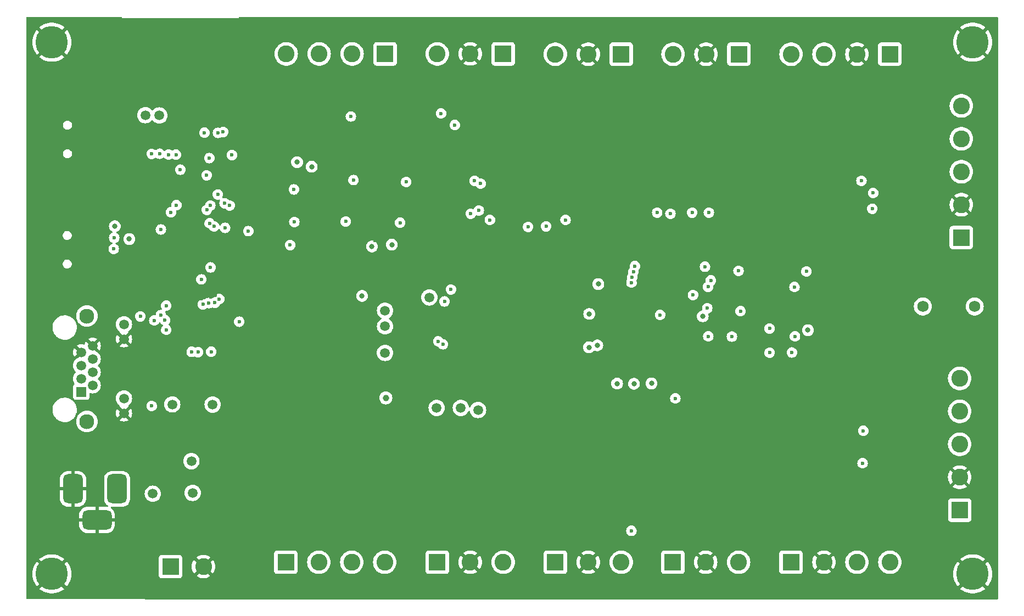
<source format=gbr>
G04 #@! TF.GenerationSoftware,KiCad,Pcbnew,7.0.9-7.0.9~ubuntu23.04.1*
G04 #@! TF.CreationDate,2023-12-27T07:27:37-06:00*
G04 #@! TF.ProjectId,access-controller,61636365-7373-42d6-936f-6e74726f6c6c,rev?*
G04 #@! TF.SameCoordinates,Original*
G04 #@! TF.FileFunction,Copper,L2,Inr*
G04 #@! TF.FilePolarity,Positive*
%FSLAX46Y46*%
G04 Gerber Fmt 4.6, Leading zero omitted, Abs format (unit mm)*
G04 Created by KiCad (PCBNEW 7.0.9-7.0.9~ubuntu23.04.1) date 2023-12-27 07:27:37*
%MOMM*%
%LPD*%
G01*
G04 APERTURE LIST*
G04 Aperture macros list*
%AMRoundRect*
0 Rectangle with rounded corners*
0 $1 Rounding radius*
0 $2 $3 $4 $5 $6 $7 $8 $9 X,Y pos of 4 corners*
0 Add a 4 corners polygon primitive as box body*
4,1,4,$2,$3,$4,$5,$6,$7,$8,$9,$2,$3,0*
0 Add four circle primitives for the rounded corners*
1,1,$1+$1,$2,$3*
1,1,$1+$1,$4,$5*
1,1,$1+$1,$6,$7*
1,1,$1+$1,$8,$9*
0 Add four rect primitives between the rounded corners*
20,1,$1+$1,$2,$3,$4,$5,0*
20,1,$1+$1,$4,$5,$6,$7,0*
20,1,$1+$1,$6,$7,$8,$9,0*
20,1,$1+$1,$8,$9,$2,$3,0*%
G04 Aperture macros list end*
G04 #@! TA.AperFunction,ComponentPad*
%ADD10RoundRect,0.750000X-0.750000X-1.500000X0.750000X-1.500000X0.750000X1.500000X-0.750000X1.500000X0*%
G04 #@! TD*
G04 #@! TA.AperFunction,ComponentPad*
%ADD11RoundRect,0.750000X-1.500000X-0.750000X1.500000X-0.750000X1.500000X0.750000X-1.500000X0.750000X0*%
G04 #@! TD*
G04 #@! TA.AperFunction,ComponentPad*
%ADD12R,2.600000X2.600000*%
G04 #@! TD*
G04 #@! TA.AperFunction,ComponentPad*
%ADD13C,2.600000*%
G04 #@! TD*
G04 #@! TA.AperFunction,ComponentPad*
%ADD14R,1.500000X1.500000*%
G04 #@! TD*
G04 #@! TA.AperFunction,ComponentPad*
%ADD15C,1.500000*%
G04 #@! TD*
G04 #@! TA.AperFunction,ComponentPad*
%ADD16C,2.300000*%
G04 #@! TD*
G04 #@! TA.AperFunction,ComponentPad*
%ADD17C,5.000000*%
G04 #@! TD*
G04 #@! TA.AperFunction,ComponentPad*
%ADD18C,1.750000*%
G04 #@! TD*
G04 #@! TA.AperFunction,ViaPad*
%ADD19C,0.800000*%
G04 #@! TD*
G04 #@! TA.AperFunction,ViaPad*
%ADD20C,1.500000*%
G04 #@! TD*
G04 #@! TA.AperFunction,ViaPad*
%ADD21C,0.600000*%
G04 #@! TD*
G04 #@! TA.AperFunction,ViaPad*
%ADD22C,2.500000*%
G04 #@! TD*
G04 #@! TA.AperFunction,ViaPad*
%ADD23C,1.000000*%
G04 #@! TD*
G04 APERTURE END LIST*
D10*
X94925000Y-117725000D03*
X88125000Y-117725000D03*
D11*
X91825000Y-122525000D03*
D12*
X103155000Y-129705000D03*
D13*
X108235000Y-129705000D03*
D14*
X89375000Y-102760000D03*
D15*
X91155000Y-101744000D03*
X89375000Y-100728000D03*
X91155000Y-99712000D03*
X89375000Y-98696000D03*
X91155000Y-97680000D03*
X89375000Y-96664000D03*
X91155000Y-95648000D03*
X95975000Y-106060000D03*
X95975000Y-103770000D03*
X95975000Y-94630000D03*
X95975000Y-92340000D03*
D16*
X90265000Y-107330000D03*
X90265000Y-91070000D03*
D13*
X224850000Y-100690000D03*
X224850000Y-105770000D03*
X224850000Y-110850000D03*
X224850000Y-115930000D03*
D12*
X224850000Y-121010000D03*
D13*
X136190000Y-129050000D03*
X131110000Y-129050000D03*
X126030000Y-129050000D03*
D12*
X120950000Y-129050000D03*
X144300000Y-129050000D03*
D13*
X149380000Y-129050000D03*
X154460000Y-129050000D03*
X172660000Y-129050000D03*
X167580000Y-129050000D03*
D12*
X162500000Y-129050000D03*
D13*
X190760000Y-129050000D03*
X185680000Y-129050000D03*
D12*
X180600000Y-129050000D03*
X198850000Y-129050000D03*
D13*
X203930000Y-129050000D03*
X209010000Y-129050000D03*
X214090000Y-129050000D03*
D12*
X225100000Y-78985000D03*
D13*
X225100000Y-73905000D03*
X225100000Y-68825000D03*
X225100000Y-63745000D03*
X225100000Y-58665000D03*
D12*
X136240000Y-50650000D03*
D13*
X131160000Y-50650000D03*
X126080000Y-50650000D03*
X121000000Y-50650000D03*
D12*
X154460000Y-50650000D03*
D13*
X149380000Y-50650000D03*
X144300000Y-50650000D03*
X162490000Y-50700000D03*
X167570000Y-50700000D03*
D12*
X172650000Y-50700000D03*
X190810000Y-50700000D03*
D13*
X185730000Y-50700000D03*
X180650000Y-50700000D03*
D12*
X214090000Y-50700000D03*
D13*
X209010000Y-50700000D03*
X203930000Y-50700000D03*
X198850000Y-50700000D03*
D17*
X84850000Y-48850000D03*
X226850000Y-48850000D03*
X84850000Y-130850000D03*
X226850000Y-130850000D03*
D18*
X227175000Y-89600000D03*
X219175000Y-89600000D03*
D19*
X172025000Y-101500000D03*
X177325000Y-101475000D03*
X174625000Y-101525000D03*
D20*
X205525000Y-108550000D03*
D19*
X167675000Y-95900000D03*
D21*
X106025000Y-73725000D03*
D19*
X167725000Y-90750000D03*
D21*
X190742752Y-84107248D03*
X174550000Y-84250000D03*
D19*
X169125000Y-86150000D03*
X168975000Y-95600000D03*
D20*
X150575000Y-105562500D03*
X147925000Y-105250000D03*
X144200000Y-105250000D03*
D21*
X146400000Y-86975000D03*
X150975000Y-70650000D03*
X150700000Y-74800000D03*
X144450000Y-94975000D03*
X145412970Y-88830658D03*
X149450000Y-75300000D03*
X145169300Y-95427893D03*
X150050000Y-70225000D03*
X130975000Y-60300000D03*
X199375000Y-86600000D03*
X201225000Y-84200000D03*
X209700000Y-70225000D03*
X205775000Y-65350000D03*
X206700000Y-63975000D03*
X205700000Y-69850000D03*
X207525000Y-74025000D03*
X205675000Y-74025000D03*
X211500000Y-72100000D03*
X211375000Y-74525000D03*
X186175000Y-75125000D03*
X183600000Y-75125000D03*
X180250000Y-75300000D03*
X178200000Y-75125000D03*
X178000000Y-72375000D03*
X180525000Y-72425000D03*
X183150000Y-72350000D03*
X185600000Y-72450000D03*
X185650000Y-68900000D03*
X183125000Y-68850000D03*
X180575000Y-68825000D03*
X178000000Y-68850000D03*
X174778013Y-83380776D03*
X185575000Y-83475000D03*
X186050000Y-86575000D03*
X174243280Y-85919721D03*
X174352732Y-85076795D03*
X186475000Y-85575000D03*
X183725000Y-87825000D03*
X178650000Y-90900000D03*
X112625000Y-66250000D03*
X112275000Y-74025000D03*
X109875000Y-77261850D03*
X109300000Y-74025000D03*
X110475000Y-62825000D03*
X110450000Y-72325000D03*
X111275000Y-62675000D03*
X109182099Y-76769517D03*
X108759697Y-74710990D03*
X111497983Y-73680400D03*
D19*
X130500000Y-92700000D03*
X132700000Y-87975000D03*
X134225000Y-80350000D03*
X137275000Y-80075000D03*
X185225000Y-91125000D03*
X201450000Y-93250000D03*
X124925000Y-68050000D03*
X122673008Y-67351992D03*
X115075000Y-46675000D03*
X111800000Y-46625000D03*
X100625000Y-54525000D03*
X103175000Y-57000000D03*
X105725000Y-54400000D03*
X103125000Y-51875000D03*
D21*
X108400000Y-62800000D03*
X109150000Y-66725000D03*
X122250000Y-76575000D03*
X122200000Y-71550000D03*
X126675000Y-71525000D03*
X147000000Y-61625000D03*
X144875000Y-59825000D03*
X139500000Y-70400000D03*
X138550000Y-76675000D03*
X130175000Y-76500000D03*
X131375000Y-70100000D03*
X134650000Y-79450000D03*
X134600000Y-76700000D03*
D19*
X105000000Y-78100000D03*
X106375000Y-78300000D03*
X106475000Y-77050000D03*
X104900000Y-76850000D03*
X94575000Y-77225000D03*
X96800000Y-79200000D03*
D21*
X92050000Y-78425000D03*
X195550000Y-96725000D03*
X198975000Y-96700000D03*
X195525000Y-100425000D03*
X199025000Y-100475000D03*
X195550000Y-99275000D03*
X195500000Y-98000000D03*
X199000000Y-98025000D03*
X198950000Y-99275000D03*
D20*
X212425000Y-91875000D03*
D21*
X206625000Y-102650000D03*
X205650000Y-103950000D03*
X207575000Y-112675000D03*
X205725000Y-112625000D03*
X210000000Y-108775000D03*
X209875000Y-113775000D03*
X181000000Y-103775000D03*
D19*
X149700000Y-115700000D03*
D20*
X151375000Y-111500000D03*
X149250000Y-109275000D03*
D19*
X158950000Y-111375000D03*
D22*
X156075000Y-95275000D03*
X156250000Y-98325000D03*
X153200000Y-95025000D03*
X150375000Y-95350000D03*
X150150000Y-98250000D03*
X153025000Y-98200000D03*
D20*
X153100000Y-108850000D03*
X146125000Y-109100000D03*
X144350000Y-107375000D03*
D21*
X109325000Y-83575000D03*
X100250000Y-66075000D03*
X108162222Y-89279127D03*
X101475000Y-66050000D03*
X109075000Y-89075000D03*
D20*
X121250000Y-114975000D03*
X126850000Y-114900000D03*
X128325000Y-113025000D03*
X142900000Y-90700000D03*
X143250000Y-92400000D03*
X143075000Y-88200000D03*
X136249000Y-92650000D03*
X136249000Y-90250000D03*
X136225000Y-96750000D03*
D21*
X110000000Y-89025000D03*
X104000000Y-66200000D03*
X110675000Y-88450000D03*
X102850000Y-66175000D03*
D19*
X95075000Y-72550000D03*
X96500000Y-71925000D03*
X95225000Y-69200000D03*
X93800000Y-65600000D03*
X89900000Y-66400000D03*
D21*
X158300000Y-77325000D03*
X161075000Y-77250000D03*
X164075000Y-76250000D03*
X153500000Y-69200000D03*
X155950000Y-69125000D03*
X158500000Y-69075000D03*
X160975000Y-69200000D03*
X161007500Y-75149998D03*
X158477500Y-75125000D03*
X155927500Y-75222494D03*
X153375000Y-75175000D03*
X152400000Y-76250000D03*
X177875000Y-88425000D03*
X177800000Y-93475000D03*
X189675000Y-95425000D03*
X186300000Y-95450000D03*
X189725000Y-94250000D03*
X186075000Y-94200000D03*
X195525000Y-93000000D03*
X185925000Y-89875000D03*
D20*
X134625000Y-63750000D03*
X133275000Y-65650000D03*
X125625000Y-60075000D03*
D21*
X135950000Y-70100000D03*
X134600000Y-68750000D03*
X143775000Y-70150000D03*
X142475000Y-68650000D03*
X143150000Y-80025000D03*
X142375000Y-76600000D03*
X127600000Y-80125000D03*
X126700000Y-76550000D03*
X121600000Y-80125000D03*
X115150000Y-77975000D03*
X111575000Y-77475000D03*
X99475000Y-74125000D03*
X91725000Y-82600000D03*
X94200000Y-82600000D03*
X94475000Y-79000000D03*
X94400000Y-80725000D03*
X102500000Y-89475000D03*
X101672010Y-90930841D03*
X100651974Y-91761165D03*
D20*
X100325000Y-107275000D03*
X100425000Y-118475000D03*
X114475000Y-118225000D03*
X114550000Y-113450000D03*
X106575000Y-118350000D03*
X106375000Y-113450000D03*
X117775000Y-104700000D03*
X114625000Y-107125000D03*
X109650000Y-104725000D03*
X103425000Y-104700000D03*
D21*
X100250000Y-104950000D03*
X105600000Y-89150000D03*
X105723217Y-88410696D03*
X107300000Y-88200000D03*
X107900000Y-85425000D03*
X107950000Y-88375000D03*
X109400000Y-88175000D03*
X110057299Y-87900029D03*
X113750000Y-91950000D03*
X109425000Y-96575000D03*
X108400000Y-93725000D03*
X106900000Y-93650000D03*
X107400000Y-96650000D03*
X106425000Y-96600000D03*
X105900000Y-93725000D03*
X102500000Y-93200000D03*
X105400000Y-92225000D03*
X102300000Y-91700000D03*
X98500000Y-91125000D03*
X108725000Y-69375000D03*
X101375000Y-79775000D03*
X100000000Y-77549998D03*
X101675000Y-77725000D03*
X103225000Y-75075000D03*
X104075000Y-73975000D03*
X104675000Y-68509599D03*
D20*
X99275000Y-60100000D03*
X101425000Y-60150000D03*
D23*
X97650000Y-46600000D03*
X89675000Y-46800000D03*
X134025000Y-92450000D03*
X133625000Y-100875000D03*
X136375000Y-105825000D03*
X134525000Y-107325000D03*
X132300000Y-107900000D03*
X128800000Y-109375000D03*
X136350000Y-103700000D03*
D21*
X110825000Y-91725000D03*
X110300000Y-93500000D03*
X121500000Y-94000000D03*
X121475000Y-87450000D03*
X91775000Y-61325000D03*
X174225000Y-124200000D03*
X179625000Y-110850000D03*
X177025000Y-110825000D03*
X174525000Y-110775000D03*
X172000000Y-110650000D03*
X199450000Y-94200000D03*
X191050000Y-90325000D03*
X172000000Y-107250000D03*
X174574798Y-107225202D03*
X177056284Y-106825000D03*
X180675000Y-105925000D03*
G04 #@! TA.AperFunction,Conductor*
G36*
X95617121Y-44945502D02*
G01*
X95663614Y-44999158D01*
X95675000Y-45051500D01*
X95675000Y-45120000D01*
X113675000Y-45120000D01*
X113675000Y-45051500D01*
X113695002Y-44983379D01*
X113748658Y-44936886D01*
X113801000Y-44925500D01*
X157323500Y-44925500D01*
X230624045Y-44949957D01*
X230692156Y-44969982D01*
X230738631Y-45023653D01*
X230750000Y-45075957D01*
X230750000Y-134648500D01*
X230729998Y-134716621D01*
X230676342Y-134763114D01*
X230624000Y-134774500D01*
X117651000Y-134774500D01*
X81075845Y-134750084D01*
X81007738Y-134730036D01*
X80961280Y-134676350D01*
X80949929Y-134624158D01*
X80947829Y-130850000D01*
X81836902Y-130850000D01*
X81857274Y-131199788D01*
X81857274Y-131199794D01*
X81918120Y-131544868D01*
X82018615Y-131880541D01*
X82018617Y-131880547D01*
X82157395Y-132202273D01*
X82157398Y-132202278D01*
X82332586Y-132505712D01*
X82332604Y-132505739D01*
X82541827Y-132786775D01*
X82541831Y-132786779D01*
X82547742Y-132793045D01*
X82547743Y-132793045D01*
X83713718Y-131627069D01*
X83740507Y-131670577D01*
X83895144Y-131846278D01*
X84070965Y-131988243D01*
X82910215Y-133148994D01*
X83050701Y-133266874D01*
X83343449Y-133459417D01*
X83656577Y-133616676D01*
X83656582Y-133616678D01*
X83985825Y-133736513D01*
X83985830Y-133736514D01*
X84326779Y-133817321D01*
X84326785Y-133817322D01*
X84674801Y-133858000D01*
X85025199Y-133858000D01*
X85373214Y-133817322D01*
X85373220Y-133817321D01*
X85714169Y-133736514D01*
X85714174Y-133736513D01*
X86043417Y-133616678D01*
X86043422Y-133616676D01*
X86356550Y-133459417D01*
X86649298Y-133266874D01*
X86789783Y-133148994D01*
X86789783Y-133148993D01*
X85625947Y-131985156D01*
X85716925Y-131923667D01*
X85885906Y-131761712D01*
X85985824Y-131626614D01*
X87152255Y-132793045D01*
X87152258Y-132793045D01*
X87158159Y-132786790D01*
X87158163Y-132786785D01*
X87367403Y-132505728D01*
X87367413Y-132505712D01*
X87542601Y-132202278D01*
X87542604Y-132202273D01*
X87681382Y-131880547D01*
X87681384Y-131880541D01*
X87781879Y-131544868D01*
X87842725Y-131199794D01*
X87842725Y-131199788D01*
X87851236Y-131053649D01*
X101346500Y-131053649D01*
X101353009Y-131114196D01*
X101353011Y-131114204D01*
X101404110Y-131251202D01*
X101404112Y-131251207D01*
X101491738Y-131368261D01*
X101608792Y-131455887D01*
X101608794Y-131455888D01*
X101608796Y-131455889D01*
X101653629Y-131472611D01*
X101745795Y-131506988D01*
X101745803Y-131506990D01*
X101806350Y-131513499D01*
X101806355Y-131513499D01*
X101806362Y-131513500D01*
X101806368Y-131513500D01*
X104503632Y-131513500D01*
X104503638Y-131513500D01*
X104503645Y-131513499D01*
X104503649Y-131513499D01*
X104564196Y-131506990D01*
X104564199Y-131506989D01*
X104564201Y-131506989D01*
X104701204Y-131455889D01*
X104818261Y-131368261D01*
X104887950Y-131275168D01*
X104905887Y-131251207D01*
X104905887Y-131251206D01*
X104905889Y-131251204D01*
X104956989Y-131114201D01*
X104963500Y-131053638D01*
X104963500Y-129705000D01*
X106421930Y-129705000D01*
X106442180Y-129975227D01*
X106502480Y-130239413D01*
X106502481Y-130239416D01*
X106601480Y-130491664D01*
X106736968Y-130726335D01*
X106789092Y-130791696D01*
X106789093Y-130791696D01*
X107631065Y-129949724D01*
X107642188Y-129983956D01*
X107730186Y-130122619D01*
X107849903Y-130235040D01*
X107988160Y-130311048D01*
X107147455Y-131151752D01*
X107147455Y-131151753D01*
X107328469Y-131275167D01*
X107328470Y-131275168D01*
X107572602Y-131392735D01*
X107831547Y-131472611D01*
X107831555Y-131472612D01*
X108099513Y-131513000D01*
X108370487Y-131513000D01*
X108638444Y-131472612D01*
X108638452Y-131472611D01*
X108897397Y-131392735D01*
X109141529Y-131275168D01*
X109141530Y-131275167D01*
X109322544Y-131151753D01*
X108478482Y-130307691D01*
X108550629Y-130279126D01*
X108683492Y-130182595D01*
X108788175Y-130056055D01*
X108838441Y-129949232D01*
X109680906Y-130791697D01*
X109680907Y-130791696D01*
X109733025Y-130726343D01*
X109733031Y-130726335D01*
X109868519Y-130491664D01*
X109905024Y-130398649D01*
X119141500Y-130398649D01*
X119148009Y-130459196D01*
X119148011Y-130459204D01*
X119199110Y-130596202D01*
X119199112Y-130596207D01*
X119286738Y-130713261D01*
X119403792Y-130800887D01*
X119403794Y-130800888D01*
X119403796Y-130800889D01*
X119448629Y-130817611D01*
X119540795Y-130851988D01*
X119540803Y-130851990D01*
X119601350Y-130858499D01*
X119601355Y-130858499D01*
X119601362Y-130858500D01*
X119601368Y-130858500D01*
X122298632Y-130858500D01*
X122298638Y-130858500D01*
X122298645Y-130858499D01*
X122298649Y-130858499D01*
X122359196Y-130851990D01*
X122359199Y-130851989D01*
X122359201Y-130851989D01*
X122364537Y-130849999D01*
X122378045Y-130844960D01*
X122496204Y-130800889D01*
X122508485Y-130791696D01*
X122613261Y-130713261D01*
X122700887Y-130596207D01*
X122700887Y-130596206D01*
X122700889Y-130596204D01*
X122751989Y-130459201D01*
X122758500Y-130398638D01*
X122758500Y-129050000D01*
X124216429Y-129050000D01*
X124236685Y-129320302D01*
X124297001Y-129584560D01*
X124297002Y-129584562D01*
X124396027Y-129836875D01*
X124396030Y-129836883D01*
X124531554Y-130071617D01*
X124531556Y-130071620D01*
X124531557Y-130071621D01*
X124583453Y-130136697D01*
X124700561Y-130283546D01*
X124824596Y-130398632D01*
X124899257Y-130467907D01*
X124899263Y-130467911D01*
X125123205Y-130620593D01*
X125123212Y-130620597D01*
X125123215Y-130620599D01*
X125235596Y-130674719D01*
X125367423Y-130738204D01*
X125367436Y-130738209D01*
X125626431Y-130818098D01*
X125626433Y-130818098D01*
X125626442Y-130818101D01*
X125894472Y-130858500D01*
X125894476Y-130858500D01*
X126165524Y-130858500D01*
X126165528Y-130858500D01*
X126433558Y-130818101D01*
X126433568Y-130818098D01*
X126692563Y-130738209D01*
X126692565Y-130738207D01*
X126692572Y-130738206D01*
X126692577Y-130738203D01*
X126692581Y-130738202D01*
X126936780Y-130620602D01*
X126936780Y-130620601D01*
X126936786Y-130620599D01*
X127160743Y-130467907D01*
X127359442Y-130283542D01*
X127528443Y-130071621D01*
X127663971Y-129836879D01*
X127762999Y-129584559D01*
X127823315Y-129320299D01*
X127843571Y-129050000D01*
X129296429Y-129050000D01*
X129316685Y-129320302D01*
X129377001Y-129584560D01*
X129377002Y-129584562D01*
X129476027Y-129836875D01*
X129476030Y-129836883D01*
X129611554Y-130071617D01*
X129611556Y-130071620D01*
X129611557Y-130071621D01*
X129663453Y-130136697D01*
X129780561Y-130283546D01*
X129904596Y-130398632D01*
X129979257Y-130467907D01*
X129979263Y-130467911D01*
X130203205Y-130620593D01*
X130203212Y-130620597D01*
X130203215Y-130620599D01*
X130315596Y-130674719D01*
X130447423Y-130738204D01*
X130447436Y-130738209D01*
X130706431Y-130818098D01*
X130706433Y-130818098D01*
X130706442Y-130818101D01*
X130974472Y-130858500D01*
X130974476Y-130858500D01*
X131245524Y-130858500D01*
X131245528Y-130858500D01*
X131513558Y-130818101D01*
X131513568Y-130818098D01*
X131772563Y-130738209D01*
X131772565Y-130738207D01*
X131772572Y-130738206D01*
X131772577Y-130738203D01*
X131772581Y-130738202D01*
X132016780Y-130620602D01*
X132016780Y-130620601D01*
X132016786Y-130620599D01*
X132240743Y-130467907D01*
X132439442Y-130283542D01*
X132608443Y-130071621D01*
X132743971Y-129836879D01*
X132842999Y-129584559D01*
X132903315Y-129320299D01*
X132923571Y-129050000D01*
X134376429Y-129050000D01*
X134396685Y-129320302D01*
X134457001Y-129584560D01*
X134457002Y-129584562D01*
X134556027Y-129836875D01*
X134556030Y-129836883D01*
X134691554Y-130071617D01*
X134691556Y-130071620D01*
X134691557Y-130071621D01*
X134743453Y-130136697D01*
X134860561Y-130283546D01*
X134984596Y-130398632D01*
X135059257Y-130467907D01*
X135059263Y-130467911D01*
X135283205Y-130620593D01*
X135283212Y-130620597D01*
X135283215Y-130620599D01*
X135395596Y-130674719D01*
X135527423Y-130738204D01*
X135527436Y-130738209D01*
X135786431Y-130818098D01*
X135786433Y-130818098D01*
X135786442Y-130818101D01*
X136054472Y-130858500D01*
X136054476Y-130858500D01*
X136325524Y-130858500D01*
X136325528Y-130858500D01*
X136593558Y-130818101D01*
X136593568Y-130818098D01*
X136852563Y-130738209D01*
X136852565Y-130738207D01*
X136852572Y-130738206D01*
X136852577Y-130738203D01*
X136852581Y-130738202D01*
X137096780Y-130620602D01*
X137096780Y-130620601D01*
X137096786Y-130620599D01*
X137320743Y-130467907D01*
X137395386Y-130398649D01*
X142491500Y-130398649D01*
X142498009Y-130459196D01*
X142498011Y-130459204D01*
X142549110Y-130596202D01*
X142549112Y-130596207D01*
X142636738Y-130713261D01*
X142753792Y-130800887D01*
X142753794Y-130800888D01*
X142753796Y-130800889D01*
X142798629Y-130817611D01*
X142890795Y-130851988D01*
X142890803Y-130851990D01*
X142951350Y-130858499D01*
X142951355Y-130858499D01*
X142951362Y-130858500D01*
X142951368Y-130858500D01*
X145648632Y-130858500D01*
X145648638Y-130858500D01*
X145648645Y-130858499D01*
X145648649Y-130858499D01*
X145709196Y-130851990D01*
X145709199Y-130851989D01*
X145709201Y-130851989D01*
X145714537Y-130849999D01*
X145728045Y-130844960D01*
X145846204Y-130800889D01*
X145858485Y-130791696D01*
X145963261Y-130713261D01*
X146050887Y-130596207D01*
X146050887Y-130596206D01*
X146050889Y-130596204D01*
X146101989Y-130459201D01*
X146108500Y-130398638D01*
X146108500Y-129050000D01*
X147566930Y-129050000D01*
X147587180Y-129320227D01*
X147647480Y-129584413D01*
X147647481Y-129584416D01*
X147746480Y-129836664D01*
X147881968Y-130071335D01*
X147934092Y-130136696D01*
X147934093Y-130136696D01*
X148776065Y-129294724D01*
X148787188Y-129328956D01*
X148875186Y-129467619D01*
X148994903Y-129580040D01*
X149133160Y-129656048D01*
X148292455Y-130496752D01*
X148292455Y-130496753D01*
X148473469Y-130620167D01*
X148473470Y-130620168D01*
X148717602Y-130737735D01*
X148976547Y-130817611D01*
X148976555Y-130817612D01*
X149244513Y-130858000D01*
X149515487Y-130858000D01*
X149783444Y-130817612D01*
X149783452Y-130817611D01*
X150042397Y-130737735D01*
X150286529Y-130620168D01*
X150286530Y-130620167D01*
X150467544Y-130496753D01*
X149623482Y-129652691D01*
X149695629Y-129624126D01*
X149828492Y-129527595D01*
X149933175Y-129401055D01*
X149983441Y-129294232D01*
X150825906Y-130136697D01*
X150825907Y-130136696D01*
X150878025Y-130071343D01*
X150878031Y-130071335D01*
X151013519Y-129836664D01*
X151112518Y-129584416D01*
X151112519Y-129584413D01*
X151172819Y-129320227D01*
X151193069Y-129050000D01*
X152646429Y-129050000D01*
X152666685Y-129320302D01*
X152727001Y-129584560D01*
X152727002Y-129584562D01*
X152826027Y-129836875D01*
X152826030Y-129836883D01*
X152961554Y-130071617D01*
X152961556Y-130071620D01*
X152961557Y-130071621D01*
X153013453Y-130136697D01*
X153130561Y-130283546D01*
X153254596Y-130398632D01*
X153329257Y-130467907D01*
X153329263Y-130467911D01*
X153553205Y-130620593D01*
X153553212Y-130620597D01*
X153553215Y-130620599D01*
X153665596Y-130674719D01*
X153797423Y-130738204D01*
X153797436Y-130738209D01*
X154056431Y-130818098D01*
X154056433Y-130818098D01*
X154056442Y-130818101D01*
X154324472Y-130858500D01*
X154324476Y-130858500D01*
X154595524Y-130858500D01*
X154595528Y-130858500D01*
X154863558Y-130818101D01*
X154863568Y-130818098D01*
X155122563Y-130738209D01*
X155122565Y-130738207D01*
X155122572Y-130738206D01*
X155122577Y-130738203D01*
X155122581Y-130738202D01*
X155366780Y-130620602D01*
X155366780Y-130620601D01*
X155366786Y-130620599D01*
X155590743Y-130467907D01*
X155665386Y-130398649D01*
X160691500Y-130398649D01*
X160698009Y-130459196D01*
X160698011Y-130459204D01*
X160749110Y-130596202D01*
X160749112Y-130596207D01*
X160836738Y-130713261D01*
X160953792Y-130800887D01*
X160953794Y-130800888D01*
X160953796Y-130800889D01*
X160998629Y-130817611D01*
X161090795Y-130851988D01*
X161090803Y-130851990D01*
X161151350Y-130858499D01*
X161151355Y-130858499D01*
X161151362Y-130858500D01*
X161151368Y-130858500D01*
X163848632Y-130858500D01*
X163848638Y-130858500D01*
X163848645Y-130858499D01*
X163848649Y-130858499D01*
X163909196Y-130851990D01*
X163909199Y-130851989D01*
X163909201Y-130851989D01*
X163914537Y-130849999D01*
X163928045Y-130844960D01*
X164046204Y-130800889D01*
X164058485Y-130791696D01*
X164163261Y-130713261D01*
X164250887Y-130596207D01*
X164250887Y-130596206D01*
X164250889Y-130596204D01*
X164301989Y-130459201D01*
X164308500Y-130398638D01*
X164308500Y-129050000D01*
X165766930Y-129050000D01*
X165787180Y-129320227D01*
X165847480Y-129584413D01*
X165847481Y-129584416D01*
X165946480Y-129836664D01*
X166081968Y-130071335D01*
X166134092Y-130136696D01*
X166134093Y-130136696D01*
X166976065Y-129294724D01*
X166987188Y-129328956D01*
X167075186Y-129467619D01*
X167194903Y-129580040D01*
X167333160Y-129656048D01*
X166492455Y-130496752D01*
X166492455Y-130496753D01*
X166673469Y-130620167D01*
X166673470Y-130620168D01*
X166917602Y-130737735D01*
X167176547Y-130817611D01*
X167176555Y-130817612D01*
X167444513Y-130858000D01*
X167715487Y-130858000D01*
X167983444Y-130817612D01*
X167983452Y-130817611D01*
X168242397Y-130737735D01*
X168486529Y-130620168D01*
X168486530Y-130620167D01*
X168667544Y-130496753D01*
X167823482Y-129652691D01*
X167895629Y-129624126D01*
X168028492Y-129527595D01*
X168133175Y-129401055D01*
X168183441Y-129294232D01*
X169025906Y-130136697D01*
X169025907Y-130136696D01*
X169078025Y-130071343D01*
X169078031Y-130071335D01*
X169213519Y-129836664D01*
X169312518Y-129584416D01*
X169312519Y-129584413D01*
X169372819Y-129320227D01*
X169393069Y-129050000D01*
X170846429Y-129050000D01*
X170866685Y-129320302D01*
X170927001Y-129584560D01*
X170927002Y-129584562D01*
X171026027Y-129836875D01*
X171026030Y-129836883D01*
X171161554Y-130071617D01*
X171161556Y-130071620D01*
X171161557Y-130071621D01*
X171213453Y-130136697D01*
X171330561Y-130283546D01*
X171454596Y-130398632D01*
X171529257Y-130467907D01*
X171529263Y-130467911D01*
X171753205Y-130620593D01*
X171753212Y-130620597D01*
X171753215Y-130620599D01*
X171865596Y-130674719D01*
X171997423Y-130738204D01*
X171997436Y-130738209D01*
X172256431Y-130818098D01*
X172256433Y-130818098D01*
X172256442Y-130818101D01*
X172524472Y-130858500D01*
X172524476Y-130858500D01*
X172795524Y-130858500D01*
X172795528Y-130858500D01*
X173063558Y-130818101D01*
X173063568Y-130818098D01*
X173322563Y-130738209D01*
X173322565Y-130738207D01*
X173322572Y-130738206D01*
X173322577Y-130738203D01*
X173322581Y-130738202D01*
X173566780Y-130620602D01*
X173566780Y-130620601D01*
X173566786Y-130620599D01*
X173790743Y-130467907D01*
X173865386Y-130398649D01*
X178791500Y-130398649D01*
X178798009Y-130459196D01*
X178798011Y-130459204D01*
X178849110Y-130596202D01*
X178849112Y-130596207D01*
X178936738Y-130713261D01*
X179053792Y-130800887D01*
X179053794Y-130800888D01*
X179053796Y-130800889D01*
X179098629Y-130817611D01*
X179190795Y-130851988D01*
X179190803Y-130851990D01*
X179251350Y-130858499D01*
X179251355Y-130858499D01*
X179251362Y-130858500D01*
X179251368Y-130858500D01*
X181948632Y-130858500D01*
X181948638Y-130858500D01*
X181948645Y-130858499D01*
X181948649Y-130858499D01*
X182009196Y-130851990D01*
X182009199Y-130851989D01*
X182009201Y-130851989D01*
X182014537Y-130849999D01*
X182028045Y-130844960D01*
X182146204Y-130800889D01*
X182158485Y-130791696D01*
X182263261Y-130713261D01*
X182350887Y-130596207D01*
X182350887Y-130596206D01*
X182350889Y-130596204D01*
X182401989Y-130459201D01*
X182408500Y-130398638D01*
X182408500Y-129050000D01*
X183866930Y-129050000D01*
X183887180Y-129320227D01*
X183947480Y-129584413D01*
X183947481Y-129584416D01*
X184046480Y-129836664D01*
X184181968Y-130071335D01*
X184234092Y-130136696D01*
X184234093Y-130136696D01*
X185076065Y-129294724D01*
X185087188Y-129328956D01*
X185175186Y-129467619D01*
X185294903Y-129580040D01*
X185433160Y-129656048D01*
X184592455Y-130496752D01*
X184592455Y-130496753D01*
X184773469Y-130620167D01*
X184773470Y-130620168D01*
X185017602Y-130737735D01*
X185276547Y-130817611D01*
X185276555Y-130817612D01*
X185544513Y-130858000D01*
X185815487Y-130858000D01*
X186083444Y-130817612D01*
X186083452Y-130817611D01*
X186342397Y-130737735D01*
X186586529Y-130620168D01*
X186586530Y-130620167D01*
X186767544Y-130496753D01*
X185923482Y-129652691D01*
X185995629Y-129624126D01*
X186128492Y-129527595D01*
X186233175Y-129401055D01*
X186283441Y-129294232D01*
X187125906Y-130136697D01*
X187125907Y-130136696D01*
X187178025Y-130071343D01*
X187178031Y-130071335D01*
X187313519Y-129836664D01*
X187412518Y-129584416D01*
X187412519Y-129584413D01*
X187472819Y-129320227D01*
X187493069Y-129050000D01*
X188946429Y-129050000D01*
X188966685Y-129320302D01*
X189027001Y-129584560D01*
X189027002Y-129584562D01*
X189126027Y-129836875D01*
X189126030Y-129836883D01*
X189261554Y-130071617D01*
X189261556Y-130071620D01*
X189261557Y-130071621D01*
X189313453Y-130136697D01*
X189430561Y-130283546D01*
X189554596Y-130398632D01*
X189629257Y-130467907D01*
X189629263Y-130467911D01*
X189853205Y-130620593D01*
X189853212Y-130620597D01*
X189853215Y-130620599D01*
X189965596Y-130674719D01*
X190097423Y-130738204D01*
X190097436Y-130738209D01*
X190356431Y-130818098D01*
X190356433Y-130818098D01*
X190356442Y-130818101D01*
X190624472Y-130858500D01*
X190624476Y-130858500D01*
X190895524Y-130858500D01*
X190895528Y-130858500D01*
X191163558Y-130818101D01*
X191163568Y-130818098D01*
X191422563Y-130738209D01*
X191422565Y-130738207D01*
X191422572Y-130738206D01*
X191422577Y-130738203D01*
X191422581Y-130738202D01*
X191666780Y-130620602D01*
X191666780Y-130620601D01*
X191666786Y-130620599D01*
X191890743Y-130467907D01*
X191965386Y-130398649D01*
X197041500Y-130398649D01*
X197048009Y-130459196D01*
X197048011Y-130459204D01*
X197099110Y-130596202D01*
X197099112Y-130596207D01*
X197186738Y-130713261D01*
X197303792Y-130800887D01*
X197303794Y-130800888D01*
X197303796Y-130800889D01*
X197348629Y-130817611D01*
X197440795Y-130851988D01*
X197440803Y-130851990D01*
X197501350Y-130858499D01*
X197501355Y-130858499D01*
X197501362Y-130858500D01*
X197501368Y-130858500D01*
X200198632Y-130858500D01*
X200198638Y-130858500D01*
X200198645Y-130858499D01*
X200198649Y-130858499D01*
X200259196Y-130851990D01*
X200259199Y-130851989D01*
X200259201Y-130851989D01*
X200264537Y-130849999D01*
X200278045Y-130844960D01*
X200396204Y-130800889D01*
X200408485Y-130791696D01*
X200513261Y-130713261D01*
X200600887Y-130596207D01*
X200600887Y-130596206D01*
X200600889Y-130596204D01*
X200651989Y-130459201D01*
X200658500Y-130398638D01*
X200658500Y-129050000D01*
X202116930Y-129050000D01*
X202137180Y-129320227D01*
X202197480Y-129584413D01*
X202197481Y-129584416D01*
X202296480Y-129836664D01*
X202431968Y-130071335D01*
X202484092Y-130136696D01*
X202484093Y-130136696D01*
X203326065Y-129294724D01*
X203337188Y-129328956D01*
X203425186Y-129467619D01*
X203544903Y-129580040D01*
X203683160Y-129656048D01*
X202842455Y-130496752D01*
X202842455Y-130496753D01*
X203023469Y-130620167D01*
X203023470Y-130620168D01*
X203267602Y-130737735D01*
X203526547Y-130817611D01*
X203526555Y-130817612D01*
X203794513Y-130858000D01*
X204065487Y-130858000D01*
X204333444Y-130817612D01*
X204333452Y-130817611D01*
X204592397Y-130737735D01*
X204836529Y-130620168D01*
X204836530Y-130620167D01*
X205017544Y-130496753D01*
X204173482Y-129652691D01*
X204245629Y-129624126D01*
X204378492Y-129527595D01*
X204483175Y-129401055D01*
X204533441Y-129294232D01*
X205375906Y-130136697D01*
X205375907Y-130136696D01*
X205428025Y-130071343D01*
X205428031Y-130071335D01*
X205563519Y-129836664D01*
X205662518Y-129584416D01*
X205662519Y-129584413D01*
X205722819Y-129320227D01*
X205743069Y-129050000D01*
X207196429Y-129050000D01*
X207216685Y-129320302D01*
X207277001Y-129584560D01*
X207277002Y-129584562D01*
X207376027Y-129836875D01*
X207376030Y-129836883D01*
X207511554Y-130071617D01*
X207511556Y-130071620D01*
X207511557Y-130071621D01*
X207563453Y-130136697D01*
X207680561Y-130283546D01*
X207804596Y-130398632D01*
X207879257Y-130467907D01*
X207879263Y-130467911D01*
X208103205Y-130620593D01*
X208103212Y-130620597D01*
X208103215Y-130620599D01*
X208215596Y-130674719D01*
X208347423Y-130738204D01*
X208347436Y-130738209D01*
X208606431Y-130818098D01*
X208606433Y-130818098D01*
X208606442Y-130818101D01*
X208874472Y-130858500D01*
X208874476Y-130858500D01*
X209145524Y-130858500D01*
X209145528Y-130858500D01*
X209413558Y-130818101D01*
X209413568Y-130818098D01*
X209672563Y-130738209D01*
X209672565Y-130738207D01*
X209672572Y-130738206D01*
X209672577Y-130738203D01*
X209672581Y-130738202D01*
X209916780Y-130620602D01*
X209916780Y-130620601D01*
X209916786Y-130620599D01*
X210140743Y-130467907D01*
X210339442Y-130283542D01*
X210508443Y-130071621D01*
X210643971Y-129836879D01*
X210742999Y-129584559D01*
X210803315Y-129320299D01*
X210823571Y-129050000D01*
X212276429Y-129050000D01*
X212296685Y-129320302D01*
X212357001Y-129584560D01*
X212357002Y-129584562D01*
X212456027Y-129836875D01*
X212456030Y-129836883D01*
X212591554Y-130071617D01*
X212591556Y-130071620D01*
X212591557Y-130071621D01*
X212643453Y-130136697D01*
X212760561Y-130283546D01*
X212884596Y-130398632D01*
X212959257Y-130467907D01*
X212959263Y-130467911D01*
X213183205Y-130620593D01*
X213183212Y-130620597D01*
X213183215Y-130620599D01*
X213295596Y-130674719D01*
X213427423Y-130738204D01*
X213427436Y-130738209D01*
X213686431Y-130818098D01*
X213686433Y-130818098D01*
X213686442Y-130818101D01*
X213954472Y-130858500D01*
X213954476Y-130858500D01*
X214225524Y-130858500D01*
X214225528Y-130858500D01*
X214281922Y-130850000D01*
X223836902Y-130850000D01*
X223857274Y-131199788D01*
X223857274Y-131199794D01*
X223918120Y-131544868D01*
X224018615Y-131880541D01*
X224018617Y-131880547D01*
X224157395Y-132202273D01*
X224157398Y-132202278D01*
X224332586Y-132505712D01*
X224332604Y-132505739D01*
X224541827Y-132786775D01*
X224541831Y-132786779D01*
X224547742Y-132793045D01*
X224547743Y-132793045D01*
X225713718Y-131627069D01*
X225740507Y-131670577D01*
X225895144Y-131846278D01*
X226070965Y-131988243D01*
X224910215Y-133148994D01*
X225050701Y-133266874D01*
X225343449Y-133459417D01*
X225656577Y-133616676D01*
X225656582Y-133616678D01*
X225985825Y-133736513D01*
X225985830Y-133736514D01*
X226326779Y-133817321D01*
X226326785Y-133817322D01*
X226674801Y-133858000D01*
X227025199Y-133858000D01*
X227373214Y-133817322D01*
X227373220Y-133817321D01*
X227714169Y-133736514D01*
X227714174Y-133736513D01*
X228043417Y-133616678D01*
X228043422Y-133616676D01*
X228356550Y-133459417D01*
X228649298Y-133266874D01*
X228789783Y-133148994D01*
X228789783Y-133148993D01*
X227625947Y-131985156D01*
X227716925Y-131923667D01*
X227885906Y-131761712D01*
X227985824Y-131626614D01*
X229152255Y-132793045D01*
X229152258Y-132793045D01*
X229158159Y-132786790D01*
X229158163Y-132786785D01*
X229367403Y-132505728D01*
X229367413Y-132505712D01*
X229542601Y-132202278D01*
X229542604Y-132202273D01*
X229681382Y-131880547D01*
X229681384Y-131880541D01*
X229781879Y-131544868D01*
X229842725Y-131199794D01*
X229842725Y-131199788D01*
X229863097Y-130850000D01*
X229842725Y-130500211D01*
X229842725Y-130500205D01*
X229781879Y-130155131D01*
X229681384Y-129819458D01*
X229681382Y-129819452D01*
X229542604Y-129497726D01*
X229542601Y-129497721D01*
X229367413Y-129194287D01*
X229367395Y-129194260D01*
X229158172Y-128913224D01*
X229158168Y-128913220D01*
X229152256Y-128906953D01*
X229152255Y-128906953D01*
X227986280Y-130072928D01*
X227959493Y-130029423D01*
X227804856Y-129853722D01*
X227629033Y-129711755D01*
X228789782Y-128551005D01*
X228649293Y-128433122D01*
X228356550Y-128240582D01*
X228043422Y-128083323D01*
X228043417Y-128083321D01*
X227714174Y-127963486D01*
X227714169Y-127963485D01*
X227373220Y-127882678D01*
X227373214Y-127882677D01*
X227025199Y-127842000D01*
X226674801Y-127842000D01*
X226326785Y-127882677D01*
X226326779Y-127882678D01*
X225985830Y-127963485D01*
X225985825Y-127963486D01*
X225656582Y-128083321D01*
X225656577Y-128083323D01*
X225343449Y-128240582D01*
X225050700Y-128433126D01*
X224910215Y-128551005D01*
X226074052Y-129714842D01*
X225983075Y-129776333D01*
X225814094Y-129938288D01*
X225714175Y-130073385D01*
X224547743Y-128906953D01*
X224547742Y-128906953D01*
X224541835Y-128913215D01*
X224541830Y-128913221D01*
X224332596Y-129194271D01*
X224332586Y-129194287D01*
X224157398Y-129497721D01*
X224157395Y-129497726D01*
X224018617Y-129819452D01*
X224018615Y-129819458D01*
X223918120Y-130155131D01*
X223857274Y-130500205D01*
X223857274Y-130500211D01*
X223836902Y-130850000D01*
X214281922Y-130850000D01*
X214493558Y-130818101D01*
X214493568Y-130818098D01*
X214752563Y-130738209D01*
X214752565Y-130738207D01*
X214752572Y-130738206D01*
X214752577Y-130738203D01*
X214752581Y-130738202D01*
X214996780Y-130620602D01*
X214996780Y-130620601D01*
X214996786Y-130620599D01*
X215220743Y-130467907D01*
X215419442Y-130283542D01*
X215588443Y-130071621D01*
X215723971Y-129836879D01*
X215822999Y-129584559D01*
X215883315Y-129320299D01*
X215903571Y-129050000D01*
X215883315Y-128779701D01*
X215822999Y-128515441D01*
X215723971Y-128263121D01*
X215723970Y-128263120D01*
X215723969Y-128263116D01*
X215588445Y-128028382D01*
X215536692Y-127963486D01*
X215419442Y-127816458D01*
X215419441Y-127816457D01*
X215419438Y-127816453D01*
X215230126Y-127640799D01*
X215220743Y-127632093D01*
X215178432Y-127603246D01*
X215032568Y-127503797D01*
X214996786Y-127479401D01*
X214996783Y-127479400D01*
X214996781Y-127479398D01*
X214996780Y-127479397D01*
X214752581Y-127361797D01*
X214752563Y-127361790D01*
X214493568Y-127281901D01*
X214493560Y-127281899D01*
X214493558Y-127281899D01*
X214225528Y-127241500D01*
X213954472Y-127241500D01*
X213686442Y-127281899D01*
X213686440Y-127281899D01*
X213686431Y-127281901D01*
X213427436Y-127361790D01*
X213427423Y-127361795D01*
X213183212Y-127479402D01*
X213183205Y-127479406D01*
X212959263Y-127632088D01*
X212959251Y-127632098D01*
X212760561Y-127816453D01*
X212591554Y-128028382D01*
X212456030Y-128263116D01*
X212456027Y-128263124D01*
X212357002Y-128515437D01*
X212357001Y-128515439D01*
X212296685Y-128779697D01*
X212276429Y-129050000D01*
X210823571Y-129050000D01*
X210803315Y-128779701D01*
X210742999Y-128515441D01*
X210643971Y-128263121D01*
X210643970Y-128263120D01*
X210643969Y-128263116D01*
X210508445Y-128028382D01*
X210456692Y-127963486D01*
X210339442Y-127816458D01*
X210339441Y-127816457D01*
X210339438Y-127816453D01*
X210150126Y-127640799D01*
X210140743Y-127632093D01*
X210098432Y-127603246D01*
X209952568Y-127503797D01*
X209916786Y-127479401D01*
X209916783Y-127479400D01*
X209916781Y-127479398D01*
X209916780Y-127479397D01*
X209672581Y-127361797D01*
X209672563Y-127361790D01*
X209413568Y-127281901D01*
X209413560Y-127281899D01*
X209413558Y-127281899D01*
X209145528Y-127241500D01*
X208874472Y-127241500D01*
X208606442Y-127281899D01*
X208606440Y-127281899D01*
X208606431Y-127281901D01*
X208347436Y-127361790D01*
X208347423Y-127361795D01*
X208103212Y-127479402D01*
X208103205Y-127479406D01*
X207879263Y-127632088D01*
X207879251Y-127632098D01*
X207680561Y-127816453D01*
X207511554Y-128028382D01*
X207376030Y-128263116D01*
X207376027Y-128263124D01*
X207277002Y-128515437D01*
X207277001Y-128515439D01*
X207216685Y-128779697D01*
X207196429Y-129050000D01*
X205743069Y-129050000D01*
X205722819Y-128779772D01*
X205662519Y-128515586D01*
X205662518Y-128515583D01*
X205563519Y-128263335D01*
X205428031Y-128028664D01*
X205375906Y-127963302D01*
X205375905Y-127963302D01*
X204533933Y-128805273D01*
X204522812Y-128771044D01*
X204434814Y-128632381D01*
X204315097Y-128519960D01*
X204176839Y-128443951D01*
X205017543Y-127603246D01*
X205017543Y-127603244D01*
X204836537Y-127479836D01*
X204836529Y-127479831D01*
X204592397Y-127362264D01*
X204333452Y-127282388D01*
X204333444Y-127282387D01*
X204065487Y-127242000D01*
X203794513Y-127242000D01*
X203526555Y-127282387D01*
X203526547Y-127282388D01*
X203267602Y-127362264D01*
X203023470Y-127479831D01*
X203023462Y-127479836D01*
X202842455Y-127603244D01*
X202842455Y-127603246D01*
X203686517Y-128447308D01*
X203614371Y-128475874D01*
X203481508Y-128572405D01*
X203376825Y-128698945D01*
X203326558Y-128805767D01*
X202484093Y-127963302D01*
X202484091Y-127963302D01*
X202431968Y-128028664D01*
X202296480Y-128263335D01*
X202197481Y-128515583D01*
X202197480Y-128515586D01*
X202137180Y-128779772D01*
X202116930Y-129050000D01*
X200658500Y-129050000D01*
X200658500Y-127701362D01*
X200658499Y-127701350D01*
X200651990Y-127640803D01*
X200651988Y-127640795D01*
X200600889Y-127503797D01*
X200600887Y-127503792D01*
X200513261Y-127386738D01*
X200396207Y-127299112D01*
X200396202Y-127299110D01*
X200259204Y-127248011D01*
X200259196Y-127248009D01*
X200198649Y-127241500D01*
X200198638Y-127241500D01*
X197501362Y-127241500D01*
X197501350Y-127241500D01*
X197440803Y-127248009D01*
X197440795Y-127248011D01*
X197303797Y-127299110D01*
X197303792Y-127299112D01*
X197186738Y-127386738D01*
X197099112Y-127503792D01*
X197099110Y-127503797D01*
X197048011Y-127640795D01*
X197048009Y-127640803D01*
X197041500Y-127701350D01*
X197041500Y-130398649D01*
X191965386Y-130398649D01*
X192089442Y-130283542D01*
X192258443Y-130071621D01*
X192393971Y-129836879D01*
X192492999Y-129584559D01*
X192553315Y-129320299D01*
X192573571Y-129050000D01*
X192553315Y-128779701D01*
X192492999Y-128515441D01*
X192393971Y-128263121D01*
X192393970Y-128263120D01*
X192393969Y-128263116D01*
X192258445Y-128028382D01*
X192206692Y-127963486D01*
X192089442Y-127816458D01*
X192089441Y-127816457D01*
X192089438Y-127816453D01*
X191900126Y-127640799D01*
X191890743Y-127632093D01*
X191848432Y-127603246D01*
X191702568Y-127503797D01*
X191666786Y-127479401D01*
X191666783Y-127479400D01*
X191666781Y-127479398D01*
X191666780Y-127479397D01*
X191422581Y-127361797D01*
X191422563Y-127361790D01*
X191163568Y-127281901D01*
X191163560Y-127281899D01*
X191163558Y-127281899D01*
X190895528Y-127241500D01*
X190624472Y-127241500D01*
X190356442Y-127281899D01*
X190356440Y-127281899D01*
X190356431Y-127281901D01*
X190097436Y-127361790D01*
X190097423Y-127361795D01*
X189853212Y-127479402D01*
X189853205Y-127479406D01*
X189629263Y-127632088D01*
X189629251Y-127632098D01*
X189430561Y-127816453D01*
X189261554Y-128028382D01*
X189126030Y-128263116D01*
X189126027Y-128263124D01*
X189027002Y-128515437D01*
X189027001Y-128515439D01*
X188966685Y-128779697D01*
X188946429Y-129050000D01*
X187493069Y-129050000D01*
X187472819Y-128779772D01*
X187412519Y-128515586D01*
X187412518Y-128515583D01*
X187313519Y-128263335D01*
X187178031Y-128028664D01*
X187125906Y-127963302D01*
X187125905Y-127963302D01*
X186283933Y-128805273D01*
X186272812Y-128771044D01*
X186184814Y-128632381D01*
X186065097Y-128519960D01*
X185926839Y-128443951D01*
X186767543Y-127603246D01*
X186767543Y-127603244D01*
X186586537Y-127479836D01*
X186586529Y-127479831D01*
X186342397Y-127362264D01*
X186083452Y-127282388D01*
X186083444Y-127282387D01*
X185815487Y-127242000D01*
X185544513Y-127242000D01*
X185276555Y-127282387D01*
X185276547Y-127282388D01*
X185017602Y-127362264D01*
X184773470Y-127479831D01*
X184773462Y-127479836D01*
X184592455Y-127603244D01*
X184592455Y-127603246D01*
X185436517Y-128447308D01*
X185364371Y-128475874D01*
X185231508Y-128572405D01*
X185126825Y-128698945D01*
X185076558Y-128805767D01*
X184234093Y-127963302D01*
X184234091Y-127963302D01*
X184181968Y-128028664D01*
X184046480Y-128263335D01*
X183947481Y-128515583D01*
X183947480Y-128515586D01*
X183887180Y-128779772D01*
X183866930Y-129050000D01*
X182408500Y-129050000D01*
X182408500Y-127701362D01*
X182408499Y-127701350D01*
X182401990Y-127640803D01*
X182401988Y-127640795D01*
X182350889Y-127503797D01*
X182350887Y-127503792D01*
X182263261Y-127386738D01*
X182146207Y-127299112D01*
X182146202Y-127299110D01*
X182009204Y-127248011D01*
X182009196Y-127248009D01*
X181948649Y-127241500D01*
X181948638Y-127241500D01*
X179251362Y-127241500D01*
X179251350Y-127241500D01*
X179190803Y-127248009D01*
X179190795Y-127248011D01*
X179053797Y-127299110D01*
X179053792Y-127299112D01*
X178936738Y-127386738D01*
X178849112Y-127503792D01*
X178849110Y-127503797D01*
X178798011Y-127640795D01*
X178798009Y-127640803D01*
X178791500Y-127701350D01*
X178791500Y-130398649D01*
X173865386Y-130398649D01*
X173989442Y-130283542D01*
X174158443Y-130071621D01*
X174293971Y-129836879D01*
X174392999Y-129584559D01*
X174453315Y-129320299D01*
X174473571Y-129050000D01*
X174453315Y-128779701D01*
X174392999Y-128515441D01*
X174293971Y-128263121D01*
X174293970Y-128263120D01*
X174293969Y-128263116D01*
X174158445Y-128028382D01*
X174106692Y-127963486D01*
X173989442Y-127816458D01*
X173989441Y-127816457D01*
X173989438Y-127816453D01*
X173800126Y-127640799D01*
X173790743Y-127632093D01*
X173748432Y-127603246D01*
X173602568Y-127503797D01*
X173566786Y-127479401D01*
X173566783Y-127479400D01*
X173566781Y-127479398D01*
X173566780Y-127479397D01*
X173322581Y-127361797D01*
X173322563Y-127361790D01*
X173063568Y-127281901D01*
X173063560Y-127281899D01*
X173063558Y-127281899D01*
X172795528Y-127241500D01*
X172524472Y-127241500D01*
X172256442Y-127281899D01*
X172256440Y-127281899D01*
X172256431Y-127281901D01*
X171997436Y-127361790D01*
X171997423Y-127361795D01*
X171753212Y-127479402D01*
X171753205Y-127479406D01*
X171529263Y-127632088D01*
X171529251Y-127632098D01*
X171330561Y-127816453D01*
X171161554Y-128028382D01*
X171026030Y-128263116D01*
X171026027Y-128263124D01*
X170927002Y-128515437D01*
X170927001Y-128515439D01*
X170866685Y-128779697D01*
X170846429Y-129050000D01*
X169393069Y-129050000D01*
X169372819Y-128779772D01*
X169312519Y-128515586D01*
X169312518Y-128515583D01*
X169213519Y-128263335D01*
X169078031Y-128028664D01*
X169025906Y-127963302D01*
X169025905Y-127963302D01*
X168183933Y-128805273D01*
X168172812Y-128771044D01*
X168084814Y-128632381D01*
X167965097Y-128519960D01*
X167826839Y-128443951D01*
X168667543Y-127603246D01*
X168667543Y-127603244D01*
X168486537Y-127479836D01*
X168486529Y-127479831D01*
X168242397Y-127362264D01*
X167983452Y-127282388D01*
X167983444Y-127282387D01*
X167715487Y-127242000D01*
X167444513Y-127242000D01*
X167176555Y-127282387D01*
X167176547Y-127282388D01*
X166917602Y-127362264D01*
X166673470Y-127479831D01*
X166673462Y-127479836D01*
X166492455Y-127603244D01*
X166492455Y-127603246D01*
X167336517Y-128447308D01*
X167264371Y-128475874D01*
X167131508Y-128572405D01*
X167026825Y-128698945D01*
X166976558Y-128805767D01*
X166134093Y-127963302D01*
X166134091Y-127963302D01*
X166081968Y-128028664D01*
X165946480Y-128263335D01*
X165847481Y-128515583D01*
X165847480Y-128515586D01*
X165787180Y-128779772D01*
X165766930Y-129050000D01*
X164308500Y-129050000D01*
X164308500Y-127701362D01*
X164308499Y-127701350D01*
X164301990Y-127640803D01*
X164301988Y-127640795D01*
X164250889Y-127503797D01*
X164250887Y-127503792D01*
X164163261Y-127386738D01*
X164046207Y-127299112D01*
X164046202Y-127299110D01*
X163909204Y-127248011D01*
X163909196Y-127248009D01*
X163848649Y-127241500D01*
X163848638Y-127241500D01*
X161151362Y-127241500D01*
X161151350Y-127241500D01*
X161090803Y-127248009D01*
X161090795Y-127248011D01*
X160953797Y-127299110D01*
X160953792Y-127299112D01*
X160836738Y-127386738D01*
X160749112Y-127503792D01*
X160749110Y-127503797D01*
X160698011Y-127640795D01*
X160698009Y-127640803D01*
X160691500Y-127701350D01*
X160691500Y-130398649D01*
X155665386Y-130398649D01*
X155789442Y-130283542D01*
X155958443Y-130071621D01*
X156093971Y-129836879D01*
X156192999Y-129584559D01*
X156253315Y-129320299D01*
X156273571Y-129050000D01*
X156253315Y-128779701D01*
X156192999Y-128515441D01*
X156093971Y-128263121D01*
X156093970Y-128263120D01*
X156093969Y-128263116D01*
X155958445Y-128028382D01*
X155906692Y-127963486D01*
X155789442Y-127816458D01*
X155789441Y-127816457D01*
X155789438Y-127816453D01*
X155600126Y-127640799D01*
X155590743Y-127632093D01*
X155548432Y-127603246D01*
X155402568Y-127503797D01*
X155366786Y-127479401D01*
X155366783Y-127479400D01*
X155366781Y-127479398D01*
X155366780Y-127479397D01*
X155122581Y-127361797D01*
X155122563Y-127361790D01*
X154863568Y-127281901D01*
X154863560Y-127281899D01*
X154863558Y-127281899D01*
X154595528Y-127241500D01*
X154324472Y-127241500D01*
X154056442Y-127281899D01*
X154056440Y-127281899D01*
X154056431Y-127281901D01*
X153797436Y-127361790D01*
X153797423Y-127361795D01*
X153553212Y-127479402D01*
X153553205Y-127479406D01*
X153329263Y-127632088D01*
X153329251Y-127632098D01*
X153130561Y-127816453D01*
X152961554Y-128028382D01*
X152826030Y-128263116D01*
X152826027Y-128263124D01*
X152727002Y-128515437D01*
X152727001Y-128515439D01*
X152666685Y-128779697D01*
X152646429Y-129050000D01*
X151193069Y-129050000D01*
X151172819Y-128779772D01*
X151112519Y-128515586D01*
X151112518Y-128515583D01*
X151013519Y-128263335D01*
X150878031Y-128028664D01*
X150825906Y-127963302D01*
X150825905Y-127963302D01*
X149983933Y-128805273D01*
X149972812Y-128771044D01*
X149884814Y-128632381D01*
X149765097Y-128519960D01*
X149626839Y-128443951D01*
X150467543Y-127603246D01*
X150467543Y-127603244D01*
X150286537Y-127479836D01*
X150286529Y-127479831D01*
X150042397Y-127362264D01*
X149783452Y-127282388D01*
X149783444Y-127282387D01*
X149515487Y-127242000D01*
X149244513Y-127242000D01*
X148976555Y-127282387D01*
X148976547Y-127282388D01*
X148717602Y-127362264D01*
X148473470Y-127479831D01*
X148473462Y-127479836D01*
X148292455Y-127603244D01*
X148292455Y-127603246D01*
X149136517Y-128447308D01*
X149064371Y-128475874D01*
X148931508Y-128572405D01*
X148826825Y-128698945D01*
X148776558Y-128805767D01*
X147934093Y-127963302D01*
X147934091Y-127963302D01*
X147881968Y-128028664D01*
X147746480Y-128263335D01*
X147647481Y-128515583D01*
X147647480Y-128515586D01*
X147587180Y-128779772D01*
X147566930Y-129050000D01*
X146108500Y-129050000D01*
X146108500Y-127701362D01*
X146108499Y-127701350D01*
X146101990Y-127640803D01*
X146101988Y-127640795D01*
X146050889Y-127503797D01*
X146050887Y-127503792D01*
X145963261Y-127386738D01*
X145846207Y-127299112D01*
X145846202Y-127299110D01*
X145709204Y-127248011D01*
X145709196Y-127248009D01*
X145648649Y-127241500D01*
X145648638Y-127241500D01*
X142951362Y-127241500D01*
X142951350Y-127241500D01*
X142890803Y-127248009D01*
X142890795Y-127248011D01*
X142753797Y-127299110D01*
X142753792Y-127299112D01*
X142636738Y-127386738D01*
X142549112Y-127503792D01*
X142549110Y-127503797D01*
X142498011Y-127640795D01*
X142498009Y-127640803D01*
X142491500Y-127701350D01*
X142491500Y-130398649D01*
X137395386Y-130398649D01*
X137519442Y-130283542D01*
X137688443Y-130071621D01*
X137823971Y-129836879D01*
X137922999Y-129584559D01*
X137983315Y-129320299D01*
X138003571Y-129050000D01*
X137983315Y-128779701D01*
X137922999Y-128515441D01*
X137823971Y-128263121D01*
X137823970Y-128263120D01*
X137823969Y-128263116D01*
X137688445Y-128028382D01*
X137636692Y-127963486D01*
X137519442Y-127816458D01*
X137519441Y-127816457D01*
X137519438Y-127816453D01*
X137330126Y-127640799D01*
X137320743Y-127632093D01*
X137278432Y-127603246D01*
X137132568Y-127503797D01*
X137096786Y-127479401D01*
X137096783Y-127479400D01*
X137096781Y-127479398D01*
X137096780Y-127479397D01*
X136852581Y-127361797D01*
X136852563Y-127361790D01*
X136593568Y-127281901D01*
X136593560Y-127281899D01*
X136593558Y-127281899D01*
X136325528Y-127241500D01*
X136054472Y-127241500D01*
X135786442Y-127281899D01*
X135786440Y-127281899D01*
X135786431Y-127281901D01*
X135527436Y-127361790D01*
X135527423Y-127361795D01*
X135283212Y-127479402D01*
X135283205Y-127479406D01*
X135059263Y-127632088D01*
X135059251Y-127632098D01*
X134860561Y-127816453D01*
X134691554Y-128028382D01*
X134556030Y-128263116D01*
X134556027Y-128263124D01*
X134457002Y-128515437D01*
X134457001Y-128515439D01*
X134396685Y-128779697D01*
X134376429Y-129050000D01*
X132923571Y-129050000D01*
X132903315Y-128779701D01*
X132842999Y-128515441D01*
X132743971Y-128263121D01*
X132743970Y-128263120D01*
X132743969Y-128263116D01*
X132608445Y-128028382D01*
X132556692Y-127963486D01*
X132439442Y-127816458D01*
X132439441Y-127816457D01*
X132439438Y-127816453D01*
X132250126Y-127640799D01*
X132240743Y-127632093D01*
X132198432Y-127603246D01*
X132052568Y-127503797D01*
X132016786Y-127479401D01*
X132016783Y-127479400D01*
X132016781Y-127479398D01*
X132016780Y-127479397D01*
X131772581Y-127361797D01*
X131772563Y-127361790D01*
X131513568Y-127281901D01*
X131513560Y-127281899D01*
X131513558Y-127281899D01*
X131245528Y-127241500D01*
X130974472Y-127241500D01*
X130706442Y-127281899D01*
X130706440Y-127281899D01*
X130706431Y-127281901D01*
X130447436Y-127361790D01*
X130447423Y-127361795D01*
X130203212Y-127479402D01*
X130203205Y-127479406D01*
X129979263Y-127632088D01*
X129979251Y-127632098D01*
X129780561Y-127816453D01*
X129611554Y-128028382D01*
X129476030Y-128263116D01*
X129476027Y-128263124D01*
X129377002Y-128515437D01*
X129377001Y-128515439D01*
X129316685Y-128779697D01*
X129296429Y-129050000D01*
X127843571Y-129050000D01*
X127823315Y-128779701D01*
X127762999Y-128515441D01*
X127663971Y-128263121D01*
X127663970Y-128263120D01*
X127663969Y-128263116D01*
X127528445Y-128028382D01*
X127476692Y-127963486D01*
X127359442Y-127816458D01*
X127359441Y-127816457D01*
X127359438Y-127816453D01*
X127170126Y-127640799D01*
X127160743Y-127632093D01*
X127118432Y-127603246D01*
X126972568Y-127503797D01*
X126936786Y-127479401D01*
X126936783Y-127479400D01*
X126936781Y-127479398D01*
X126936780Y-127479397D01*
X126692581Y-127361797D01*
X126692563Y-127361790D01*
X126433568Y-127281901D01*
X126433560Y-127281899D01*
X126433558Y-127281899D01*
X126165528Y-127241500D01*
X125894472Y-127241500D01*
X125626442Y-127281899D01*
X125626440Y-127281899D01*
X125626431Y-127281901D01*
X125367436Y-127361790D01*
X125367423Y-127361795D01*
X125123212Y-127479402D01*
X125123205Y-127479406D01*
X124899263Y-127632088D01*
X124899251Y-127632098D01*
X124700561Y-127816453D01*
X124531554Y-128028382D01*
X124396030Y-128263116D01*
X124396027Y-128263124D01*
X124297002Y-128515437D01*
X124297001Y-128515439D01*
X124236685Y-128779697D01*
X124216429Y-129050000D01*
X122758500Y-129050000D01*
X122758500Y-127701362D01*
X122758499Y-127701350D01*
X122751990Y-127640803D01*
X122751988Y-127640795D01*
X122700889Y-127503797D01*
X122700887Y-127503792D01*
X122613261Y-127386738D01*
X122496207Y-127299112D01*
X122496202Y-127299110D01*
X122359204Y-127248011D01*
X122359196Y-127248009D01*
X122298649Y-127241500D01*
X122298638Y-127241500D01*
X119601362Y-127241500D01*
X119601350Y-127241500D01*
X119540803Y-127248009D01*
X119540795Y-127248011D01*
X119403797Y-127299110D01*
X119403792Y-127299112D01*
X119286738Y-127386738D01*
X119199112Y-127503792D01*
X119199110Y-127503797D01*
X119148011Y-127640795D01*
X119148009Y-127640803D01*
X119141500Y-127701350D01*
X119141500Y-130398649D01*
X109905024Y-130398649D01*
X109967518Y-130239416D01*
X109967519Y-130239413D01*
X110027819Y-129975227D01*
X110048069Y-129705000D01*
X110027819Y-129434772D01*
X109967519Y-129170586D01*
X109967518Y-129170583D01*
X109868519Y-128918335D01*
X109733031Y-128683664D01*
X109680906Y-128618302D01*
X109680905Y-128618302D01*
X108838933Y-129460273D01*
X108827812Y-129426044D01*
X108739814Y-129287381D01*
X108620097Y-129174960D01*
X108481839Y-129098951D01*
X109322543Y-128258246D01*
X109322543Y-128258244D01*
X109141537Y-128134836D01*
X109141529Y-128134831D01*
X108897397Y-128017264D01*
X108638452Y-127937388D01*
X108638444Y-127937387D01*
X108370487Y-127897000D01*
X108099513Y-127897000D01*
X107831555Y-127937387D01*
X107831547Y-127937388D01*
X107572602Y-128017264D01*
X107328470Y-128134831D01*
X107328462Y-128134836D01*
X107147455Y-128258244D01*
X107147455Y-128258246D01*
X107991517Y-129102308D01*
X107919371Y-129130874D01*
X107786508Y-129227405D01*
X107681825Y-129353945D01*
X107631558Y-129460767D01*
X106789093Y-128618302D01*
X106789091Y-128618302D01*
X106736968Y-128683664D01*
X106601480Y-128918335D01*
X106502481Y-129170583D01*
X106502480Y-129170586D01*
X106442180Y-129434772D01*
X106421930Y-129705000D01*
X104963500Y-129705000D01*
X104963500Y-128356362D01*
X104963499Y-128356350D01*
X104956990Y-128295803D01*
X104956988Y-128295795D01*
X104905889Y-128158797D01*
X104905887Y-128158792D01*
X104818261Y-128041738D01*
X104701207Y-127954112D01*
X104701202Y-127954110D01*
X104564204Y-127903011D01*
X104564196Y-127903009D01*
X104503649Y-127896500D01*
X104503638Y-127896500D01*
X101806362Y-127896500D01*
X101806350Y-127896500D01*
X101745803Y-127903009D01*
X101745795Y-127903011D01*
X101608797Y-127954110D01*
X101608792Y-127954112D01*
X101491738Y-128041738D01*
X101404112Y-128158792D01*
X101404110Y-128158797D01*
X101353011Y-128295795D01*
X101353009Y-128295803D01*
X101346500Y-128356350D01*
X101346500Y-131053649D01*
X87851236Y-131053649D01*
X87863097Y-130850000D01*
X87842725Y-130500211D01*
X87842725Y-130500205D01*
X87781879Y-130155131D01*
X87681384Y-129819458D01*
X87681382Y-129819452D01*
X87542604Y-129497726D01*
X87542601Y-129497721D01*
X87367413Y-129194287D01*
X87367395Y-129194260D01*
X87158172Y-128913224D01*
X87158168Y-128913220D01*
X87152256Y-128906953D01*
X87152255Y-128906953D01*
X85986280Y-130072928D01*
X85959493Y-130029423D01*
X85804856Y-129853722D01*
X85629033Y-129711755D01*
X86789782Y-128551005D01*
X86649293Y-128433122D01*
X86356550Y-128240582D01*
X86043422Y-128083323D01*
X86043417Y-128083321D01*
X85714174Y-127963486D01*
X85714169Y-127963485D01*
X85373220Y-127882678D01*
X85373214Y-127882677D01*
X85025199Y-127842000D01*
X84674801Y-127842000D01*
X84326785Y-127882677D01*
X84326779Y-127882678D01*
X83985830Y-127963485D01*
X83985825Y-127963486D01*
X83656582Y-128083321D01*
X83656577Y-128083323D01*
X83343449Y-128240582D01*
X83050700Y-128433126D01*
X82910215Y-128551005D01*
X84074052Y-129714842D01*
X83983075Y-129776333D01*
X83814094Y-129938288D01*
X83714175Y-130073385D01*
X82547743Y-128906953D01*
X82547742Y-128906953D01*
X82541835Y-128913215D01*
X82541830Y-128913221D01*
X82332596Y-129194271D01*
X82332586Y-129194287D01*
X82157398Y-129497721D01*
X82157395Y-129497726D01*
X82018617Y-129819452D01*
X82018615Y-129819458D01*
X81918120Y-130155131D01*
X81857274Y-130500205D01*
X81857274Y-130500211D01*
X81836902Y-130850000D01*
X80947829Y-130850000D01*
X80943650Y-123339613D01*
X89067000Y-123339613D01*
X89077467Y-123472593D01*
X89132794Y-123692167D01*
X89132797Y-123692176D01*
X89226441Y-123898340D01*
X89226444Y-123898346D01*
X89355394Y-124084473D01*
X89355408Y-124084490D01*
X89515509Y-124244591D01*
X89515526Y-124244605D01*
X89701653Y-124373555D01*
X89701659Y-124373558D01*
X89907823Y-124467202D01*
X89907832Y-124467205D01*
X90127406Y-124522532D01*
X90260387Y-124533000D01*
X91571000Y-124533000D01*
X91571000Y-123025000D01*
X92079000Y-123025000D01*
X92079000Y-124533000D01*
X93389613Y-124533000D01*
X93522593Y-124522532D01*
X93742167Y-124467205D01*
X93742176Y-124467202D01*
X93948340Y-124373558D01*
X93948346Y-124373555D01*
X94134473Y-124244605D01*
X94134490Y-124244591D01*
X94179081Y-124200000D01*
X173411384Y-124200000D01*
X173431783Y-124381047D01*
X173431783Y-124381049D01*
X173431784Y-124381050D01*
X173491957Y-124553015D01*
X173491958Y-124553018D01*
X173588887Y-124707279D01*
X173588888Y-124707281D01*
X173717718Y-124836111D01*
X173717720Y-124836112D01*
X173871981Y-124933041D01*
X173871982Y-124933041D01*
X173871985Y-124933043D01*
X174043953Y-124993217D01*
X174225000Y-125013616D01*
X174406047Y-124993217D01*
X174578015Y-124933043D01*
X174732281Y-124836111D01*
X174861111Y-124707281D01*
X174958043Y-124553015D01*
X175018217Y-124381047D01*
X175038616Y-124200000D01*
X175018217Y-124018953D01*
X174958043Y-123846985D01*
X174958041Y-123846982D01*
X174958041Y-123846981D01*
X174861112Y-123692720D01*
X174861111Y-123692718D01*
X174732281Y-123563888D01*
X174732279Y-123563887D01*
X174578018Y-123466958D01*
X174578015Y-123466957D01*
X174406050Y-123406784D01*
X174406049Y-123406783D01*
X174406047Y-123406783D01*
X174225000Y-123386384D01*
X174043953Y-123406783D01*
X174043950Y-123406783D01*
X174043949Y-123406784D01*
X173871984Y-123466957D01*
X173871981Y-123466958D01*
X173717720Y-123563887D01*
X173717718Y-123563888D01*
X173588888Y-123692718D01*
X173588887Y-123692720D01*
X173491958Y-123846981D01*
X173491957Y-123846984D01*
X173491957Y-123846985D01*
X173431783Y-124018953D01*
X173411384Y-124200000D01*
X94179081Y-124200000D01*
X94294591Y-124084490D01*
X94294605Y-124084473D01*
X94423555Y-123898346D01*
X94423558Y-123898340D01*
X94517202Y-123692176D01*
X94517205Y-123692167D01*
X94572532Y-123472593D01*
X94583000Y-123339613D01*
X94583000Y-122779000D01*
X93356116Y-122779000D01*
X93384493Y-122734844D01*
X93425000Y-122596889D01*
X93425000Y-122453111D01*
X93397264Y-122358649D01*
X223041500Y-122358649D01*
X223048009Y-122419196D01*
X223048011Y-122419204D01*
X223099110Y-122556202D01*
X223099112Y-122556207D01*
X223186738Y-122673261D01*
X223303792Y-122760887D01*
X223303794Y-122760888D01*
X223303796Y-122760889D01*
X223352353Y-122779000D01*
X223440795Y-122811988D01*
X223440803Y-122811990D01*
X223501350Y-122818499D01*
X223501355Y-122818499D01*
X223501362Y-122818500D01*
X223501368Y-122818500D01*
X226198632Y-122818500D01*
X226198638Y-122818500D01*
X226198645Y-122818499D01*
X226198649Y-122818499D01*
X226259196Y-122811990D01*
X226259199Y-122811989D01*
X226259201Y-122811989D01*
X226396204Y-122760889D01*
X226513261Y-122673261D01*
X226600889Y-122556204D01*
X226651989Y-122419201D01*
X226658500Y-122358638D01*
X226658500Y-119661362D01*
X226656455Y-119642336D01*
X226651990Y-119600803D01*
X226651988Y-119600795D01*
X226600889Y-119463797D01*
X226600887Y-119463792D01*
X226513261Y-119346738D01*
X226396207Y-119259112D01*
X226396202Y-119259110D01*
X226259204Y-119208011D01*
X226259196Y-119208009D01*
X226198649Y-119201500D01*
X226198638Y-119201500D01*
X223501362Y-119201500D01*
X223501350Y-119201500D01*
X223440803Y-119208009D01*
X223440795Y-119208011D01*
X223303797Y-119259110D01*
X223303792Y-119259112D01*
X223186738Y-119346738D01*
X223099112Y-119463792D01*
X223099110Y-119463797D01*
X223048011Y-119600795D01*
X223048009Y-119600803D01*
X223041500Y-119661350D01*
X223041500Y-122358649D01*
X93397264Y-122358649D01*
X93384493Y-122315156D01*
X93356116Y-122271000D01*
X94583000Y-122271000D01*
X94583000Y-121710387D01*
X94572532Y-121577406D01*
X94517205Y-121357832D01*
X94517202Y-121357823D01*
X94423558Y-121151659D01*
X94423555Y-121151653D01*
X94294605Y-120965526D01*
X94294591Y-120965509D01*
X94134490Y-120805408D01*
X94134473Y-120805394D01*
X93997056Y-120710191D01*
X93952451Y-120654956D01*
X93944790Y-120584374D01*
X93976505Y-120520854D01*
X94037526Y-120484565D01*
X94078699Y-120481008D01*
X94110362Y-120483500D01*
X94110364Y-120483500D01*
X95739639Y-120483500D01*
X95755344Y-120482263D01*
X95872669Y-120473030D01*
X96092336Y-120417679D01*
X96298591Y-120323994D01*
X96299221Y-120323558D01*
X96484799Y-120194988D01*
X96484798Y-120194988D01*
X96484802Y-120194986D01*
X96644986Y-120034802D01*
X96773994Y-119848591D01*
X96867679Y-119642336D01*
X96923030Y-119422669D01*
X96933500Y-119289636D01*
X96933500Y-118475000D01*
X99161693Y-118475000D01*
X99180885Y-118694370D01*
X99237879Y-118907073D01*
X99237881Y-118907079D01*
X99272654Y-118981650D01*
X99330944Y-119106654D01*
X99437696Y-119259111D01*
X99457251Y-119287038D01*
X99457254Y-119287042D01*
X99612957Y-119442745D01*
X99612961Y-119442748D01*
X99612962Y-119442749D01*
X99793346Y-119569056D01*
X99992924Y-119662120D01*
X100205629Y-119719115D01*
X100425000Y-119738307D01*
X100644371Y-119719115D01*
X100857076Y-119662120D01*
X101056654Y-119569056D01*
X101237038Y-119442749D01*
X101392749Y-119287038D01*
X101519056Y-119106654D01*
X101612120Y-118907076D01*
X101669115Y-118694371D01*
X101688307Y-118475000D01*
X101677371Y-118350000D01*
X105311693Y-118350000D01*
X105330885Y-118569370D01*
X105387879Y-118782073D01*
X105387881Y-118782079D01*
X105446168Y-118907076D01*
X105480944Y-118981654D01*
X105607251Y-119162038D01*
X105607254Y-119162042D01*
X105762957Y-119317745D01*
X105762961Y-119317748D01*
X105762962Y-119317749D01*
X105943346Y-119444056D01*
X106142924Y-119537120D01*
X106355629Y-119594115D01*
X106575000Y-119613307D01*
X106794371Y-119594115D01*
X107007076Y-119537120D01*
X107206654Y-119444056D01*
X107387038Y-119317749D01*
X107542749Y-119162038D01*
X107669056Y-118981654D01*
X107762120Y-118782076D01*
X107819115Y-118569371D01*
X107838307Y-118350000D01*
X107819115Y-118130629D01*
X107762120Y-117917924D01*
X107669056Y-117718347D01*
X107542749Y-117537962D01*
X107387038Y-117382251D01*
X107385171Y-117380944D01*
X107252264Y-117287881D01*
X107206654Y-117255944D01*
X107206650Y-117255942D01*
X107007079Y-117162881D01*
X107007073Y-117162879D01*
X106917178Y-117138791D01*
X106794371Y-117105885D01*
X106575000Y-117086693D01*
X106355629Y-117105885D01*
X106142926Y-117162879D01*
X106142920Y-117162881D01*
X105943346Y-117255944D01*
X105762965Y-117382248D01*
X105762959Y-117382253D01*
X105607253Y-117537959D01*
X105607248Y-117537965D01*
X105480944Y-117718346D01*
X105387881Y-117917920D01*
X105387879Y-117917926D01*
X105330885Y-118130629D01*
X105311693Y-118350000D01*
X101677371Y-118350000D01*
X101669115Y-118255629D01*
X101612120Y-118042924D01*
X101519056Y-117843347D01*
X101392749Y-117662962D01*
X101237038Y-117507251D01*
X101226922Y-117500168D01*
X101187903Y-117472846D01*
X101056654Y-117380944D01*
X101056650Y-117380942D01*
X100857079Y-117287881D01*
X100857073Y-117287879D01*
X100737891Y-117255944D01*
X100644371Y-117230885D01*
X100425000Y-117211693D01*
X100205629Y-117230885D01*
X99992926Y-117287879D01*
X99992920Y-117287881D01*
X99793346Y-117380944D01*
X99612965Y-117507248D01*
X99612959Y-117507253D01*
X99457253Y-117662959D01*
X99457248Y-117662965D01*
X99330944Y-117843346D01*
X99237881Y-118042920D01*
X99237879Y-118042926D01*
X99180885Y-118255629D01*
X99161693Y-118475000D01*
X96933500Y-118475000D01*
X96933500Y-116160364D01*
X96923030Y-116027331D01*
X96898505Y-115930000D01*
X223036930Y-115930000D01*
X223057180Y-116200227D01*
X223117480Y-116464413D01*
X223117481Y-116464416D01*
X223216480Y-116716664D01*
X223351968Y-116951335D01*
X223404092Y-117016696D01*
X223404093Y-117016696D01*
X224246065Y-116174724D01*
X224257188Y-116208956D01*
X224345186Y-116347619D01*
X224464903Y-116460040D01*
X224603160Y-116536048D01*
X223762455Y-117376752D01*
X223762455Y-117376753D01*
X223943469Y-117500167D01*
X223943470Y-117500168D01*
X224187602Y-117617735D01*
X224446547Y-117697611D01*
X224446555Y-117697612D01*
X224714513Y-117738000D01*
X224985487Y-117738000D01*
X225253444Y-117697612D01*
X225253452Y-117697611D01*
X225512397Y-117617735D01*
X225756529Y-117500168D01*
X225756530Y-117500167D01*
X225937544Y-117376753D01*
X225093482Y-116532691D01*
X225165629Y-116504126D01*
X225298492Y-116407595D01*
X225403175Y-116281055D01*
X225453441Y-116174232D01*
X226295906Y-117016697D01*
X226295907Y-117016696D01*
X226348025Y-116951343D01*
X226348031Y-116951335D01*
X226483519Y-116716664D01*
X226582518Y-116464416D01*
X226582519Y-116464413D01*
X226642819Y-116200227D01*
X226663069Y-115930000D01*
X226642819Y-115659772D01*
X226582519Y-115395586D01*
X226582518Y-115395583D01*
X226483519Y-115143335D01*
X226348031Y-114908664D01*
X226295906Y-114843302D01*
X226295905Y-114843302D01*
X225453933Y-115685273D01*
X225442812Y-115651044D01*
X225354814Y-115512381D01*
X225235097Y-115399960D01*
X225096839Y-115323951D01*
X225937543Y-114483246D01*
X225937543Y-114483244D01*
X225756537Y-114359836D01*
X225756529Y-114359831D01*
X225512397Y-114242264D01*
X225253452Y-114162388D01*
X225253444Y-114162387D01*
X224985487Y-114122000D01*
X224714513Y-114122000D01*
X224446555Y-114162387D01*
X224446547Y-114162388D01*
X224187602Y-114242264D01*
X223943470Y-114359831D01*
X223943462Y-114359836D01*
X223762455Y-114483244D01*
X223762455Y-114483246D01*
X224606517Y-115327308D01*
X224534371Y-115355874D01*
X224401508Y-115452405D01*
X224296825Y-115578945D01*
X224246558Y-115685767D01*
X223404093Y-114843302D01*
X223404091Y-114843302D01*
X223351968Y-114908664D01*
X223216480Y-115143335D01*
X223117481Y-115395583D01*
X223117480Y-115395586D01*
X223057180Y-115659772D01*
X223036930Y-115930000D01*
X96898505Y-115930000D01*
X96867679Y-115807664D01*
X96773994Y-115601409D01*
X96773993Y-115601408D01*
X96773990Y-115601402D01*
X96644988Y-115415200D01*
X96644984Y-115415195D01*
X96484804Y-115255015D01*
X96484799Y-115255011D01*
X96298597Y-115126009D01*
X96298588Y-115126004D01*
X96092341Y-115032323D01*
X96092338Y-115032322D01*
X96092336Y-115032321D01*
X95872669Y-114976970D01*
X95771049Y-114968972D01*
X95739639Y-114966500D01*
X95739636Y-114966500D01*
X94110364Y-114966500D01*
X94110361Y-114966500D01*
X94076267Y-114969183D01*
X93977331Y-114976970D01*
X93977327Y-114976970D01*
X93977327Y-114976971D01*
X93757667Y-115032320D01*
X93757658Y-115032323D01*
X93551411Y-115126004D01*
X93551402Y-115126009D01*
X93365200Y-115255011D01*
X93365195Y-115255015D01*
X93205015Y-115415195D01*
X93205011Y-115415200D01*
X93076009Y-115601402D01*
X93076004Y-115601411D01*
X92982323Y-115807658D01*
X92982320Y-115807667D01*
X92961861Y-115888862D01*
X92926970Y-116027331D01*
X92916500Y-116160364D01*
X92916500Y-119289636D01*
X92926970Y-119422669D01*
X92955809Y-119537120D01*
X92982320Y-119642332D01*
X92982323Y-119642341D01*
X93076004Y-119848588D01*
X93076009Y-119848597D01*
X93205011Y-120034799D01*
X93205015Y-120034804D01*
X93365195Y-120194984D01*
X93365200Y-120194988D01*
X93502769Y-120290296D01*
X93547373Y-120345531D01*
X93555035Y-120416113D01*
X93523320Y-120479632D01*
X93462299Y-120515922D01*
X93421131Y-120519480D01*
X93389615Y-120517000D01*
X92079000Y-120517000D01*
X92079000Y-122025000D01*
X91571000Y-122025000D01*
X91571000Y-120517000D01*
X90260387Y-120517000D01*
X90127406Y-120527467D01*
X89907832Y-120582794D01*
X89907823Y-120582797D01*
X89701659Y-120676441D01*
X89701653Y-120676444D01*
X89515526Y-120805394D01*
X89515509Y-120805408D01*
X89355408Y-120965509D01*
X89355394Y-120965526D01*
X89226444Y-121151653D01*
X89226441Y-121151659D01*
X89132797Y-121357823D01*
X89132794Y-121357832D01*
X89077467Y-121577406D01*
X89067000Y-121710387D01*
X89067000Y-122271000D01*
X90293884Y-122271000D01*
X90265507Y-122315156D01*
X90225000Y-122453111D01*
X90225000Y-122596889D01*
X90265507Y-122734844D01*
X90293884Y-122779000D01*
X89067000Y-122779000D01*
X89067000Y-123339613D01*
X80943650Y-123339613D01*
X80941396Y-119289613D01*
X86117000Y-119289613D01*
X86127467Y-119422593D01*
X86182794Y-119642167D01*
X86182797Y-119642176D01*
X86276441Y-119848340D01*
X86276444Y-119848346D01*
X86405394Y-120034473D01*
X86405408Y-120034490D01*
X86565509Y-120194591D01*
X86565526Y-120194605D01*
X86751653Y-120323555D01*
X86751659Y-120323558D01*
X86957823Y-120417202D01*
X86957832Y-120417205D01*
X87177406Y-120472532D01*
X87310387Y-120483000D01*
X87871000Y-120483000D01*
X87871000Y-119256115D01*
X87915156Y-119284493D01*
X88053111Y-119325000D01*
X88196889Y-119325000D01*
X88334844Y-119284493D01*
X88379000Y-119256115D01*
X88379000Y-120483000D01*
X88939613Y-120483000D01*
X89072593Y-120472532D01*
X89292167Y-120417205D01*
X89292176Y-120417202D01*
X89498340Y-120323558D01*
X89498346Y-120323555D01*
X89684473Y-120194605D01*
X89684490Y-120194591D01*
X89844591Y-120034490D01*
X89844605Y-120034473D01*
X89973555Y-119848346D01*
X89973558Y-119848340D01*
X90067202Y-119642176D01*
X90067205Y-119642167D01*
X90122532Y-119422593D01*
X90133000Y-119289613D01*
X90133000Y-117979000D01*
X88625000Y-117979000D01*
X88625000Y-117471000D01*
X90133000Y-117471000D01*
X90133000Y-116160387D01*
X90122532Y-116027406D01*
X90067205Y-115807832D01*
X90067202Y-115807823D01*
X89973558Y-115601659D01*
X89973555Y-115601653D01*
X89844605Y-115415526D01*
X89844591Y-115415509D01*
X89684490Y-115255408D01*
X89684473Y-115255394D01*
X89498346Y-115126444D01*
X89498340Y-115126441D01*
X89292176Y-115032797D01*
X89292167Y-115032794D01*
X89072593Y-114977467D01*
X88939613Y-114967000D01*
X88379000Y-114967000D01*
X88379000Y-116193884D01*
X88334844Y-116165507D01*
X88196889Y-116125000D01*
X88053111Y-116125000D01*
X87915156Y-116165507D01*
X87871000Y-116193884D01*
X87871000Y-114967000D01*
X87310387Y-114967000D01*
X87177406Y-114977467D01*
X86957832Y-115032794D01*
X86957823Y-115032797D01*
X86751659Y-115126441D01*
X86751653Y-115126444D01*
X86565526Y-115255394D01*
X86565509Y-115255408D01*
X86405408Y-115415509D01*
X86405394Y-115415526D01*
X86276444Y-115601653D01*
X86276441Y-115601659D01*
X86182797Y-115807823D01*
X86182794Y-115807832D01*
X86127467Y-116027406D01*
X86117000Y-116160387D01*
X86117000Y-117471000D01*
X87625000Y-117471000D01*
X87625000Y-117979000D01*
X86117000Y-117979000D01*
X86117000Y-119289613D01*
X80941396Y-119289613D01*
X80938147Y-113450000D01*
X105111693Y-113450000D01*
X105130885Y-113669371D01*
X105187880Y-113882076D01*
X105280944Y-114081654D01*
X105337475Y-114162388D01*
X105407251Y-114262038D01*
X105407254Y-114262042D01*
X105562957Y-114417745D01*
X105562961Y-114417748D01*
X105562962Y-114417749D01*
X105743346Y-114544056D01*
X105942924Y-114637120D01*
X106155629Y-114694115D01*
X106375000Y-114713307D01*
X106594371Y-114694115D01*
X106807076Y-114637120D01*
X107006654Y-114544056D01*
X107187038Y-114417749D01*
X107342749Y-114262038D01*
X107469056Y-114081654D01*
X107562120Y-113882076D01*
X107590811Y-113775000D01*
X209061384Y-113775000D01*
X209081783Y-113956047D01*
X209081783Y-113956049D01*
X209081784Y-113956050D01*
X209141957Y-114128015D01*
X209141958Y-114128018D01*
X209238887Y-114282279D01*
X209238888Y-114282281D01*
X209367718Y-114411111D01*
X209367720Y-114411112D01*
X209521981Y-114508041D01*
X209521982Y-114508041D01*
X209521985Y-114508043D01*
X209693953Y-114568217D01*
X209875000Y-114588616D01*
X210056047Y-114568217D01*
X210228015Y-114508043D01*
X210382281Y-114411111D01*
X210511111Y-114282281D01*
X210608043Y-114128015D01*
X210668217Y-113956047D01*
X210688616Y-113775000D01*
X210668217Y-113593953D01*
X210608043Y-113421985D01*
X210608041Y-113421982D01*
X210608041Y-113421981D01*
X210511112Y-113267720D01*
X210511111Y-113267718D01*
X210382281Y-113138888D01*
X210382279Y-113138887D01*
X210228018Y-113041958D01*
X210228015Y-113041957D01*
X210056050Y-112981784D01*
X210056049Y-112981783D01*
X210056047Y-112981783D01*
X209875000Y-112961384D01*
X209693953Y-112981783D01*
X209693950Y-112981783D01*
X209693949Y-112981784D01*
X209521984Y-113041957D01*
X209521981Y-113041958D01*
X209367720Y-113138887D01*
X209367718Y-113138888D01*
X209238888Y-113267718D01*
X209238887Y-113267720D01*
X209141958Y-113421981D01*
X209141957Y-113421984D01*
X209141957Y-113421985D01*
X209081783Y-113593953D01*
X209061384Y-113775000D01*
X107590811Y-113775000D01*
X107619115Y-113669371D01*
X107638307Y-113450000D01*
X107619115Y-113230629D01*
X107562120Y-113017924D01*
X107469056Y-112818347D01*
X107342749Y-112637962D01*
X107187038Y-112482251D01*
X107006654Y-112355944D01*
X107006650Y-112355942D01*
X106807079Y-112262881D01*
X106807073Y-112262879D01*
X106717178Y-112238791D01*
X106594371Y-112205885D01*
X106375000Y-112186693D01*
X106155629Y-112205885D01*
X105942926Y-112262879D01*
X105942920Y-112262881D01*
X105743346Y-112355944D01*
X105562965Y-112482248D01*
X105562959Y-112482253D01*
X105407253Y-112637959D01*
X105407248Y-112637965D01*
X105280944Y-112818346D01*
X105187881Y-113017920D01*
X105187879Y-113017926D01*
X105155467Y-113138888D01*
X105130885Y-113230629D01*
X105111693Y-113450000D01*
X80938147Y-113450000D01*
X80936700Y-110850000D01*
X223036429Y-110850000D01*
X223056685Y-111120302D01*
X223117001Y-111384560D01*
X223117002Y-111384562D01*
X223216027Y-111636875D01*
X223216030Y-111636883D01*
X223351554Y-111871617D01*
X223520561Y-112083546D01*
X223652413Y-112205885D01*
X223719257Y-112267907D01*
X223719263Y-112267911D01*
X223943205Y-112420593D01*
X223943212Y-112420597D01*
X223943215Y-112420599D01*
X224071241Y-112482253D01*
X224187423Y-112538204D01*
X224187436Y-112538209D01*
X224446431Y-112618098D01*
X224446433Y-112618098D01*
X224446442Y-112618101D01*
X224714472Y-112658500D01*
X224714476Y-112658500D01*
X224985524Y-112658500D01*
X224985528Y-112658500D01*
X225253558Y-112618101D01*
X225253568Y-112618098D01*
X225512563Y-112538209D01*
X225512565Y-112538207D01*
X225512572Y-112538206D01*
X225512577Y-112538203D01*
X225512581Y-112538202D01*
X225756780Y-112420602D01*
X225756780Y-112420601D01*
X225756786Y-112420599D01*
X225980743Y-112267907D01*
X226179442Y-112083542D01*
X226348443Y-111871621D01*
X226483971Y-111636879D01*
X226582999Y-111384559D01*
X226643315Y-111120299D01*
X226663571Y-110850000D01*
X226643315Y-110579701D01*
X226582999Y-110315441D01*
X226483971Y-110063121D01*
X226483970Y-110063120D01*
X226483969Y-110063116D01*
X226348445Y-109828382D01*
X226179438Y-109616453D01*
X225980748Y-109432098D01*
X225980742Y-109432092D01*
X225756787Y-109279402D01*
X225756786Y-109279401D01*
X225756783Y-109279400D01*
X225756781Y-109279398D01*
X225756780Y-109279397D01*
X225512581Y-109161797D01*
X225512563Y-109161790D01*
X225253568Y-109081901D01*
X225253560Y-109081899D01*
X225253558Y-109081899D01*
X224985528Y-109041500D01*
X224714472Y-109041500D01*
X224446442Y-109081899D01*
X224446440Y-109081899D01*
X224446431Y-109081901D01*
X224187436Y-109161790D01*
X224187423Y-109161795D01*
X223943212Y-109279402D01*
X223943205Y-109279406D01*
X223719263Y-109432088D01*
X223719251Y-109432098D01*
X223520561Y-109616453D01*
X223351554Y-109828382D01*
X223216030Y-110063116D01*
X223216027Y-110063124D01*
X223117002Y-110315437D01*
X223117001Y-110315439D01*
X223056685Y-110579697D01*
X223036429Y-110850000D01*
X80936700Y-110850000D01*
X80933789Y-105618680D01*
X84955738Y-105618680D01*
X84985762Y-105891566D01*
X85055204Y-106157184D01*
X85109724Y-106285479D01*
X85162577Y-106409852D01*
X85305595Y-106644196D01*
X85481209Y-106855218D01*
X85481211Y-106855220D01*
X85481213Y-106855222D01*
X85685666Y-107038414D01*
X85685672Y-107038419D01*
X85685677Y-107038423D01*
X85914641Y-107189904D01*
X86163221Y-107306433D01*
X86426119Y-107385527D01*
X86426122Y-107385527D01*
X86426124Y-107385528D01*
X86697727Y-107425500D01*
X86697731Y-107425500D01*
X86903549Y-107425500D01*
X86935967Y-107423127D01*
X87108805Y-107410477D01*
X87376775Y-107350784D01*
X87431117Y-107330000D01*
X88601372Y-107330000D01*
X88621854Y-107590249D01*
X88682796Y-107844089D01*
X88782697Y-108085271D01*
X88894500Y-108267718D01*
X88919098Y-108307857D01*
X88919099Y-108307859D01*
X89088636Y-108506363D01*
X89191192Y-108593953D01*
X89287144Y-108675903D01*
X89509729Y-108812303D01*
X89750911Y-108912204D01*
X90004751Y-108973146D01*
X90265000Y-108993628D01*
X90525249Y-108973146D01*
X90779089Y-108912204D01*
X91020271Y-108812303D01*
X91081144Y-108775000D01*
X209186384Y-108775000D01*
X209206783Y-108956047D01*
X209206783Y-108956049D01*
X209206784Y-108956050D01*
X209266957Y-109128015D01*
X209266958Y-109128018D01*
X209363887Y-109282279D01*
X209363888Y-109282281D01*
X209492718Y-109411111D01*
X209492720Y-109411112D01*
X209646981Y-109508041D01*
X209646982Y-109508041D01*
X209646985Y-109508043D01*
X209818953Y-109568217D01*
X210000000Y-109588616D01*
X210181047Y-109568217D01*
X210353015Y-109508043D01*
X210507281Y-109411111D01*
X210636111Y-109282281D01*
X210733043Y-109128015D01*
X210793217Y-108956047D01*
X210813616Y-108775000D01*
X210793217Y-108593953D01*
X210733043Y-108421985D01*
X210733041Y-108421982D01*
X210733041Y-108421981D01*
X210636112Y-108267720D01*
X210636111Y-108267718D01*
X210507281Y-108138888D01*
X210507279Y-108138887D01*
X210353018Y-108041958D01*
X210353015Y-108041957D01*
X210181050Y-107981784D01*
X210181049Y-107981783D01*
X210181047Y-107981783D01*
X210000000Y-107961384D01*
X209818953Y-107981783D01*
X209818950Y-107981783D01*
X209818949Y-107981784D01*
X209646984Y-108041957D01*
X209646981Y-108041958D01*
X209492720Y-108138887D01*
X209492718Y-108138888D01*
X209363888Y-108267718D01*
X209363887Y-108267720D01*
X209266958Y-108421981D01*
X209266957Y-108421984D01*
X209266957Y-108421985D01*
X209206783Y-108593953D01*
X209186384Y-108775000D01*
X91081144Y-108775000D01*
X91242856Y-108675903D01*
X91441363Y-108506363D01*
X91610903Y-108307856D01*
X91747303Y-108085271D01*
X91847204Y-107844089D01*
X91908146Y-107590249D01*
X91928628Y-107330000D01*
X91908146Y-107069751D01*
X91847204Y-106815911D01*
X91747303Y-106574729D01*
X91610903Y-106352144D01*
X91610900Y-106352140D01*
X91441363Y-106153636D01*
X91242859Y-105984099D01*
X91242857Y-105984098D01*
X91242856Y-105984097D01*
X91020271Y-105847697D01*
X90989586Y-105834987D01*
X90861351Y-105781870D01*
X90779089Y-105747796D01*
X90779087Y-105747795D01*
X90779086Y-105747795D01*
X90583292Y-105700789D01*
X90525249Y-105686854D01*
X90265000Y-105666372D01*
X90004751Y-105686854D01*
X89750913Y-105747795D01*
X89509730Y-105847696D01*
X89287142Y-105984098D01*
X89287140Y-105984099D01*
X89088636Y-106153636D01*
X88919099Y-106352140D01*
X88919098Y-106352142D01*
X88782696Y-106574730D01*
X88682795Y-106815913D01*
X88629377Y-107038414D01*
X88621854Y-107069751D01*
X88601372Y-107330000D01*
X87431117Y-107330000D01*
X87633198Y-107252711D01*
X87872609Y-107118347D01*
X88089904Y-106950557D01*
X88280454Y-106752916D01*
X88440196Y-106529637D01*
X88565727Y-106285479D01*
X88565727Y-106285478D01*
X88565729Y-106285475D01*
X88654368Y-106025651D01*
X88654370Y-106025646D01*
X88679957Y-105887118D01*
X88704235Y-105755682D01*
X88704236Y-105755671D01*
X88704691Y-105743215D01*
X88714262Y-105481320D01*
X88688810Y-105250000D01*
X88684237Y-105208433D01*
X88670811Y-105157079D01*
X88614796Y-104942818D01*
X88612820Y-104938169D01*
X88581326Y-104864056D01*
X88507423Y-104690148D01*
X88364405Y-104455804D01*
X88188791Y-104244782D01*
X88188787Y-104244779D01*
X88188786Y-104244777D01*
X87984333Y-104061585D01*
X87984320Y-104061575D01*
X87755359Y-103910096D01*
X87708149Y-103887965D01*
X87506779Y-103793567D01*
X87347223Y-103745564D01*
X87243875Y-103714471D01*
X86972272Y-103674500D01*
X86972269Y-103674500D01*
X86766453Y-103674500D01*
X86766451Y-103674500D01*
X86561191Y-103689523D01*
X86293231Y-103749214D01*
X86293219Y-103749218D01*
X86036801Y-103847289D01*
X85797397Y-103981649D01*
X85797393Y-103981651D01*
X85580094Y-104149444D01*
X85580093Y-104149445D01*
X85389548Y-104347081D01*
X85229807Y-104570358D01*
X85229803Y-104570364D01*
X85104270Y-104814524D01*
X85015631Y-105074348D01*
X85015628Y-105074361D01*
X84965764Y-105344317D01*
X84965763Y-105344328D01*
X84955738Y-105618680D01*
X80933789Y-105618680D01*
X80931068Y-100728000D01*
X88111693Y-100728000D01*
X88130885Y-100947371D01*
X88141785Y-100988048D01*
X88187879Y-101160073D01*
X88187881Y-101160079D01*
X88280943Y-101359652D01*
X88280944Y-101359654D01*
X88336214Y-101438588D01*
X88358902Y-101505862D01*
X88341617Y-101574722D01*
X88308510Y-101611726D01*
X88261738Y-101646738D01*
X88174112Y-101763792D01*
X88174110Y-101763797D01*
X88123011Y-101900795D01*
X88123009Y-101900803D01*
X88116500Y-101961350D01*
X88116500Y-103558649D01*
X88123009Y-103619196D01*
X88123011Y-103619204D01*
X88174110Y-103756202D01*
X88174112Y-103756207D01*
X88261738Y-103873261D01*
X88378792Y-103960887D01*
X88378794Y-103960888D01*
X88378796Y-103960889D01*
X88434455Y-103981649D01*
X88515795Y-104011988D01*
X88515803Y-104011990D01*
X88576350Y-104018499D01*
X88576355Y-104018499D01*
X88576362Y-104018500D01*
X88576368Y-104018500D01*
X90173632Y-104018500D01*
X90173638Y-104018500D01*
X90173645Y-104018499D01*
X90173649Y-104018499D01*
X90234196Y-104011990D01*
X90234199Y-104011989D01*
X90234201Y-104011989D01*
X90371204Y-103960889D01*
X90455623Y-103897694D01*
X90488261Y-103873261D01*
X90565562Y-103770000D01*
X94711693Y-103770000D01*
X94730885Y-103989371D01*
X94736946Y-104011989D01*
X94787879Y-104202073D01*
X94787881Y-104202079D01*
X94857836Y-104352098D01*
X94880944Y-104401654D01*
X94979632Y-104542594D01*
X95007251Y-104582038D01*
X95007254Y-104582042D01*
X95162957Y-104737745D01*
X95162961Y-104737748D01*
X95162962Y-104737749D01*
X95207520Y-104768949D01*
X95269134Y-104812092D01*
X95313462Y-104867549D01*
X95320771Y-104938169D01*
X95288740Y-105001529D01*
X95283230Y-105006303D01*
X95283011Y-105008801D01*
X95896079Y-105621869D01*
X95842353Y-105629967D01*
X95721491Y-105688171D01*
X95623156Y-105779413D01*
X95556083Y-105895587D01*
X95536625Y-105980835D01*
X94923801Y-105368011D01*
X94881378Y-105428598D01*
X94788352Y-105628092D01*
X94788350Y-105628096D01*
X94731380Y-105840712D01*
X94712195Y-106060000D01*
X94731380Y-106279287D01*
X94788350Y-106491903D01*
X94788352Y-106491907D01*
X94881378Y-106691402D01*
X94923801Y-106751986D01*
X95534820Y-106140967D01*
X95536257Y-106160140D01*
X95585266Y-106285013D01*
X95668905Y-106389892D01*
X95779741Y-106465459D01*
X95893621Y-106500587D01*
X95283012Y-107111196D01*
X95283012Y-107111197D01*
X95343600Y-107153622D01*
X95543092Y-107246647D01*
X95543096Y-107246649D01*
X95755712Y-107303619D01*
X95975000Y-107322804D01*
X96194287Y-107303619D01*
X96406903Y-107246649D01*
X96406912Y-107246645D01*
X96606405Y-107153619D01*
X96606412Y-107153615D01*
X96666986Y-107111198D01*
X96666986Y-107111197D01*
X96053920Y-106498130D01*
X96107647Y-106490033D01*
X96228509Y-106431829D01*
X96326844Y-106340587D01*
X96393917Y-106224413D01*
X96413374Y-106139163D01*
X97026197Y-106751986D01*
X97026198Y-106751986D01*
X97068615Y-106691412D01*
X97068619Y-106691405D01*
X97161645Y-106491912D01*
X97161649Y-106491903D01*
X97218619Y-106279287D01*
X97237804Y-106060000D01*
X97218619Y-105840712D01*
X97161649Y-105628096D01*
X97161647Y-105628092D01*
X97068621Y-105428598D01*
X97026198Y-105368012D01*
X97026196Y-105368012D01*
X96415179Y-105979029D01*
X96413743Y-105959860D01*
X96364734Y-105834987D01*
X96281095Y-105730108D01*
X96170259Y-105654541D01*
X96056376Y-105619412D01*
X96666986Y-105008801D01*
X96666235Y-105000217D01*
X96636535Y-104963060D01*
X96635184Y-104950000D01*
X99436384Y-104950000D01*
X99456783Y-105131047D01*
X99456783Y-105131049D01*
X99456784Y-105131050D01*
X99516957Y-105303015D01*
X99516958Y-105303018D01*
X99613887Y-105457279D01*
X99613888Y-105457281D01*
X99742718Y-105586111D01*
X99742720Y-105586112D01*
X99896981Y-105683041D01*
X99896982Y-105683041D01*
X99896985Y-105683043D01*
X100068953Y-105743217D01*
X100250000Y-105763616D01*
X100431047Y-105743217D01*
X100603015Y-105683043D01*
X100757281Y-105586111D01*
X100886111Y-105457281D01*
X100983043Y-105303015D01*
X101043217Y-105131047D01*
X101063616Y-104950000D01*
X101043217Y-104768953D01*
X101019089Y-104700000D01*
X102161693Y-104700000D01*
X102166107Y-104750459D01*
X102180885Y-104919370D01*
X102237879Y-105132073D01*
X102237881Y-105132079D01*
X102317591Y-105303018D01*
X102330944Y-105331654D01*
X102457251Y-105512038D01*
X102457254Y-105512042D01*
X102612957Y-105667745D01*
X102612961Y-105667748D01*
X102612962Y-105667749D01*
X102793346Y-105794056D01*
X102992924Y-105887120D01*
X103205629Y-105944115D01*
X103425000Y-105963307D01*
X103644371Y-105944115D01*
X103857076Y-105887120D01*
X104056654Y-105794056D01*
X104237038Y-105667749D01*
X104392749Y-105512038D01*
X104519056Y-105331654D01*
X104612120Y-105132076D01*
X104669115Y-104919371D01*
X104686120Y-104725000D01*
X108386693Y-104725000D01*
X108405885Y-104944371D01*
X108438791Y-105067178D01*
X108462879Y-105157073D01*
X108462881Y-105157079D01*
X108544286Y-105331654D01*
X108555944Y-105356654D01*
X108656107Y-105499701D01*
X108682251Y-105537038D01*
X108682254Y-105537042D01*
X108837957Y-105692745D01*
X108837961Y-105692748D01*
X108837962Y-105692749D01*
X109018346Y-105819056D01*
X109217924Y-105912120D01*
X109430629Y-105969115D01*
X109650000Y-105988307D01*
X109869371Y-105969115D01*
X110082076Y-105912120D01*
X110281654Y-105819056D01*
X110462038Y-105692749D01*
X110617749Y-105537038D01*
X110744056Y-105356654D01*
X110793789Y-105250000D01*
X142936693Y-105250000D01*
X142947017Y-105368012D01*
X142955885Y-105469370D01*
X143012879Y-105682073D01*
X143012881Y-105682079D01*
X143090109Y-105847696D01*
X143105944Y-105881654D01*
X143207276Y-106026370D01*
X143232251Y-106062038D01*
X143232254Y-106062042D01*
X143387957Y-106217745D01*
X143387961Y-106217748D01*
X143387962Y-106217749D01*
X143568346Y-106344056D01*
X143767924Y-106437120D01*
X143980629Y-106494115D01*
X144200000Y-106513307D01*
X144419371Y-106494115D01*
X144632076Y-106437120D01*
X144831654Y-106344056D01*
X145012038Y-106217749D01*
X145167749Y-106062038D01*
X145294056Y-105881654D01*
X145387120Y-105682076D01*
X145444115Y-105469371D01*
X145463307Y-105250000D01*
X146661693Y-105250000D01*
X146672017Y-105368012D01*
X146680885Y-105469370D01*
X146737879Y-105682073D01*
X146737881Y-105682079D01*
X146815109Y-105847696D01*
X146830944Y-105881654D01*
X146932276Y-106026370D01*
X146957251Y-106062038D01*
X146957254Y-106062042D01*
X147112957Y-106217745D01*
X147112961Y-106217748D01*
X147112962Y-106217749D01*
X147293346Y-106344056D01*
X147492924Y-106437120D01*
X147705629Y-106494115D01*
X147925000Y-106513307D01*
X148144371Y-106494115D01*
X148357076Y-106437120D01*
X148556654Y-106344056D01*
X148737038Y-106217749D01*
X148892749Y-106062038D01*
X149019056Y-105881654D01*
X149090242Y-105728993D01*
X149137157Y-105675710D01*
X149205435Y-105656248D01*
X149273395Y-105676789D01*
X149319461Y-105730812D01*
X149329956Y-105771259D01*
X149330884Y-105781865D01*
X149330885Y-105781871D01*
X149361356Y-105895587D01*
X149387879Y-105994573D01*
X149387881Y-105994579D01*
X149434069Y-106093630D01*
X149480944Y-106194154D01*
X149607251Y-106374538D01*
X149607254Y-106374542D01*
X149762957Y-106530245D01*
X149762961Y-106530248D01*
X149762962Y-106530249D01*
X149943346Y-106656556D01*
X150142924Y-106749620D01*
X150355629Y-106806615D01*
X150575000Y-106825807D01*
X150794371Y-106806615D01*
X151007076Y-106749620D01*
X151206654Y-106656556D01*
X151387038Y-106530249D01*
X151542749Y-106374538D01*
X151669056Y-106194154D01*
X151762120Y-105994576D01*
X151819115Y-105781871D01*
X151820154Y-105770000D01*
X223036429Y-105770000D01*
X223056685Y-106040302D01*
X223117001Y-106304560D01*
X223117002Y-106304562D01*
X223216027Y-106556875D01*
X223216030Y-106556883D01*
X223351554Y-106791617D01*
X223351556Y-106791620D01*
X223351557Y-106791621D01*
X223363514Y-106806615D01*
X223520561Y-107003546D01*
X223636582Y-107111196D01*
X223719257Y-107187907D01*
X223719263Y-107187911D01*
X223943205Y-107340593D01*
X223943212Y-107340597D01*
X223943215Y-107340599D01*
X224036509Y-107385527D01*
X224187423Y-107458204D01*
X224187436Y-107458209D01*
X224446431Y-107538098D01*
X224446433Y-107538098D01*
X224446442Y-107538101D01*
X224714472Y-107578500D01*
X224714476Y-107578500D01*
X224985524Y-107578500D01*
X224985528Y-107578500D01*
X225253558Y-107538101D01*
X225253568Y-107538098D01*
X225512563Y-107458209D01*
X225512565Y-107458207D01*
X225512572Y-107458206D01*
X225512577Y-107458203D01*
X225512581Y-107458202D01*
X225756780Y-107340602D01*
X225756780Y-107340601D01*
X225756786Y-107340599D01*
X225980743Y-107187907D01*
X226179442Y-107003542D01*
X226348443Y-106791621D01*
X226473665Y-106574730D01*
X226483969Y-106556883D01*
X226483971Y-106556879D01*
X226582999Y-106304559D01*
X226643315Y-106040299D01*
X226663571Y-105770000D01*
X226643315Y-105499701D01*
X226582999Y-105235441D01*
X226483971Y-104983121D01*
X226483970Y-104983120D01*
X226483969Y-104983116D01*
X226348445Y-104748382D01*
X226339962Y-104737745D01*
X226179442Y-104536458D01*
X226179441Y-104536457D01*
X226179438Y-104536453D01*
X226024202Y-104392416D01*
X225980743Y-104352093D01*
X225973396Y-104347084D01*
X225782537Y-104216958D01*
X225756786Y-104199401D01*
X225756783Y-104199400D01*
X225756781Y-104199398D01*
X225756780Y-104199397D01*
X225512581Y-104081797D01*
X225512563Y-104081790D01*
X225253568Y-104001901D01*
X225253560Y-104001899D01*
X225253558Y-104001899D01*
X224985528Y-103961500D01*
X224714472Y-103961500D01*
X224446442Y-104001899D01*
X224446440Y-104001899D01*
X224446431Y-104001901D01*
X224187436Y-104081790D01*
X224187423Y-104081795D01*
X223943212Y-104199402D01*
X223943205Y-104199406D01*
X223719263Y-104352088D01*
X223719251Y-104352098D01*
X223520561Y-104536453D01*
X223351554Y-104748382D01*
X223216030Y-104983116D01*
X223216027Y-104983124D01*
X223117002Y-105235437D01*
X223117001Y-105235439D01*
X223056685Y-105499697D01*
X223036429Y-105770000D01*
X151820154Y-105770000D01*
X151838307Y-105562500D01*
X151819115Y-105343129D01*
X151762120Y-105130424D01*
X151669056Y-104930847D01*
X151542749Y-104750462D01*
X151387038Y-104594751D01*
X151378276Y-104588616D01*
X151312552Y-104542595D01*
X151206654Y-104468444D01*
X151179552Y-104455806D01*
X151007079Y-104375381D01*
X151007073Y-104375379D01*
X150901464Y-104347081D01*
X150794371Y-104318385D01*
X150575000Y-104299193D01*
X150355629Y-104318385D01*
X150142926Y-104375379D01*
X150142920Y-104375381D01*
X149943346Y-104468444D01*
X149762965Y-104594748D01*
X149762959Y-104594753D01*
X149607253Y-104750459D01*
X149607248Y-104750465D01*
X149480944Y-104930846D01*
X149409758Y-105083505D01*
X149362840Y-105136790D01*
X149294563Y-105156251D01*
X149226603Y-105135709D01*
X149180538Y-105081686D01*
X149170043Y-105041237D01*
X149169115Y-105030629D01*
X149112120Y-104817924D01*
X149019056Y-104618347D01*
X148892749Y-104437962D01*
X148737038Y-104282251D01*
X148716571Y-104267920D01*
X148622541Y-104202079D01*
X148556654Y-104155944D01*
X148542715Y-104149444D01*
X148357079Y-104062881D01*
X148357073Y-104062879D01*
X148267178Y-104038791D01*
X148144371Y-104005885D01*
X147925000Y-103986693D01*
X147705629Y-104005885D01*
X147492926Y-104062879D01*
X147492920Y-104062881D01*
X147293346Y-104155944D01*
X147112965Y-104282248D01*
X147112959Y-104282253D01*
X146957253Y-104437959D01*
X146957248Y-104437965D01*
X146830944Y-104618346D01*
X146737881Y-104817920D01*
X146737879Y-104817926D01*
X146717913Y-104892440D01*
X146680885Y-105030629D01*
X146661693Y-105250000D01*
X145463307Y-105250000D01*
X145444115Y-105030629D01*
X145387120Y-104817924D01*
X145294056Y-104618347D01*
X145167749Y-104437962D01*
X145012038Y-104282251D01*
X144991571Y-104267920D01*
X144897541Y-104202079D01*
X144831654Y-104155944D01*
X144817715Y-104149444D01*
X144632079Y-104062881D01*
X144632073Y-104062879D01*
X144542178Y-104038791D01*
X144419371Y-104005885D01*
X144200000Y-103986693D01*
X143980629Y-104005885D01*
X143767926Y-104062879D01*
X143767920Y-104062881D01*
X143568346Y-104155944D01*
X143387965Y-104282248D01*
X143387959Y-104282253D01*
X143232253Y-104437959D01*
X143232248Y-104437965D01*
X143105944Y-104618346D01*
X143012881Y-104817920D01*
X143012879Y-104817926D01*
X142992913Y-104892440D01*
X142955885Y-105030629D01*
X142936693Y-105250000D01*
X110793789Y-105250000D01*
X110837120Y-105157076D01*
X110894115Y-104944371D01*
X110913307Y-104725000D01*
X110894115Y-104505629D01*
X110837120Y-104292924D01*
X110744056Y-104093347D01*
X110617749Y-103912962D01*
X110462038Y-103757251D01*
X110380280Y-103700003D01*
X135336620Y-103700003D01*
X135356090Y-103897694D01*
X135356091Y-103897700D01*
X135356092Y-103897701D01*
X135413759Y-104087804D01*
X135507405Y-104263004D01*
X135633432Y-104416568D01*
X135786996Y-104542595D01*
X135962196Y-104636241D01*
X136152299Y-104693908D01*
X136152303Y-104693908D01*
X136152305Y-104693909D01*
X136349997Y-104713380D01*
X136350000Y-104713380D01*
X136350003Y-104713380D01*
X136547694Y-104693909D01*
X136547695Y-104693908D01*
X136547701Y-104693908D01*
X136737804Y-104636241D01*
X136913004Y-104542595D01*
X137066568Y-104416568D01*
X137192595Y-104263004D01*
X137286241Y-104087804D01*
X137343908Y-103897701D01*
X137344868Y-103887962D01*
X137355994Y-103775000D01*
X180186384Y-103775000D01*
X180206783Y-103956047D01*
X180206783Y-103956049D01*
X180206784Y-103956050D01*
X180266957Y-104128015D01*
X180266958Y-104128018D01*
X180363887Y-104282279D01*
X180363888Y-104282281D01*
X180492718Y-104411111D01*
X180492720Y-104411112D01*
X180646981Y-104508041D01*
X180646982Y-104508041D01*
X180646985Y-104508043D01*
X180818953Y-104568217D01*
X181000000Y-104588616D01*
X181181047Y-104568217D01*
X181353015Y-104508043D01*
X181507281Y-104411111D01*
X181636111Y-104282281D01*
X181733043Y-104128015D01*
X181793217Y-103956047D01*
X181813616Y-103775000D01*
X181793217Y-103593953D01*
X181733043Y-103421985D01*
X181733041Y-103421982D01*
X181733041Y-103421981D01*
X181636112Y-103267720D01*
X181636111Y-103267718D01*
X181507281Y-103138888D01*
X181507279Y-103138887D01*
X181353018Y-103041958D01*
X181353015Y-103041957D01*
X181181050Y-102981784D01*
X181181049Y-102981783D01*
X181181047Y-102981783D01*
X181000000Y-102961384D01*
X180818953Y-102981783D01*
X180818950Y-102981783D01*
X180818949Y-102981784D01*
X180646984Y-103041957D01*
X180646981Y-103041958D01*
X180492720Y-103138887D01*
X180492718Y-103138888D01*
X180363888Y-103267718D01*
X180363887Y-103267720D01*
X180266958Y-103421981D01*
X180266957Y-103421984D01*
X180221943Y-103550629D01*
X180206783Y-103593953D01*
X180186384Y-103775000D01*
X137355994Y-103775000D01*
X137363380Y-103700003D01*
X137363380Y-103699996D01*
X137343909Y-103502305D01*
X137343908Y-103502303D01*
X137343908Y-103502299D01*
X137286241Y-103312196D01*
X137192595Y-103136996D01*
X137066568Y-102983432D01*
X136913004Y-102857405D01*
X136737804Y-102763759D01*
X136547701Y-102706092D01*
X136547700Y-102706091D01*
X136547694Y-102706090D01*
X136350003Y-102686620D01*
X136349997Y-102686620D01*
X136152305Y-102706090D01*
X135962195Y-102763759D01*
X135786995Y-102857405D01*
X135633432Y-102983432D01*
X135507405Y-103136995D01*
X135413759Y-103312195D01*
X135356090Y-103502305D01*
X135336620Y-103699996D01*
X135336620Y-103700003D01*
X110380280Y-103700003D01*
X110281654Y-103630944D01*
X110281650Y-103630942D01*
X110082079Y-103537881D01*
X110082073Y-103537879D01*
X109949288Y-103502299D01*
X109869371Y-103480885D01*
X109650000Y-103461693D01*
X109430629Y-103480885D01*
X109217926Y-103537879D01*
X109217920Y-103537881D01*
X109018346Y-103630944D01*
X108837965Y-103757248D01*
X108837959Y-103757253D01*
X108682253Y-103912959D01*
X108682248Y-103912965D01*
X108555944Y-104093346D01*
X108462881Y-104292920D01*
X108462879Y-104292926D01*
X108424016Y-104437965D01*
X108405885Y-104505629D01*
X108386693Y-104725000D01*
X104686120Y-104725000D01*
X104688307Y-104700000D01*
X104669115Y-104480629D01*
X104612120Y-104267924D01*
X104519056Y-104068347D01*
X104392749Y-103887962D01*
X104237038Y-103732251D01*
X104056654Y-103605944D01*
X104030939Y-103593953D01*
X103857079Y-103512881D01*
X103857073Y-103512879D01*
X103666046Y-103461693D01*
X103644371Y-103455885D01*
X103425000Y-103436693D01*
X103205629Y-103455885D01*
X102992926Y-103512879D01*
X102992920Y-103512881D01*
X102793346Y-103605944D01*
X102612965Y-103732248D01*
X102612959Y-103732253D01*
X102457253Y-103887959D01*
X102457248Y-103887965D01*
X102330944Y-104068346D01*
X102237881Y-104267920D01*
X102237879Y-104267926D01*
X102192318Y-104437962D01*
X102180885Y-104480629D01*
X102161693Y-104700000D01*
X101019089Y-104700000D01*
X100983043Y-104596985D01*
X100983041Y-104596982D01*
X100983041Y-104596981D01*
X100886112Y-104442720D01*
X100886111Y-104442718D01*
X100757281Y-104313888D01*
X100757279Y-104313887D01*
X100603018Y-104216958D01*
X100603015Y-104216957D01*
X100431050Y-104156784D01*
X100431049Y-104156783D01*
X100431047Y-104156783D01*
X100250000Y-104136384D01*
X100068953Y-104156783D01*
X100068950Y-104156783D01*
X100068949Y-104156784D01*
X99896984Y-104216957D01*
X99896981Y-104216958D01*
X99742720Y-104313887D01*
X99742718Y-104313888D01*
X99613888Y-104442718D01*
X99613887Y-104442720D01*
X99516958Y-104596981D01*
X99516957Y-104596984D01*
X99467702Y-104737749D01*
X99456783Y-104768953D01*
X99436384Y-104950000D01*
X96635184Y-104950000D01*
X96629227Y-104892440D01*
X96661258Y-104829080D01*
X96680855Y-104812099D01*
X96787038Y-104737749D01*
X96942749Y-104582038D01*
X97069056Y-104401654D01*
X97162120Y-104202076D01*
X97219115Y-103989371D01*
X97238307Y-103770000D01*
X97219115Y-103550629D01*
X97162120Y-103337924D01*
X97069056Y-103138347D01*
X96942749Y-102957962D01*
X96787038Y-102802251D01*
X96606654Y-102675944D01*
X96606650Y-102675942D01*
X96407079Y-102582881D01*
X96407073Y-102582879D01*
X96306902Y-102556038D01*
X96194371Y-102525885D01*
X95975000Y-102506693D01*
X95755629Y-102525885D01*
X95542926Y-102582879D01*
X95542920Y-102582881D01*
X95343346Y-102675944D01*
X95162965Y-102802248D01*
X95162959Y-102802253D01*
X95007253Y-102957959D01*
X95007248Y-102957965D01*
X94880944Y-103138346D01*
X94787881Y-103337920D01*
X94787879Y-103337926D01*
X94741000Y-103512879D01*
X94730885Y-103550629D01*
X94711693Y-103770000D01*
X90565562Y-103770000D01*
X90575887Y-103756207D01*
X90575887Y-103756206D01*
X90575889Y-103756204D01*
X90626989Y-103619201D01*
X90628415Y-103605944D01*
X90633499Y-103558649D01*
X90633500Y-103558632D01*
X90633500Y-103071365D01*
X90653502Y-103003244D01*
X90707158Y-102956751D01*
X90777432Y-102946647D01*
X90792109Y-102949658D01*
X90935625Y-102988114D01*
X90935626Y-102988114D01*
X90935629Y-102988115D01*
X91155000Y-103007307D01*
X91374371Y-102988115D01*
X91587076Y-102931120D01*
X91786654Y-102838056D01*
X91967038Y-102711749D01*
X92122749Y-102556038D01*
X92249056Y-102375654D01*
X92342120Y-102176076D01*
X92399115Y-101963371D01*
X92418307Y-101744000D01*
X92399115Y-101524629D01*
X92392516Y-101500000D01*
X171111496Y-101500000D01*
X171131457Y-101689927D01*
X171139581Y-101714928D01*
X171190473Y-101871556D01*
X171207359Y-101900803D01*
X171285958Y-102036941D01*
X171285965Y-102036951D01*
X171413744Y-102178864D01*
X171413747Y-102178866D01*
X171568248Y-102291118D01*
X171742712Y-102368794D01*
X171929513Y-102408500D01*
X172120487Y-102408500D01*
X172307288Y-102368794D01*
X172481752Y-102291118D01*
X172636253Y-102178866D01*
X172636255Y-102178864D01*
X172764034Y-102036951D01*
X172764035Y-102036949D01*
X172764040Y-102036944D01*
X172859527Y-101871556D01*
X172918542Y-101689928D01*
X172935876Y-101525000D01*
X173711496Y-101525000D01*
X173731457Y-101714927D01*
X173761526Y-101807470D01*
X173790473Y-101896556D01*
X173790476Y-101896561D01*
X173885958Y-102061941D01*
X173885965Y-102061951D01*
X174013744Y-102203864D01*
X174013747Y-102203866D01*
X174168248Y-102316118D01*
X174342712Y-102393794D01*
X174529513Y-102433500D01*
X174720487Y-102433500D01*
X174907288Y-102393794D01*
X175081752Y-102316118D01*
X175236253Y-102203866D01*
X175258765Y-102178864D01*
X175364034Y-102061951D01*
X175364035Y-102061949D01*
X175364040Y-102061944D01*
X175459527Y-101896556D01*
X175518542Y-101714928D01*
X175538504Y-101525000D01*
X175533249Y-101475000D01*
X176411496Y-101475000D01*
X176431457Y-101664927D01*
X176447704Y-101714928D01*
X176490473Y-101846556D01*
X176490476Y-101846561D01*
X176585958Y-102011941D01*
X176585965Y-102011951D01*
X176713744Y-102153864D01*
X176713747Y-102153866D01*
X176868248Y-102266118D01*
X177042712Y-102343794D01*
X177229513Y-102383500D01*
X177420487Y-102383500D01*
X177607288Y-102343794D01*
X177781752Y-102266118D01*
X177936253Y-102153866D01*
X178064040Y-102011944D01*
X178159527Y-101846556D01*
X178218542Y-101664928D01*
X178238504Y-101475000D01*
X178218542Y-101285072D01*
X178159527Y-101103444D01*
X178064040Y-100938056D01*
X178064038Y-100938054D01*
X178064034Y-100938048D01*
X177936255Y-100796135D01*
X177790173Y-100690000D01*
X223036429Y-100690000D01*
X223056685Y-100960302D01*
X223117001Y-101224560D01*
X223117002Y-101224562D01*
X223216027Y-101476875D01*
X223216030Y-101476883D01*
X223351554Y-101711617D01*
X223351556Y-101711620D01*
X223351557Y-101711621D01*
X223354194Y-101714928D01*
X223520561Y-101923546D01*
X223642777Y-102036944D01*
X223719257Y-102107907D01*
X223719263Y-102107911D01*
X223943205Y-102260593D01*
X223943212Y-102260597D01*
X223943215Y-102260599D01*
X224058499Y-102316117D01*
X224187423Y-102378204D01*
X224187436Y-102378209D01*
X224446431Y-102458098D01*
X224446433Y-102458098D01*
X224446442Y-102458101D01*
X224714472Y-102498500D01*
X224714476Y-102498500D01*
X224985524Y-102498500D01*
X224985528Y-102498500D01*
X225253558Y-102458101D01*
X225333313Y-102433500D01*
X225512563Y-102378209D01*
X225512565Y-102378207D01*
X225512572Y-102378206D01*
X225512577Y-102378203D01*
X225512581Y-102378202D01*
X225756780Y-102260602D01*
X225756780Y-102260601D01*
X225756786Y-102260599D01*
X225980743Y-102107907D01*
X226179442Y-101923542D01*
X226348443Y-101711621D01*
X226416207Y-101594250D01*
X226483969Y-101476883D01*
X226483971Y-101476879D01*
X226582999Y-101224559D01*
X226643315Y-100960299D01*
X226663571Y-100690000D01*
X226643315Y-100419701D01*
X226582999Y-100155441D01*
X226483971Y-99903121D01*
X226483970Y-99903120D01*
X226483969Y-99903116D01*
X226348445Y-99668382D01*
X226344750Y-99663749D01*
X226179442Y-99456458D01*
X226179441Y-99456457D01*
X226179438Y-99456453D01*
X225989183Y-99279924D01*
X225980743Y-99272093D01*
X225756786Y-99119401D01*
X225756783Y-99119400D01*
X225756781Y-99119398D01*
X225756780Y-99119397D01*
X225512581Y-99001797D01*
X225512563Y-99001790D01*
X225253568Y-98921901D01*
X225253560Y-98921899D01*
X225253558Y-98921899D01*
X224985528Y-98881500D01*
X224714472Y-98881500D01*
X224446442Y-98921899D01*
X224446440Y-98921899D01*
X224446431Y-98921901D01*
X224187436Y-99001790D01*
X224187423Y-99001795D01*
X223943212Y-99119402D01*
X223943205Y-99119406D01*
X223719263Y-99272088D01*
X223719251Y-99272098D01*
X223520561Y-99456453D01*
X223351554Y-99668382D01*
X223216030Y-99903116D01*
X223216027Y-99903124D01*
X223117002Y-100155437D01*
X223117001Y-100155439D01*
X223056685Y-100419697D01*
X223036429Y-100690000D01*
X177790173Y-100690000D01*
X177781752Y-100683882D01*
X177607288Y-100606206D01*
X177420487Y-100566500D01*
X177229513Y-100566500D01*
X177042711Y-100606206D01*
X176868247Y-100683882D01*
X176713744Y-100796135D01*
X176585965Y-100938048D01*
X176585958Y-100938058D01*
X176490476Y-101103438D01*
X176490473Y-101103445D01*
X176431457Y-101285072D01*
X176411496Y-101475000D01*
X175533249Y-101475000D01*
X175518542Y-101335072D01*
X175459527Y-101153444D01*
X175364040Y-100988056D01*
X175364038Y-100988054D01*
X175364034Y-100988048D01*
X175236255Y-100846135D01*
X175081752Y-100733882D01*
X174907288Y-100656206D01*
X174720487Y-100616500D01*
X174529513Y-100616500D01*
X174342711Y-100656206D01*
X174168247Y-100733882D01*
X174013744Y-100846135D01*
X173885965Y-100988048D01*
X173885958Y-100988058D01*
X173790476Y-101153438D01*
X173790473Y-101153445D01*
X173731457Y-101335072D01*
X173711496Y-101525000D01*
X172935876Y-101525000D01*
X172938504Y-101500000D01*
X172918542Y-101310072D01*
X172859527Y-101128444D01*
X172764040Y-100963056D01*
X172764038Y-100963054D01*
X172764034Y-100963048D01*
X172636255Y-100821135D01*
X172481752Y-100708882D01*
X172307288Y-100631206D01*
X172120487Y-100591500D01*
X171929513Y-100591500D01*
X171742711Y-100631206D01*
X171568247Y-100708882D01*
X171413744Y-100821135D01*
X171285965Y-100963048D01*
X171285958Y-100963058D01*
X171190476Y-101128438D01*
X171190473Y-101128445D01*
X171131457Y-101310072D01*
X171111496Y-101500000D01*
X92392516Y-101500000D01*
X92342120Y-101311924D01*
X92249056Y-101112347D01*
X92122749Y-100931962D01*
X92007882Y-100817095D01*
X91973856Y-100754783D01*
X91978921Y-100683968D01*
X92007880Y-100638906D01*
X92122749Y-100524038D01*
X92249056Y-100343654D01*
X92342120Y-100144076D01*
X92399115Y-99931371D01*
X92418307Y-99712000D01*
X92399115Y-99492629D01*
X92342120Y-99279924D01*
X92249056Y-99080347D01*
X92122749Y-98899962D01*
X92007882Y-98785095D01*
X91973856Y-98722783D01*
X91978921Y-98651968D01*
X92007880Y-98606906D01*
X92122749Y-98492038D01*
X92249056Y-98311654D01*
X92342120Y-98112076D01*
X92399115Y-97899371D01*
X92418307Y-97680000D01*
X92399115Y-97460629D01*
X92342120Y-97247924D01*
X92249056Y-97048347D01*
X92122749Y-96867962D01*
X91967038Y-96712251D01*
X91806728Y-96600000D01*
X105611384Y-96600000D01*
X105631783Y-96781047D01*
X105631783Y-96781049D01*
X105631784Y-96781050D01*
X105691957Y-96953015D01*
X105691958Y-96953018D01*
X105788887Y-97107279D01*
X105788888Y-97107281D01*
X105917718Y-97236111D01*
X105917720Y-97236112D01*
X106071981Y-97333041D01*
X106071982Y-97333041D01*
X106071985Y-97333043D01*
X106243953Y-97393217D01*
X106425000Y-97413616D01*
X106606047Y-97393217D01*
X106778015Y-97333043D01*
X106805675Y-97315662D01*
X106873994Y-97296356D01*
X106939748Y-97315662D01*
X107012082Y-97361112D01*
X107046985Y-97383043D01*
X107218953Y-97443217D01*
X107400000Y-97463616D01*
X107581047Y-97443217D01*
X107753015Y-97383043D01*
X107907281Y-97286111D01*
X108036111Y-97157281D01*
X108133043Y-97003015D01*
X108193217Y-96831047D01*
X108213616Y-96650000D01*
X108205166Y-96575000D01*
X108611384Y-96575000D01*
X108631783Y-96756047D01*
X108631783Y-96756049D01*
X108631784Y-96756050D01*
X108691957Y-96928015D01*
X108691958Y-96928018D01*
X108788887Y-97082279D01*
X108788888Y-97082281D01*
X108917718Y-97211111D01*
X108917720Y-97211112D01*
X109071981Y-97308041D01*
X109071982Y-97308041D01*
X109071985Y-97308043D01*
X109243953Y-97368217D01*
X109425000Y-97388616D01*
X109606047Y-97368217D01*
X109778015Y-97308043D01*
X109932281Y-97211111D01*
X110061111Y-97082281D01*
X110158043Y-96928015D01*
X110218217Y-96756047D01*
X110218898Y-96750000D01*
X134961693Y-96750000D01*
X134980885Y-96969371D01*
X135007704Y-97069459D01*
X135037879Y-97182073D01*
X135037881Y-97182079D01*
X135118975Y-97355986D01*
X135130944Y-97381654D01*
X135257251Y-97562038D01*
X135257254Y-97562042D01*
X135412957Y-97717745D01*
X135412961Y-97717748D01*
X135412962Y-97717749D01*
X135593346Y-97844056D01*
X135792924Y-97937120D01*
X136005629Y-97994115D01*
X136225000Y-98013307D01*
X136444371Y-97994115D01*
X136657076Y-97937120D01*
X136856654Y-97844056D01*
X137037038Y-97717749D01*
X137192749Y-97562038D01*
X137319056Y-97381654D01*
X137412120Y-97182076D01*
X137469115Y-96969371D01*
X137488307Y-96750000D01*
X137469115Y-96530629D01*
X137412120Y-96317924D01*
X137319056Y-96118347D01*
X137192749Y-95937962D01*
X137037038Y-95782251D01*
X137035124Y-95780911D01*
X136987903Y-95747846D01*
X136856654Y-95655944D01*
X136760509Y-95611111D01*
X136657079Y-95562881D01*
X136657073Y-95562879D01*
X136567178Y-95538791D01*
X136444371Y-95505885D01*
X136225000Y-95486693D01*
X136005629Y-95505885D01*
X135792926Y-95562879D01*
X135792920Y-95562881D01*
X135593346Y-95655944D01*
X135412965Y-95782248D01*
X135412959Y-95782253D01*
X135257253Y-95937959D01*
X135257248Y-95937965D01*
X135130944Y-96118346D01*
X135037881Y-96317920D01*
X135037879Y-96317926D01*
X134984015Y-96518949D01*
X134980885Y-96530629D01*
X134961693Y-96750000D01*
X110218898Y-96750000D01*
X110238616Y-96575000D01*
X110218217Y-96393953D01*
X110158043Y-96221985D01*
X110158041Y-96221982D01*
X110158041Y-96221981D01*
X110061112Y-96067720D01*
X110061111Y-96067718D01*
X109932281Y-95938888D01*
X109932279Y-95938887D01*
X109778018Y-95841958D01*
X109778015Y-95841957D01*
X109606050Y-95781784D01*
X109606049Y-95781783D01*
X109606047Y-95781783D01*
X109425000Y-95761384D01*
X109243953Y-95781783D01*
X109243950Y-95781783D01*
X109243949Y-95781784D01*
X109071984Y-95841957D01*
X109071981Y-95841958D01*
X108917720Y-95938887D01*
X108917718Y-95938888D01*
X108788888Y-96067718D01*
X108788887Y-96067720D01*
X108691958Y-96221981D01*
X108691957Y-96221984D01*
X108648218Y-96346985D01*
X108631783Y-96393953D01*
X108611384Y-96575000D01*
X108205166Y-96575000D01*
X108193217Y-96468953D01*
X108133043Y-96296985D01*
X108133041Y-96296982D01*
X108133041Y-96296981D01*
X108036112Y-96142720D01*
X108036111Y-96142718D01*
X107907281Y-96013888D01*
X107907279Y-96013887D01*
X107753018Y-95916958D01*
X107753015Y-95916957D01*
X107581050Y-95856784D01*
X107581049Y-95856783D01*
X107581047Y-95856783D01*
X107400000Y-95836384D01*
X107218953Y-95856783D01*
X107218950Y-95856783D01*
X107218949Y-95856784D01*
X107046985Y-95916956D01*
X107046984Y-95916957D01*
X107019320Y-95934339D01*
X106950999Y-95953643D01*
X106885251Y-95934337D01*
X106778018Y-95866958D01*
X106778015Y-95866957D01*
X106606050Y-95806784D01*
X106606049Y-95806783D01*
X106606047Y-95806783D01*
X106425000Y-95786384D01*
X106243953Y-95806783D01*
X106243950Y-95806783D01*
X106243949Y-95806784D01*
X106071984Y-95866957D01*
X106071981Y-95866958D01*
X105917720Y-95963887D01*
X105917718Y-95963888D01*
X105788888Y-96092718D01*
X105788887Y-96092720D01*
X105691958Y-96246981D01*
X105691957Y-96246984D01*
X105632574Y-96416693D01*
X105631783Y-96418953D01*
X105611384Y-96600000D01*
X91806728Y-96600000D01*
X91786654Y-96585944D01*
X91771471Y-96578864D01*
X91707629Y-96549094D01*
X91671784Y-96523994D01*
X91233920Y-96086130D01*
X91287647Y-96078033D01*
X91408509Y-96019829D01*
X91506844Y-95928587D01*
X91573917Y-95812413D01*
X91593374Y-95727163D01*
X92206197Y-96339986D01*
X92206198Y-96339986D01*
X92248615Y-96279412D01*
X92248619Y-96279405D01*
X92341645Y-96079912D01*
X92341649Y-96079903D01*
X92398619Y-95867287D01*
X92417804Y-95648000D01*
X92398619Y-95428712D01*
X92341649Y-95216096D01*
X92341647Y-95216092D01*
X92248621Y-95016598D01*
X92206198Y-94956012D01*
X92206196Y-94956012D01*
X91595179Y-95567029D01*
X91593743Y-95547860D01*
X91544734Y-95422987D01*
X91461095Y-95318108D01*
X91350259Y-95242541D01*
X91236376Y-95207412D01*
X91846986Y-94596801D01*
X91846986Y-94596800D01*
X91786401Y-94554378D01*
X91786402Y-94554378D01*
X91586907Y-94461352D01*
X91586903Y-94461350D01*
X91374287Y-94404380D01*
X91155000Y-94385195D01*
X90935712Y-94404380D01*
X90723096Y-94461350D01*
X90723092Y-94461352D01*
X90523598Y-94554378D01*
X90463011Y-94596801D01*
X91076079Y-95209869D01*
X91022353Y-95217967D01*
X90901491Y-95276171D01*
X90803156Y-95367413D01*
X90736083Y-95483587D01*
X90716625Y-95568835D01*
X90103801Y-94956011D01*
X90061378Y-95016598D01*
X89968352Y-95216092D01*
X89968350Y-95216097D01*
X89924834Y-95378504D01*
X89887882Y-95439127D01*
X89824022Y-95470148D01*
X89770516Y-95467600D01*
X89594287Y-95420380D01*
X89375000Y-95401195D01*
X89155712Y-95420380D01*
X88943096Y-95477350D01*
X88943092Y-95477352D01*
X88743598Y-95570378D01*
X88683011Y-95612801D01*
X89296079Y-96225869D01*
X89242353Y-96233967D01*
X89121491Y-96292171D01*
X89023156Y-96383413D01*
X88956083Y-96499587D01*
X88936625Y-96584835D01*
X88323801Y-95972011D01*
X88281378Y-96032598D01*
X88188352Y-96232092D01*
X88188350Y-96232096D01*
X88131380Y-96444712D01*
X88112195Y-96664000D01*
X88131380Y-96883287D01*
X88188350Y-97095903D01*
X88188352Y-97095907D01*
X88281378Y-97295402D01*
X88323801Y-97355986D01*
X88934820Y-96744967D01*
X88936257Y-96764140D01*
X88985266Y-96889013D01*
X89068905Y-96993892D01*
X89179741Y-97069459D01*
X89293622Y-97104587D01*
X88858215Y-97539995D01*
X88822371Y-97565093D01*
X88743348Y-97601942D01*
X88562965Y-97728248D01*
X88562959Y-97728253D01*
X88407253Y-97883959D01*
X88407248Y-97883965D01*
X88280944Y-98064346D01*
X88187881Y-98263920D01*
X88187879Y-98263926D01*
X88130885Y-98476629D01*
X88111693Y-98696000D01*
X88130885Y-98915370D01*
X88187879Y-99128073D01*
X88187881Y-99128079D01*
X88255038Y-99272098D01*
X88280944Y-99327654D01*
X88407251Y-99508038D01*
X88407254Y-99508042D01*
X88522117Y-99622905D01*
X88556143Y-99685217D01*
X88551078Y-99756032D01*
X88522118Y-99801095D01*
X88407248Y-99915965D01*
X88280944Y-100096346D01*
X88187881Y-100295920D01*
X88187879Y-100295926D01*
X88130885Y-100508629D01*
X88111693Y-100728000D01*
X80931068Y-100728000D01*
X80926722Y-92918680D01*
X84955738Y-92918680D01*
X84985762Y-93191566D01*
X85055204Y-93457184D01*
X85125054Y-93621554D01*
X85162577Y-93709852D01*
X85305595Y-93944196D01*
X85481209Y-94155218D01*
X85481211Y-94155220D01*
X85481213Y-94155222D01*
X85685666Y-94338414D01*
X85685672Y-94338419D01*
X85685677Y-94338423D01*
X85914641Y-94489904D01*
X86163221Y-94606433D01*
X86426119Y-94685527D01*
X86426122Y-94685527D01*
X86426124Y-94685528D01*
X86697727Y-94725500D01*
X86697731Y-94725500D01*
X86903549Y-94725500D01*
X86935967Y-94723127D01*
X87108805Y-94710477D01*
X87376775Y-94650784D01*
X87633198Y-94552711D01*
X87872609Y-94418347D01*
X88089904Y-94250557D01*
X88280454Y-94052916D01*
X88440196Y-93829637D01*
X88565727Y-93585479D01*
X88565727Y-93585478D01*
X88565729Y-93585475D01*
X88635113Y-93382092D01*
X88654370Y-93325646D01*
X88699359Y-93082079D01*
X88704235Y-93055682D01*
X88704236Y-93055671D01*
X88705578Y-93018949D01*
X88714262Y-92781320D01*
X88694900Y-92605345D01*
X88684237Y-92508433D01*
X88660046Y-92415900D01*
X88614796Y-92242818D01*
X88599694Y-92207281D01*
X88567300Y-92131050D01*
X88507423Y-91990148D01*
X88364405Y-91755804D01*
X88188791Y-91544782D01*
X88188787Y-91544779D01*
X88188786Y-91544777D01*
X87984333Y-91361585D01*
X87984320Y-91361575D01*
X87755359Y-91210096D01*
X87718288Y-91192718D01*
X87506779Y-91093567D01*
X87428445Y-91070000D01*
X88601372Y-91070000D01*
X88621854Y-91330249D01*
X88625871Y-91346981D01*
X88681842Y-91580118D01*
X88682796Y-91584089D01*
X88782697Y-91825271D01*
X88901013Y-92018346D01*
X88919098Y-92047857D01*
X88919099Y-92047859D01*
X89088636Y-92246363D01*
X89280086Y-92409875D01*
X89287144Y-92415903D01*
X89509729Y-92552303D01*
X89750911Y-92652204D01*
X90004751Y-92713146D01*
X90265000Y-92733628D01*
X90525249Y-92713146D01*
X90779089Y-92652204D01*
X91020271Y-92552303D01*
X91242856Y-92415903D01*
X91331728Y-92340000D01*
X94711693Y-92340000D01*
X94730885Y-92559371D01*
X94755169Y-92650000D01*
X94787879Y-92772073D01*
X94787881Y-92772079D01*
X94833249Y-92869371D01*
X94880944Y-92971654D01*
X94958261Y-93082073D01*
X95007251Y-93152038D01*
X95007254Y-93152042D01*
X95162957Y-93307745D01*
X95162961Y-93307748D01*
X95162962Y-93307749D01*
X95239529Y-93361362D01*
X95269134Y-93382092D01*
X95313462Y-93437549D01*
X95320771Y-93508169D01*
X95288740Y-93571529D01*
X95283230Y-93576303D01*
X95283011Y-93578801D01*
X95896079Y-94191869D01*
X95842353Y-94199967D01*
X95721491Y-94258171D01*
X95623156Y-94349413D01*
X95556083Y-94465587D01*
X95536625Y-94550835D01*
X94923801Y-93938011D01*
X94881378Y-93998598D01*
X94788352Y-94198092D01*
X94788350Y-94198096D01*
X94731380Y-94410712D01*
X94712195Y-94630000D01*
X94731380Y-94849287D01*
X94788350Y-95061903D01*
X94788352Y-95061907D01*
X94881378Y-95261402D01*
X94923801Y-95321986D01*
X95534820Y-94710967D01*
X95536257Y-94730140D01*
X95585266Y-94855013D01*
X95668905Y-94959892D01*
X95779741Y-95035459D01*
X95893621Y-95070587D01*
X95283012Y-95681196D01*
X95283012Y-95681197D01*
X95343600Y-95723622D01*
X95543092Y-95816647D01*
X95543096Y-95816649D01*
X95755712Y-95873619D01*
X95975000Y-95892804D01*
X96194287Y-95873619D01*
X96406903Y-95816649D01*
X96406912Y-95816645D01*
X96606405Y-95723619D01*
X96606412Y-95723615D01*
X96666986Y-95681198D01*
X96666986Y-95681197D01*
X96053920Y-95068130D01*
X96107647Y-95060033D01*
X96228509Y-95001829D01*
X96326844Y-94910587D01*
X96393917Y-94794413D01*
X96413374Y-94709164D01*
X97026197Y-95321986D01*
X97026198Y-95321986D01*
X97068615Y-95261412D01*
X97068619Y-95261405D01*
X97161645Y-95061912D01*
X97161649Y-95061903D01*
X97184934Y-94975000D01*
X143636384Y-94975000D01*
X143656783Y-95156047D01*
X143656783Y-95156049D01*
X143656784Y-95156050D01*
X143716957Y-95328015D01*
X143716958Y-95328018D01*
X143813887Y-95482279D01*
X143813888Y-95482281D01*
X143942718Y-95611111D01*
X143942720Y-95611112D01*
X144096981Y-95708041D01*
X144096982Y-95708041D01*
X144096985Y-95708043D01*
X144268953Y-95768217D01*
X144380125Y-95780742D01*
X144445577Y-95808245D01*
X144472702Y-95838909D01*
X144533188Y-95935172D01*
X144533192Y-95935178D01*
X144662018Y-96064004D01*
X144662020Y-96064005D01*
X144816281Y-96160934D01*
X144816282Y-96160934D01*
X144816285Y-96160936D01*
X144988253Y-96221110D01*
X145169300Y-96241509D01*
X145350347Y-96221110D01*
X145522315Y-96160936D01*
X145676581Y-96064004D01*
X145805411Y-95935174D01*
X145827512Y-95900000D01*
X166761496Y-95900000D01*
X166781457Y-96089927D01*
X166798611Y-96142719D01*
X166840473Y-96271556D01*
X166867241Y-96317920D01*
X166935958Y-96436941D01*
X166935965Y-96436951D01*
X167063744Y-96578864D01*
X167063747Y-96578866D01*
X167218248Y-96691118D01*
X167392712Y-96768794D01*
X167579513Y-96808500D01*
X167770487Y-96808500D01*
X167957288Y-96768794D01*
X168055651Y-96725000D01*
X194736384Y-96725000D01*
X194756783Y-96906047D01*
X194756783Y-96906049D01*
X194756784Y-96906050D01*
X194816957Y-97078015D01*
X194816958Y-97078018D01*
X194913887Y-97232279D01*
X194913888Y-97232281D01*
X195042718Y-97361111D01*
X195042720Y-97361112D01*
X195196981Y-97458041D01*
X195196982Y-97458041D01*
X195196985Y-97458043D01*
X195368953Y-97518217D01*
X195550000Y-97538616D01*
X195731047Y-97518217D01*
X195903015Y-97458043D01*
X196057281Y-97361111D01*
X196186111Y-97232281D01*
X196283043Y-97078015D01*
X196343217Y-96906047D01*
X196363616Y-96725000D01*
X196360799Y-96700000D01*
X198161384Y-96700000D01*
X198181783Y-96881047D01*
X198181783Y-96881049D01*
X198181784Y-96881050D01*
X198241957Y-97053015D01*
X198241958Y-97053018D01*
X198338887Y-97207279D01*
X198338888Y-97207281D01*
X198467718Y-97336111D01*
X198467720Y-97336112D01*
X198621981Y-97433041D01*
X198621982Y-97433041D01*
X198621985Y-97433043D01*
X198793953Y-97493217D01*
X198975000Y-97513616D01*
X199156047Y-97493217D01*
X199328015Y-97433043D01*
X199482281Y-97336111D01*
X199611111Y-97207281D01*
X199708043Y-97053015D01*
X199768217Y-96881047D01*
X199788616Y-96700000D01*
X199768217Y-96518953D01*
X199708043Y-96346985D01*
X199708041Y-96346982D01*
X199708041Y-96346981D01*
X199611112Y-96192720D01*
X199611111Y-96192718D01*
X199482281Y-96063888D01*
X199482279Y-96063887D01*
X199328018Y-95966958D01*
X199328015Y-95966957D01*
X199156050Y-95906784D01*
X199156049Y-95906783D01*
X199156047Y-95906783D01*
X198975000Y-95886384D01*
X198793953Y-95906783D01*
X198793950Y-95906783D01*
X198793949Y-95906784D01*
X198621984Y-95966957D01*
X198621981Y-95966958D01*
X198467720Y-96063887D01*
X198467718Y-96063888D01*
X198338888Y-96192718D01*
X198338887Y-96192720D01*
X198241958Y-96346981D01*
X198241957Y-96346984D01*
X198185441Y-96508500D01*
X198181783Y-96518953D01*
X198161384Y-96700000D01*
X196360799Y-96700000D01*
X196343217Y-96543953D01*
X196283043Y-96371985D01*
X196283041Y-96371982D01*
X196283041Y-96371981D01*
X196186112Y-96217720D01*
X196186111Y-96217718D01*
X196057281Y-96088888D01*
X196057279Y-96088887D01*
X195903018Y-95991958D01*
X195903015Y-95991957D01*
X195731050Y-95931784D01*
X195731049Y-95931783D01*
X195731047Y-95931783D01*
X195550000Y-95911384D01*
X195368953Y-95931783D01*
X195368950Y-95931783D01*
X195368949Y-95931784D01*
X195196984Y-95991957D01*
X195196981Y-95991958D01*
X195042720Y-96088887D01*
X195042718Y-96088888D01*
X194913888Y-96217718D01*
X194913887Y-96217720D01*
X194816958Y-96371981D01*
X194816957Y-96371984D01*
X194765531Y-96518953D01*
X194756783Y-96543953D01*
X194736384Y-96725000D01*
X168055651Y-96725000D01*
X168131752Y-96691118D01*
X168286253Y-96578866D01*
X168412061Y-96439141D01*
X168472505Y-96401903D01*
X168543489Y-96403254D01*
X168556931Y-96408340D01*
X168692712Y-96468794D01*
X168879513Y-96508500D01*
X169070487Y-96508500D01*
X169257288Y-96468794D01*
X169431752Y-96391118D01*
X169586253Y-96278866D01*
X169586255Y-96278864D01*
X169714034Y-96136951D01*
X169714035Y-96136949D01*
X169714040Y-96136944D01*
X169809527Y-95971556D01*
X169868542Y-95789928D01*
X169888504Y-95600000D01*
X169868542Y-95410072D01*
X169809527Y-95228444D01*
X169714040Y-95063056D01*
X169714038Y-95063054D01*
X169714034Y-95063048D01*
X169586255Y-94921135D01*
X169431752Y-94808882D01*
X169257288Y-94731206D01*
X169070487Y-94691500D01*
X168879513Y-94691500D01*
X168692711Y-94731206D01*
X168518247Y-94808882D01*
X168363746Y-94921134D01*
X168237939Y-95060857D01*
X168177493Y-95098096D01*
X168106509Y-95096744D01*
X168093059Y-95091655D01*
X167957288Y-95031206D01*
X167770487Y-94991500D01*
X167579513Y-94991500D01*
X167392711Y-95031206D01*
X167218247Y-95108882D01*
X167063744Y-95221135D01*
X166935965Y-95363048D01*
X166935958Y-95363058D01*
X166840476Y-95528438D01*
X166840473Y-95528445D01*
X166781457Y-95710072D01*
X166761496Y-95900000D01*
X145827512Y-95900000D01*
X145902343Y-95780908D01*
X145962517Y-95608940D01*
X145982916Y-95427893D01*
X145962517Y-95246846D01*
X145902343Y-95074878D01*
X145902341Y-95074875D01*
X145902341Y-95074874D01*
X145805412Y-94920613D01*
X145805411Y-94920611D01*
X145676581Y-94791781D01*
X145676579Y-94791780D01*
X145522318Y-94694851D01*
X145522315Y-94694850D01*
X145433093Y-94663630D01*
X145350347Y-94634676D01*
X145239172Y-94622149D01*
X145173720Y-94594646D01*
X145146595Y-94563979D01*
X145086111Y-94467719D01*
X145086110Y-94467718D01*
X145086109Y-94467716D01*
X144957281Y-94338888D01*
X144957279Y-94338887D01*
X144803018Y-94241958D01*
X144803015Y-94241957D01*
X144683108Y-94200000D01*
X185261384Y-94200000D01*
X185281783Y-94381047D01*
X185281783Y-94381049D01*
X185281784Y-94381050D01*
X185341957Y-94553015D01*
X185341958Y-94553018D01*
X185438887Y-94707279D01*
X185438888Y-94707281D01*
X185567718Y-94836111D01*
X185567720Y-94836112D01*
X185721981Y-94933041D01*
X185721982Y-94933041D01*
X185721985Y-94933043D01*
X185893953Y-94993217D01*
X186075000Y-95013616D01*
X186256047Y-94993217D01*
X186428015Y-94933043D01*
X186582281Y-94836111D01*
X186711111Y-94707281D01*
X186808043Y-94553015D01*
X186868217Y-94381047D01*
X186882982Y-94250000D01*
X188911384Y-94250000D01*
X188931783Y-94431047D01*
X188931783Y-94431049D01*
X188931784Y-94431050D01*
X188991957Y-94603015D01*
X188991958Y-94603018D01*
X189088887Y-94757279D01*
X189088888Y-94757281D01*
X189217718Y-94886111D01*
X189217720Y-94886112D01*
X189371981Y-94983041D01*
X189371982Y-94983041D01*
X189371985Y-94983043D01*
X189543953Y-95043217D01*
X189725000Y-95063616D01*
X189906047Y-95043217D01*
X190078015Y-94983043D01*
X190232281Y-94886111D01*
X190361111Y-94757281D01*
X190458043Y-94603015D01*
X190518217Y-94431047D01*
X190538616Y-94250000D01*
X190532982Y-94200000D01*
X198636384Y-94200000D01*
X198656783Y-94381047D01*
X198656783Y-94381049D01*
X198656784Y-94381050D01*
X198716957Y-94553015D01*
X198716958Y-94553018D01*
X198813887Y-94707279D01*
X198813888Y-94707281D01*
X198942718Y-94836111D01*
X198942720Y-94836112D01*
X199096981Y-94933041D01*
X199096982Y-94933041D01*
X199096985Y-94933043D01*
X199268953Y-94993217D01*
X199450000Y-95013616D01*
X199631047Y-94993217D01*
X199803015Y-94933043D01*
X199957281Y-94836111D01*
X200086111Y-94707281D01*
X200183043Y-94553015D01*
X200243217Y-94381047D01*
X200263616Y-94200000D01*
X200243217Y-94018953D01*
X200183043Y-93846985D01*
X200183041Y-93846982D01*
X200183041Y-93846981D01*
X200086112Y-93692720D01*
X200086111Y-93692718D01*
X199957281Y-93563888D01*
X199957279Y-93563887D01*
X199803018Y-93466958D01*
X199803015Y-93466957D01*
X199631050Y-93406784D01*
X199631049Y-93406783D01*
X199631047Y-93406783D01*
X199450000Y-93386384D01*
X199268953Y-93406783D01*
X199268950Y-93406783D01*
X199268949Y-93406784D01*
X199096984Y-93466957D01*
X199096981Y-93466958D01*
X198942720Y-93563887D01*
X198942718Y-93563888D01*
X198813888Y-93692718D01*
X198813887Y-93692720D01*
X198716958Y-93846981D01*
X198716957Y-93846984D01*
X198658651Y-94013615D01*
X198656783Y-94018953D01*
X198636384Y-94200000D01*
X190532982Y-94200000D01*
X190518217Y-94068953D01*
X190458043Y-93896985D01*
X190458041Y-93896982D01*
X190458041Y-93896981D01*
X190361112Y-93742720D01*
X190361111Y-93742718D01*
X190232281Y-93613888D01*
X190232279Y-93613887D01*
X190078018Y-93516958D01*
X190078015Y-93516957D01*
X189906050Y-93456784D01*
X189906049Y-93456783D01*
X189906047Y-93456783D01*
X189725000Y-93436384D01*
X189543953Y-93456783D01*
X189543950Y-93456783D01*
X189543949Y-93456784D01*
X189371984Y-93516957D01*
X189371981Y-93516958D01*
X189217720Y-93613887D01*
X189217718Y-93613888D01*
X189088888Y-93742718D01*
X189088887Y-93742720D01*
X188991958Y-93896981D01*
X188991957Y-93896984D01*
X188937394Y-94052918D01*
X188931783Y-94068953D01*
X188911384Y-94250000D01*
X186882982Y-94250000D01*
X186888616Y-94200000D01*
X186868217Y-94018953D01*
X186808043Y-93846985D01*
X186808041Y-93846982D01*
X186808041Y-93846981D01*
X186711112Y-93692720D01*
X186711111Y-93692718D01*
X186582281Y-93563888D01*
X186582279Y-93563887D01*
X186428018Y-93466958D01*
X186428015Y-93466957D01*
X186256050Y-93406784D01*
X186256049Y-93406783D01*
X186256047Y-93406783D01*
X186075000Y-93386384D01*
X185893953Y-93406783D01*
X185893950Y-93406783D01*
X185893949Y-93406784D01*
X185721984Y-93466957D01*
X185721981Y-93466958D01*
X185567720Y-93563887D01*
X185567718Y-93563888D01*
X185438888Y-93692718D01*
X185438887Y-93692720D01*
X185341958Y-93846981D01*
X185341957Y-93846984D01*
X185283651Y-94013615D01*
X185281783Y-94018953D01*
X185261384Y-94200000D01*
X144683108Y-94200000D01*
X144631050Y-94181784D01*
X144631049Y-94181783D01*
X144631047Y-94181783D01*
X144450000Y-94161384D01*
X144268953Y-94181783D01*
X144268950Y-94181783D01*
X144268949Y-94181784D01*
X144096984Y-94241957D01*
X144096981Y-94241958D01*
X143942720Y-94338887D01*
X143942718Y-94338888D01*
X143813888Y-94467718D01*
X143813887Y-94467720D01*
X143716958Y-94621981D01*
X143716957Y-94621984D01*
X143657543Y-94791782D01*
X143656783Y-94793953D01*
X143636384Y-94975000D01*
X97184934Y-94975000D01*
X97218619Y-94849287D01*
X97237804Y-94630000D01*
X97218619Y-94410712D01*
X97161649Y-94198096D01*
X97161647Y-94198092D01*
X97068621Y-93998598D01*
X97026198Y-93938012D01*
X97026196Y-93938012D01*
X96415179Y-94549028D01*
X96413743Y-94529860D01*
X96364734Y-94404987D01*
X96281095Y-94300108D01*
X96170259Y-94224541D01*
X96056376Y-94189412D01*
X96666986Y-93578801D01*
X96666235Y-93570217D01*
X96636535Y-93533060D01*
X96629227Y-93462440D01*
X96661258Y-93399080D01*
X96680855Y-93382099D01*
X96787038Y-93307749D01*
X96942749Y-93152038D01*
X97069056Y-92971654D01*
X97162120Y-92772076D01*
X97219115Y-92559371D01*
X97238307Y-92340000D01*
X97219115Y-92120629D01*
X97162120Y-91907924D01*
X97069056Y-91708347D01*
X96942749Y-91527962D01*
X96787038Y-91372251D01*
X96771805Y-91361585D01*
X96727052Y-91330248D01*
X96606654Y-91245944D01*
X96546196Y-91217752D01*
X96407079Y-91152881D01*
X96407073Y-91152879D01*
X96317178Y-91128791D01*
X96303030Y-91125000D01*
X97686384Y-91125000D01*
X97706783Y-91306047D01*
X97706783Y-91306049D01*
X97706784Y-91306050D01*
X97766957Y-91478015D01*
X97766958Y-91478018D01*
X97863887Y-91632279D01*
X97863888Y-91632281D01*
X97992718Y-91761111D01*
X97992720Y-91761112D01*
X98146981Y-91858041D01*
X98146982Y-91858041D01*
X98146985Y-91858043D01*
X98318953Y-91918217D01*
X98500000Y-91938616D01*
X98681047Y-91918217D01*
X98853015Y-91858043D01*
X99007195Y-91761165D01*
X99838358Y-91761165D01*
X99858757Y-91942212D01*
X99858757Y-91942214D01*
X99858758Y-91942215D01*
X99918931Y-92114180D01*
X99918932Y-92114183D01*
X100015861Y-92268444D01*
X100015862Y-92268446D01*
X100144692Y-92397276D01*
X100144694Y-92397277D01*
X100298955Y-92494206D01*
X100298956Y-92494206D01*
X100298959Y-92494208D01*
X100470927Y-92554382D01*
X100651974Y-92574781D01*
X100833021Y-92554382D01*
X101004989Y-92494208D01*
X101159255Y-92397276D01*
X101288085Y-92268446D01*
X101385017Y-92114180D01*
X101385018Y-92114175D01*
X101388515Y-92108611D01*
X101441694Y-92061573D01*
X101511861Y-92050753D01*
X101576739Y-92079586D01*
X101601890Y-92108611D01*
X101663887Y-92207279D01*
X101663888Y-92207281D01*
X101792718Y-92336111D01*
X101792720Y-92336112D01*
X101921644Y-92417121D01*
X101968682Y-92470299D01*
X101979502Y-92540467D01*
X101950669Y-92605345D01*
X101943704Y-92612903D01*
X101863886Y-92692721D01*
X101766958Y-92846981D01*
X101766957Y-92846984D01*
X101723334Y-92971654D01*
X101706783Y-93018953D01*
X101686384Y-93200000D01*
X101706783Y-93381047D01*
X101706783Y-93381049D01*
X101706784Y-93381050D01*
X101766957Y-93553015D01*
X101766958Y-93553018D01*
X101863887Y-93707279D01*
X101863888Y-93707281D01*
X101992718Y-93836111D01*
X101992720Y-93836112D01*
X102146981Y-93933041D01*
X102146982Y-93933041D01*
X102146985Y-93933043D01*
X102318953Y-93993217D01*
X102500000Y-94013616D01*
X102681047Y-93993217D01*
X102853015Y-93933043D01*
X103007281Y-93836111D01*
X103136111Y-93707281D01*
X103233043Y-93553015D01*
X103293217Y-93381047D01*
X103313616Y-93200000D01*
X103293217Y-93018953D01*
X103233043Y-92846985D01*
X103233041Y-92846982D01*
X103233041Y-92846981D01*
X103136112Y-92692720D01*
X103136111Y-92692718D01*
X103007281Y-92563888D01*
X103007279Y-92563887D01*
X102878355Y-92482878D01*
X102831317Y-92429699D01*
X102820497Y-92359532D01*
X102849330Y-92294654D01*
X102856284Y-92287107D01*
X102936111Y-92207281D01*
X102949242Y-92186384D01*
X102994396Y-92114521D01*
X103033043Y-92053015D01*
X103069089Y-91950000D01*
X112936384Y-91950000D01*
X112956783Y-92131047D01*
X112956783Y-92131049D01*
X112956784Y-92131050D01*
X113016957Y-92303015D01*
X113016958Y-92303018D01*
X113113887Y-92457279D01*
X113113888Y-92457281D01*
X113242718Y-92586111D01*
X113242720Y-92586112D01*
X113396981Y-92683041D01*
X113396982Y-92683041D01*
X113396985Y-92683043D01*
X113568953Y-92743217D01*
X113750000Y-92763616D01*
X113931047Y-92743217D01*
X114103015Y-92683043D01*
X114155602Y-92650000D01*
X134985693Y-92650000D01*
X135004885Y-92869371D01*
X135018098Y-92918680D01*
X135061879Y-93082073D01*
X135061881Y-93082079D01*
X135154942Y-93281650D01*
X135154944Y-93281654D01*
X135261658Y-93434056D01*
X135281251Y-93462038D01*
X135281254Y-93462042D01*
X135436957Y-93617745D01*
X135436961Y-93617748D01*
X135436962Y-93617749D01*
X135617346Y-93744056D01*
X135816924Y-93837120D01*
X136029629Y-93894115D01*
X136249000Y-93913307D01*
X136468371Y-93894115D01*
X136681076Y-93837120D01*
X136880654Y-93744056D01*
X137061038Y-93617749D01*
X137216749Y-93462038D01*
X137343056Y-93281654D01*
X137436120Y-93082076D01*
X137458113Y-93000000D01*
X194711384Y-93000000D01*
X194731783Y-93181047D01*
X194731783Y-93181049D01*
X194731784Y-93181050D01*
X194791957Y-93353015D01*
X194791958Y-93353018D01*
X194888887Y-93507279D01*
X194888888Y-93507281D01*
X195017718Y-93636111D01*
X195017720Y-93636112D01*
X195171981Y-93733041D01*
X195171982Y-93733041D01*
X195171985Y-93733043D01*
X195343953Y-93793217D01*
X195525000Y-93813616D01*
X195706047Y-93793217D01*
X195878015Y-93733043D01*
X196032281Y-93636111D01*
X196161111Y-93507281D01*
X196258043Y-93353015D01*
X196294089Y-93250000D01*
X200536496Y-93250000D01*
X200556457Y-93439927D01*
X200578342Y-93507279D01*
X200615473Y-93621556D01*
X200615476Y-93621561D01*
X200710958Y-93786941D01*
X200710965Y-93786951D01*
X200838744Y-93928864D01*
X200838747Y-93928866D01*
X200993248Y-94041118D01*
X201167712Y-94118794D01*
X201354513Y-94158500D01*
X201545487Y-94158500D01*
X201732288Y-94118794D01*
X201906752Y-94041118D01*
X202061253Y-93928866D01*
X202061255Y-93928864D01*
X202189034Y-93786951D01*
X202189035Y-93786949D01*
X202189040Y-93786944D01*
X202284527Y-93621556D01*
X202343542Y-93439928D01*
X202363504Y-93250000D01*
X202343542Y-93060072D01*
X202284527Y-92878444D01*
X202189040Y-92713056D01*
X202189038Y-92713054D01*
X202189034Y-92713048D01*
X202061255Y-92571135D01*
X201906752Y-92458882D01*
X201732288Y-92381206D01*
X201545487Y-92341500D01*
X201354513Y-92341500D01*
X201167711Y-92381206D01*
X200993247Y-92458882D01*
X200838744Y-92571135D01*
X200710965Y-92713048D01*
X200710958Y-92713058D01*
X200615476Y-92878438D01*
X200615473Y-92878445D01*
X200556457Y-93060072D01*
X200536496Y-93250000D01*
X196294089Y-93250000D01*
X196318217Y-93181047D01*
X196338616Y-93000000D01*
X196318217Y-92818953D01*
X196258043Y-92646985D01*
X196258041Y-92646982D01*
X196258041Y-92646981D01*
X196161112Y-92492720D01*
X196161111Y-92492718D01*
X196032281Y-92363888D01*
X196032279Y-92363887D01*
X195878018Y-92266958D01*
X195878015Y-92266957D01*
X195706050Y-92206784D01*
X195706049Y-92206783D01*
X195706047Y-92206783D01*
X195525000Y-92186384D01*
X195343953Y-92206783D01*
X195343950Y-92206783D01*
X195343949Y-92206784D01*
X195171984Y-92266957D01*
X195171981Y-92266958D01*
X195017720Y-92363887D01*
X195017718Y-92363888D01*
X194888888Y-92492718D01*
X194888887Y-92492720D01*
X194791958Y-92646981D01*
X194791957Y-92646984D01*
X194744953Y-92781316D01*
X194731783Y-92818953D01*
X194711384Y-93000000D01*
X137458113Y-93000000D01*
X137493115Y-92869371D01*
X137512307Y-92650000D01*
X137493115Y-92430629D01*
X137436120Y-92217924D01*
X137343056Y-92018347D01*
X137216749Y-91837962D01*
X137061038Y-91682251D01*
X137061037Y-91682250D01*
X137061036Y-91682249D01*
X137061033Y-91682247D01*
X136939265Y-91596984D01*
X136880654Y-91555944D01*
X136880651Y-91555942D01*
X136876753Y-91553213D01*
X136832424Y-91497756D01*
X136825115Y-91427137D01*
X136857145Y-91363776D01*
X136876753Y-91346787D01*
X136880651Y-91344057D01*
X136880654Y-91344056D01*
X137061038Y-91217749D01*
X137216749Y-91062038D01*
X137343056Y-90881654D01*
X137404447Y-90750000D01*
X166811496Y-90750000D01*
X166831457Y-90939927D01*
X166861526Y-91032470D01*
X166890473Y-91121556D01*
X166892492Y-91125053D01*
X166985958Y-91286941D01*
X166985965Y-91286951D01*
X167113744Y-91428864D01*
X167132814Y-91442719D01*
X167268248Y-91541118D01*
X167442712Y-91618794D01*
X167629513Y-91658500D01*
X167820487Y-91658500D01*
X168007288Y-91618794D01*
X168181752Y-91541118D01*
X168336253Y-91428866D01*
X168354907Y-91408149D01*
X168464034Y-91286951D01*
X168464035Y-91286949D01*
X168464040Y-91286944D01*
X168559527Y-91121556D01*
X168618542Y-90939928D01*
X168622739Y-90900000D01*
X177836384Y-90900000D01*
X177856783Y-91081047D01*
X177856783Y-91081049D01*
X177856784Y-91081050D01*
X177916957Y-91253015D01*
X177916958Y-91253018D01*
X178013887Y-91407279D01*
X178013888Y-91407281D01*
X178142718Y-91536111D01*
X178142720Y-91536112D01*
X178296981Y-91633041D01*
X178296982Y-91633041D01*
X178296985Y-91633043D01*
X178468953Y-91693217D01*
X178650000Y-91713616D01*
X178831047Y-91693217D01*
X179003015Y-91633043D01*
X179157281Y-91536111D01*
X179286111Y-91407281D01*
X179383043Y-91253015D01*
X179427837Y-91125000D01*
X184311496Y-91125000D01*
X184331457Y-91314927D01*
X184350084Y-91372253D01*
X184390473Y-91496556D01*
X184390476Y-91496561D01*
X184485958Y-91661941D01*
X184485965Y-91661951D01*
X184613744Y-91803864D01*
X184643208Y-91825271D01*
X184768248Y-91916118D01*
X184942712Y-91993794D01*
X185129513Y-92033500D01*
X185320487Y-92033500D01*
X185507288Y-91993794D01*
X185681752Y-91916118D01*
X185836253Y-91803866D01*
X185867689Y-91768953D01*
X185964034Y-91661951D01*
X185964035Y-91661949D01*
X185964040Y-91661944D01*
X186059527Y-91496556D01*
X186118542Y-91314928D01*
X186138504Y-91125000D01*
X186118542Y-90935072D01*
X186077482Y-90808706D01*
X186075455Y-90737740D01*
X186112117Y-90676942D01*
X186155699Y-90650842D01*
X186278015Y-90608043D01*
X186432281Y-90511111D01*
X186561111Y-90382281D01*
X186597103Y-90325000D01*
X190236384Y-90325000D01*
X190256783Y-90506047D01*
X190256783Y-90506049D01*
X190256784Y-90506050D01*
X190316957Y-90678015D01*
X190316958Y-90678018D01*
X190413887Y-90832279D01*
X190413888Y-90832281D01*
X190542718Y-90961111D01*
X190542720Y-90961112D01*
X190696981Y-91058041D01*
X190696982Y-91058041D01*
X190696985Y-91058043D01*
X190868953Y-91118217D01*
X191050000Y-91138616D01*
X191231047Y-91118217D01*
X191403015Y-91058043D01*
X191557281Y-90961111D01*
X191686111Y-90832281D01*
X191783043Y-90678015D01*
X191843217Y-90506047D01*
X191863616Y-90325000D01*
X191843217Y-90143953D01*
X191783043Y-89971985D01*
X191783041Y-89971982D01*
X191783041Y-89971981D01*
X191686112Y-89817720D01*
X191686111Y-89817718D01*
X191557281Y-89688888D01*
X191557279Y-89688887D01*
X191415817Y-89600000D01*
X217786758Y-89600000D01*
X217805652Y-89828018D01*
X217805693Y-89828504D01*
X217861975Y-90050757D01*
X217861978Y-90050764D01*
X217954073Y-90260720D01*
X217954075Y-90260724D01*
X217954078Y-90260730D01*
X218006110Y-90340371D01*
X218075208Y-90446135D01*
X218079482Y-90452676D01*
X218174516Y-90555911D01*
X218231413Y-90617718D01*
X218234769Y-90621363D01*
X218415704Y-90762190D01*
X218617350Y-90871315D01*
X218617351Y-90871315D01*
X218617352Y-90871316D01*
X218722646Y-90907463D01*
X218834207Y-90945762D01*
X219060360Y-90983500D01*
X219060364Y-90983500D01*
X219289636Y-90983500D01*
X219289640Y-90983500D01*
X219515793Y-90945762D01*
X219732650Y-90871315D01*
X219934296Y-90762190D01*
X220115231Y-90621363D01*
X220270518Y-90452676D01*
X220395922Y-90260730D01*
X220488023Y-90050761D01*
X220544308Y-89828497D01*
X220563242Y-89600000D01*
X225786758Y-89600000D01*
X225805652Y-89828018D01*
X225805693Y-89828504D01*
X225861975Y-90050757D01*
X225861978Y-90050764D01*
X225954073Y-90260720D01*
X225954075Y-90260724D01*
X225954078Y-90260730D01*
X226006110Y-90340371D01*
X226075208Y-90446135D01*
X226079482Y-90452676D01*
X226174516Y-90555911D01*
X226231413Y-90617718D01*
X226234769Y-90621363D01*
X226415704Y-90762190D01*
X226617350Y-90871315D01*
X226617351Y-90871315D01*
X226617352Y-90871316D01*
X226722646Y-90907463D01*
X226834207Y-90945762D01*
X227060360Y-90983500D01*
X227060364Y-90983500D01*
X227289636Y-90983500D01*
X227289640Y-90983500D01*
X227515793Y-90945762D01*
X227732650Y-90871315D01*
X227934296Y-90762190D01*
X228115231Y-90621363D01*
X228270518Y-90452676D01*
X228395922Y-90260730D01*
X228488023Y-90050761D01*
X228544308Y-89828497D01*
X228563242Y-89600000D01*
X228544308Y-89371503D01*
X228496743Y-89183673D01*
X228488024Y-89149242D01*
X228488021Y-89149235D01*
X228476066Y-89121981D01*
X228403822Y-88957281D01*
X228395926Y-88939279D01*
X228395925Y-88939278D01*
X228395922Y-88939270D01*
X228270518Y-88747324D01*
X228115231Y-88578637D01*
X227934296Y-88437810D01*
X227934295Y-88437809D01*
X227838099Y-88385751D01*
X227732650Y-88328685D01*
X227732648Y-88328684D01*
X227732647Y-88328683D01*
X227515797Y-88254239D01*
X227515788Y-88254237D01*
X227470821Y-88246733D01*
X227289640Y-88216500D01*
X227060360Y-88216500D01*
X226909412Y-88241688D01*
X226834211Y-88254237D01*
X226834202Y-88254239D01*
X226617352Y-88328683D01*
X226617350Y-88328685D01*
X226415704Y-88437809D01*
X226415703Y-88437810D01*
X226234766Y-88578639D01*
X226079479Y-88747327D01*
X225954080Y-88939267D01*
X225954073Y-88939279D01*
X225861978Y-89149235D01*
X225861975Y-89149242D01*
X225805693Y-89371495D01*
X225805692Y-89371501D01*
X225805692Y-89371503D01*
X225786758Y-89600000D01*
X220563242Y-89600000D01*
X220544308Y-89371503D01*
X220496743Y-89183673D01*
X220488024Y-89149242D01*
X220488021Y-89149235D01*
X220476066Y-89121981D01*
X220403822Y-88957281D01*
X220395926Y-88939279D01*
X220395925Y-88939278D01*
X220395922Y-88939270D01*
X220270518Y-88747324D01*
X220115231Y-88578637D01*
X219934296Y-88437810D01*
X219934295Y-88437809D01*
X219838099Y-88385751D01*
X219732650Y-88328685D01*
X219732648Y-88328684D01*
X219732647Y-88328683D01*
X219515797Y-88254239D01*
X219515788Y-88254237D01*
X219470821Y-88246733D01*
X219289640Y-88216500D01*
X219060360Y-88216500D01*
X218909412Y-88241688D01*
X218834211Y-88254237D01*
X218834202Y-88254239D01*
X218617352Y-88328683D01*
X218617350Y-88328685D01*
X218415704Y-88437809D01*
X218415703Y-88437810D01*
X218234766Y-88578639D01*
X218079479Y-88747327D01*
X217954080Y-88939267D01*
X217954073Y-88939279D01*
X217861978Y-89149235D01*
X217861975Y-89149242D01*
X217805693Y-89371495D01*
X217805692Y-89371501D01*
X217805692Y-89371503D01*
X217786758Y-89600000D01*
X191415817Y-89600000D01*
X191403018Y-89591958D01*
X191403015Y-89591957D01*
X191231050Y-89531784D01*
X191231049Y-89531783D01*
X191231047Y-89531783D01*
X191050000Y-89511384D01*
X190868953Y-89531783D01*
X190868950Y-89531783D01*
X190868949Y-89531784D01*
X190696984Y-89591957D01*
X190696981Y-89591958D01*
X190542720Y-89688887D01*
X190542718Y-89688888D01*
X190413888Y-89817718D01*
X190413887Y-89817720D01*
X190316958Y-89971981D01*
X190316957Y-89971984D01*
X190257905Y-90140747D01*
X190256783Y-90143953D01*
X190236384Y-90325000D01*
X186597103Y-90325000D01*
X186658043Y-90228015D01*
X186718217Y-90056047D01*
X186738616Y-89875000D01*
X186718217Y-89693953D01*
X186658043Y-89521985D01*
X186658041Y-89521982D01*
X186658041Y-89521981D01*
X186561112Y-89367720D01*
X186561111Y-89367718D01*
X186432281Y-89238888D01*
X186432279Y-89238887D01*
X186278018Y-89141958D01*
X186278015Y-89141957D01*
X186106050Y-89081784D01*
X186106049Y-89081783D01*
X186106047Y-89081783D01*
X185925000Y-89061384D01*
X185743953Y-89081783D01*
X185743950Y-89081783D01*
X185743949Y-89081784D01*
X185571984Y-89141957D01*
X185571981Y-89141958D01*
X185417720Y-89238887D01*
X185417718Y-89238888D01*
X185288888Y-89367718D01*
X185288887Y-89367720D01*
X185191958Y-89521981D01*
X185191957Y-89521984D01*
X185133556Y-89688887D01*
X185131783Y-89693953D01*
X185111384Y-89875000D01*
X185131783Y-90056047D01*
X185131784Y-90056049D01*
X185136610Y-90069842D01*
X185140228Y-90140747D01*
X185104938Y-90202351D01*
X185043878Y-90234701D01*
X184942715Y-90256204D01*
X184768247Y-90333882D01*
X184613744Y-90446135D01*
X184485965Y-90588048D01*
X184485958Y-90588058D01*
X184390476Y-90753438D01*
X184390473Y-90753445D01*
X184331457Y-90935072D01*
X184311496Y-91125000D01*
X179427837Y-91125000D01*
X179443217Y-91081047D01*
X179463616Y-90900000D01*
X179443217Y-90718953D01*
X179383043Y-90546985D01*
X179383041Y-90546982D01*
X179383041Y-90546981D01*
X179286112Y-90392720D01*
X179286111Y-90392718D01*
X179157281Y-90263888D01*
X179157279Y-90263887D01*
X179003018Y-90166958D01*
X179003015Y-90166957D01*
X178831050Y-90106784D01*
X178831049Y-90106783D01*
X178831047Y-90106783D01*
X178650000Y-90086384D01*
X178468953Y-90106783D01*
X178468950Y-90106783D01*
X178468949Y-90106784D01*
X178296984Y-90166957D01*
X178296981Y-90166958D01*
X178142720Y-90263887D01*
X178142718Y-90263888D01*
X178013888Y-90392718D01*
X178013887Y-90392720D01*
X177916958Y-90546981D01*
X177916957Y-90546984D01*
X177869686Y-90682079D01*
X177856783Y-90718953D01*
X177836384Y-90900000D01*
X168622739Y-90900000D01*
X168638504Y-90750000D01*
X168618542Y-90560072D01*
X168559527Y-90378444D01*
X168464040Y-90213056D01*
X168464038Y-90213054D01*
X168464034Y-90213048D01*
X168336255Y-90071135D01*
X168181752Y-89958882D01*
X168007288Y-89881206D01*
X167820487Y-89841500D01*
X167629513Y-89841500D01*
X167442711Y-89881206D01*
X167268247Y-89958882D01*
X167113744Y-90071135D01*
X166985965Y-90213048D01*
X166985958Y-90213058D01*
X166890476Y-90378438D01*
X166890473Y-90378444D01*
X166880777Y-90408284D01*
X166831457Y-90560072D01*
X166811496Y-90750000D01*
X137404447Y-90750000D01*
X137436120Y-90682076D01*
X137493115Y-90469371D01*
X137512307Y-90250000D01*
X137493115Y-90030629D01*
X137436120Y-89817924D01*
X137343056Y-89618347D01*
X137216749Y-89437962D01*
X137061038Y-89282251D01*
X137056576Y-89279127D01*
X136999111Y-89238889D01*
X136880654Y-89155944D01*
X136880650Y-89155942D01*
X136681079Y-89062881D01*
X136681073Y-89062879D01*
X136591178Y-89038791D01*
X136468371Y-89005885D01*
X136249000Y-88986693D01*
X136029629Y-89005885D01*
X135816926Y-89062879D01*
X135816920Y-89062881D01*
X135617346Y-89155944D01*
X135436965Y-89282248D01*
X135436959Y-89282253D01*
X135281253Y-89437959D01*
X135281248Y-89437965D01*
X135154944Y-89618346D01*
X135061881Y-89817920D01*
X135061879Y-89817926D01*
X135017840Y-89982281D01*
X135004885Y-90030629D01*
X134985693Y-90250000D01*
X135004885Y-90469371D01*
X135016070Y-90511112D01*
X135061879Y-90682073D01*
X135061881Y-90682079D01*
X135099237Y-90762189D01*
X135154944Y-90881654D01*
X135272273Y-91049216D01*
X135281251Y-91062038D01*
X135281254Y-91062042D01*
X135436957Y-91217745D01*
X135436961Y-91217748D01*
X135436962Y-91217749D01*
X135617346Y-91344056D01*
X135617349Y-91344057D01*
X135621246Y-91346786D01*
X135665575Y-91402243D01*
X135672884Y-91472862D01*
X135640854Y-91536222D01*
X135621247Y-91553212D01*
X135436965Y-91682248D01*
X135436959Y-91682253D01*
X135281253Y-91837959D01*
X135281248Y-91837965D01*
X135154944Y-92018346D01*
X135061881Y-92217920D01*
X135061879Y-92217926D01*
X135005134Y-92429699D01*
X135004885Y-92430629D01*
X134985693Y-92650000D01*
X114155602Y-92650000D01*
X114257281Y-92586111D01*
X114386111Y-92457281D01*
X114483043Y-92303015D01*
X114543217Y-92131047D01*
X114563616Y-91950000D01*
X114543217Y-91768953D01*
X114483043Y-91596985D01*
X114483041Y-91596982D01*
X114483041Y-91596981D01*
X114386112Y-91442720D01*
X114386111Y-91442718D01*
X114257281Y-91313888D01*
X114257279Y-91313887D01*
X114103018Y-91216958D01*
X114103015Y-91216957D01*
X113931050Y-91156784D01*
X113931049Y-91156783D01*
X113931047Y-91156783D01*
X113750000Y-91136384D01*
X113568953Y-91156783D01*
X113568950Y-91156783D01*
X113568949Y-91156784D01*
X113396984Y-91216957D01*
X113396981Y-91216958D01*
X113242720Y-91313887D01*
X113242718Y-91313888D01*
X113113888Y-91442718D01*
X113113887Y-91442720D01*
X113016958Y-91596981D01*
X113016957Y-91596984D01*
X112959527Y-91761112D01*
X112956783Y-91768953D01*
X112936384Y-91950000D01*
X103069089Y-91950000D01*
X103093217Y-91881047D01*
X103113616Y-91700000D01*
X103093217Y-91518953D01*
X103033043Y-91346985D01*
X103033041Y-91346982D01*
X103033041Y-91346981D01*
X102936112Y-91192720D01*
X102936111Y-91192718D01*
X102807281Y-91063888D01*
X102807279Y-91063887D01*
X102653017Y-90966958D01*
X102653016Y-90966957D01*
X102653015Y-90966957D01*
X102603271Y-90949551D01*
X102557719Y-90933611D01*
X102500028Y-90892232D01*
X102474127Y-90828792D01*
X102465227Y-90749794D01*
X102405053Y-90577826D01*
X102349170Y-90488889D01*
X102341452Y-90476605D01*
X102322146Y-90408284D01*
X102342841Y-90340371D01*
X102396968Y-90294428D01*
X102462247Y-90284362D01*
X102500000Y-90288616D01*
X102681047Y-90268217D01*
X102853015Y-90208043D01*
X103007281Y-90111111D01*
X103136111Y-89982281D01*
X103233043Y-89828015D01*
X103293217Y-89656047D01*
X103313616Y-89475000D01*
X103293217Y-89293953D01*
X103288029Y-89279127D01*
X107348606Y-89279127D01*
X107369005Y-89460174D01*
X107369005Y-89460176D01*
X107369006Y-89460177D01*
X107429179Y-89632142D01*
X107429180Y-89632145D01*
X107526109Y-89786406D01*
X107526110Y-89786408D01*
X107654940Y-89915238D01*
X107654942Y-89915239D01*
X107809203Y-90012168D01*
X107809204Y-90012168D01*
X107809207Y-90012170D01*
X107981175Y-90072344D01*
X108162222Y-90092743D01*
X108343269Y-90072344D01*
X108515237Y-90012170D01*
X108669503Y-89915238D01*
X108706533Y-89878207D01*
X108768842Y-89844182D01*
X108837241Y-89848372D01*
X108893953Y-89868217D01*
X109075000Y-89888616D01*
X109256047Y-89868217D01*
X109428015Y-89808043D01*
X109510250Y-89756370D01*
X109578569Y-89737064D01*
X109640474Y-89755241D01*
X109640605Y-89754971D01*
X109642247Y-89755762D01*
X109644325Y-89756372D01*
X109646983Y-89758042D01*
X109646985Y-89758043D01*
X109818953Y-89818217D01*
X110000000Y-89838616D01*
X110181047Y-89818217D01*
X110353015Y-89758043D01*
X110507281Y-89661111D01*
X110636111Y-89532281D01*
X110733043Y-89378015D01*
X110750950Y-89326839D01*
X110792326Y-89269150D01*
X110849383Y-89245856D01*
X110849141Y-89244794D01*
X110855599Y-89243319D01*
X110855775Y-89243247D01*
X110856047Y-89243217D01*
X111028015Y-89183043D01*
X111182281Y-89086111D01*
X111311111Y-88957281D01*
X111408043Y-88803015D01*
X111468217Y-88631047D01*
X111488616Y-88450000D01*
X111468217Y-88268953D01*
X111408043Y-88096985D01*
X111408041Y-88096982D01*
X111408041Y-88096981D01*
X111331395Y-87975000D01*
X131786496Y-87975000D01*
X131806457Y-88164927D01*
X131828181Y-88231784D01*
X131865473Y-88346556D01*
X131888102Y-88385751D01*
X131960958Y-88511941D01*
X131960965Y-88511951D01*
X132088744Y-88653864D01*
X132127171Y-88681783D01*
X132243248Y-88766118D01*
X132417712Y-88843794D01*
X132604513Y-88883500D01*
X132795487Y-88883500D01*
X132982288Y-88843794D01*
X133156752Y-88766118D01*
X133311253Y-88653866D01*
X133315088Y-88649607D01*
X133439034Y-88511951D01*
X133439035Y-88511949D01*
X133439040Y-88511944D01*
X133534527Y-88346556D01*
X133582146Y-88200000D01*
X141811693Y-88200000D01*
X141830885Y-88419371D01*
X141855690Y-88511944D01*
X141887879Y-88632073D01*
X141887881Y-88632079D01*
X141980942Y-88831650D01*
X141980944Y-88831654D01*
X142076219Y-88967720D01*
X142107251Y-89012038D01*
X142107254Y-89012042D01*
X142262957Y-89167745D01*
X142262961Y-89167748D01*
X142262962Y-89167749D01*
X142443346Y-89294056D01*
X142642924Y-89387120D01*
X142855629Y-89444115D01*
X143075000Y-89463307D01*
X143294371Y-89444115D01*
X143507076Y-89387120D01*
X143706654Y-89294056D01*
X143887038Y-89167749D01*
X144042749Y-89012038D01*
X144169056Y-88831654D01*
X144169520Y-88830658D01*
X144599354Y-88830658D01*
X144619753Y-89011705D01*
X144619753Y-89011707D01*
X144619754Y-89011708D01*
X144679927Y-89183673D01*
X144679928Y-89183676D01*
X144776857Y-89337937D01*
X144776858Y-89337939D01*
X144905688Y-89466769D01*
X144905690Y-89466770D01*
X145059951Y-89563699D01*
X145059952Y-89563699D01*
X145059955Y-89563701D01*
X145231923Y-89623875D01*
X145412970Y-89644274D01*
X145594017Y-89623875D01*
X145765985Y-89563701D01*
X145920251Y-89466769D01*
X146049081Y-89337939D01*
X146146013Y-89183673D01*
X146206187Y-89011705D01*
X146226586Y-88830658D01*
X146206187Y-88649611D01*
X146146013Y-88477643D01*
X146146011Y-88477640D01*
X146146011Y-88477639D01*
X146049082Y-88323378D01*
X146049081Y-88323376D01*
X145920251Y-88194546D01*
X145920249Y-88194545D01*
X145765988Y-88097616D01*
X145765985Y-88097615D01*
X145594020Y-88037442D01*
X145594019Y-88037441D01*
X145594017Y-88037441D01*
X145412970Y-88017042D01*
X145231923Y-88037441D01*
X145231920Y-88037441D01*
X145231919Y-88037442D01*
X145059954Y-88097615D01*
X145059951Y-88097616D01*
X144905690Y-88194545D01*
X144905688Y-88194546D01*
X144776858Y-88323376D01*
X144776857Y-88323378D01*
X144679928Y-88477639D01*
X144679927Y-88477642D01*
X144622061Y-88643016D01*
X144619753Y-88649611D01*
X144599354Y-88830658D01*
X144169520Y-88830658D01*
X144262120Y-88632076D01*
X144319115Y-88419371D01*
X144338307Y-88200000D01*
X144319115Y-87980629D01*
X144277414Y-87825000D01*
X182911384Y-87825000D01*
X182931783Y-88006047D01*
X182931783Y-88006049D01*
X182931784Y-88006050D01*
X182991957Y-88178015D01*
X182991958Y-88178018D01*
X183088887Y-88332279D01*
X183088888Y-88332281D01*
X183217718Y-88461111D01*
X183217720Y-88461112D01*
X183371981Y-88558041D01*
X183371982Y-88558041D01*
X183371985Y-88558043D01*
X183543953Y-88618217D01*
X183725000Y-88638616D01*
X183906047Y-88618217D01*
X184078015Y-88558043D01*
X184232281Y-88461111D01*
X184361111Y-88332281D01*
X184458043Y-88178015D01*
X184518217Y-88006047D01*
X184538616Y-87825000D01*
X184518217Y-87643953D01*
X184458043Y-87471985D01*
X184458041Y-87471982D01*
X184458041Y-87471981D01*
X184361112Y-87317720D01*
X184361111Y-87317718D01*
X184232281Y-87188888D01*
X184232279Y-87188887D01*
X184078018Y-87091958D01*
X184078015Y-87091957D01*
X183906050Y-87031784D01*
X183906049Y-87031783D01*
X183906047Y-87031783D01*
X183725000Y-87011384D01*
X183543953Y-87031783D01*
X183543950Y-87031783D01*
X183543949Y-87031784D01*
X183371984Y-87091957D01*
X183371981Y-87091958D01*
X183217720Y-87188887D01*
X183217718Y-87188888D01*
X183088888Y-87317718D01*
X183088887Y-87317720D01*
X182991958Y-87471981D01*
X182991957Y-87471984D01*
X182943275Y-87611112D01*
X182931783Y-87643953D01*
X182911384Y-87825000D01*
X144277414Y-87825000D01*
X144262120Y-87767924D01*
X144169056Y-87568347D01*
X144042749Y-87387962D01*
X143887038Y-87232251D01*
X143706654Y-87105944D01*
X143676659Y-87091957D01*
X143507079Y-87012881D01*
X143507073Y-87012879D01*
X143365708Y-86975000D01*
X145586384Y-86975000D01*
X145606783Y-87156047D01*
X145606783Y-87156049D01*
X145606784Y-87156050D01*
X145666957Y-87328015D01*
X145666958Y-87328018D01*
X145763887Y-87482279D01*
X145763888Y-87482281D01*
X145892718Y-87611111D01*
X145892720Y-87611112D01*
X146046981Y-87708041D01*
X146046982Y-87708041D01*
X146046985Y-87708043D01*
X146218953Y-87768217D01*
X146400000Y-87788616D01*
X146581047Y-87768217D01*
X146753015Y-87708043D01*
X146907281Y-87611111D01*
X147036111Y-87482281D01*
X147133043Y-87328015D01*
X147193217Y-87156047D01*
X147213616Y-86975000D01*
X147193217Y-86793953D01*
X147133043Y-86621985D01*
X147133041Y-86621982D01*
X147133041Y-86621981D01*
X147036112Y-86467720D01*
X147036111Y-86467718D01*
X146907281Y-86338888D01*
X146907279Y-86338887D01*
X146753018Y-86241958D01*
X146753015Y-86241957D01*
X146581050Y-86181784D01*
X146581049Y-86181783D01*
X146581047Y-86181783D01*
X146400000Y-86161384D01*
X146218953Y-86181783D01*
X146218950Y-86181783D01*
X146218949Y-86181784D01*
X146046984Y-86241957D01*
X146046981Y-86241958D01*
X145892720Y-86338887D01*
X145892718Y-86338888D01*
X145763888Y-86467718D01*
X145763887Y-86467720D01*
X145666958Y-86621981D01*
X145666957Y-86621984D01*
X145620046Y-86756050D01*
X145606783Y-86793953D01*
X145586384Y-86975000D01*
X143365708Y-86975000D01*
X143294371Y-86955885D01*
X143075000Y-86936693D01*
X142855629Y-86955885D01*
X142642926Y-87012879D01*
X142642920Y-87012881D01*
X142443346Y-87105944D01*
X142262965Y-87232248D01*
X142262959Y-87232253D01*
X142107253Y-87387959D01*
X142107248Y-87387965D01*
X141980944Y-87568346D01*
X141887881Y-87767920D01*
X141887879Y-87767926D01*
X141872586Y-87825000D01*
X141830885Y-87980629D01*
X141811693Y-88200000D01*
X133582146Y-88200000D01*
X133593542Y-88164928D01*
X133613504Y-87975000D01*
X133593542Y-87785072D01*
X133534527Y-87603444D01*
X133439040Y-87438056D01*
X133439038Y-87438054D01*
X133439034Y-87438048D01*
X133311255Y-87296135D01*
X133156752Y-87183882D01*
X132982288Y-87106206D01*
X132795487Y-87066500D01*
X132604513Y-87066500D01*
X132417711Y-87106206D01*
X132243247Y-87183882D01*
X132088744Y-87296135D01*
X131960965Y-87438048D01*
X131960958Y-87438058D01*
X131885736Y-87568347D01*
X131865473Y-87603444D01*
X131854770Y-87636384D01*
X131806457Y-87785072D01*
X131786496Y-87975000D01*
X111331395Y-87975000D01*
X111311112Y-87942720D01*
X111311111Y-87942718D01*
X111182281Y-87813888D01*
X111182279Y-87813887D01*
X111028018Y-87716958D01*
X111028015Y-87716957D01*
X110856050Y-87656784D01*
X110856049Y-87656783D01*
X110856047Y-87656783D01*
X110675000Y-87636384D01*
X110493953Y-87656783D01*
X110493950Y-87656783D01*
X110493949Y-87656784D01*
X110321984Y-87716957D01*
X110321981Y-87716958D01*
X110167720Y-87813887D01*
X110167718Y-87813888D01*
X110038888Y-87942718D01*
X110038887Y-87942720D01*
X109941958Y-88096982D01*
X109924049Y-88148161D01*
X109882669Y-88205852D01*
X109825609Y-88229148D01*
X109825852Y-88230209D01*
X109819414Y-88231678D01*
X109819239Y-88231750D01*
X109818965Y-88231780D01*
X109818947Y-88231784D01*
X109646986Y-88291956D01*
X109564747Y-88343630D01*
X109496426Y-88362935D01*
X109434525Y-88344757D01*
X109434395Y-88345029D01*
X109432747Y-88344235D01*
X109430671Y-88343626D01*
X109428014Y-88341956D01*
X109256050Y-88281784D01*
X109256049Y-88281783D01*
X109256047Y-88281783D01*
X109075000Y-88261384D01*
X108893953Y-88281783D01*
X108893950Y-88281783D01*
X108893949Y-88281784D01*
X108721984Y-88341957D01*
X108721982Y-88341958D01*
X108567719Y-88438888D01*
X108530687Y-88475920D01*
X108468375Y-88509944D01*
X108399980Y-88505753D01*
X108343266Y-88485909D01*
X108162222Y-88465511D01*
X107981175Y-88485910D01*
X107981172Y-88485910D01*
X107981171Y-88485911D01*
X107809206Y-88546084D01*
X107809203Y-88546085D01*
X107654942Y-88643014D01*
X107654940Y-88643015D01*
X107526110Y-88771845D01*
X107526109Y-88771847D01*
X107429180Y-88926108D01*
X107429179Y-88926111D01*
X107373193Y-89086112D01*
X107369005Y-89098080D01*
X107348606Y-89279127D01*
X103288029Y-89279127D01*
X103233043Y-89121985D01*
X103233041Y-89121982D01*
X103233041Y-89121981D01*
X103136112Y-88967720D01*
X103136111Y-88967718D01*
X103007281Y-88838888D01*
X103007279Y-88838887D01*
X102853018Y-88741958D01*
X102853015Y-88741957D01*
X102681050Y-88681784D01*
X102681049Y-88681783D01*
X102681047Y-88681783D01*
X102500000Y-88661384D01*
X102318953Y-88681783D01*
X102318950Y-88681783D01*
X102318949Y-88681784D01*
X102146984Y-88741957D01*
X102146981Y-88741958D01*
X101992720Y-88838887D01*
X101992718Y-88838888D01*
X101863888Y-88967718D01*
X101863887Y-88967720D01*
X101766958Y-89121981D01*
X101766957Y-89121984D01*
X101710878Y-89282251D01*
X101706783Y-89293953D01*
X101686384Y-89475000D01*
X101706783Y-89656047D01*
X101706783Y-89656049D01*
X101706784Y-89656050D01*
X101766957Y-89828015D01*
X101766958Y-89828018D01*
X101830557Y-89929235D01*
X101849863Y-89997556D01*
X101829168Y-90065469D01*
X101775040Y-90111413D01*
X101709763Y-90121478D01*
X101672010Y-90117225D01*
X101490963Y-90137624D01*
X101490960Y-90137624D01*
X101490959Y-90137625D01*
X101318994Y-90197798D01*
X101318991Y-90197799D01*
X101164730Y-90294728D01*
X101164728Y-90294729D01*
X101035898Y-90423559D01*
X101035897Y-90423561D01*
X100938968Y-90577822D01*
X100938967Y-90577825D01*
X100902488Y-90682076D01*
X100878793Y-90749794D01*
X100869499Y-90832279D01*
X100868055Y-90845098D01*
X100840551Y-90910551D01*
X100782027Y-90950744D01*
X100728740Y-90956198D01*
X100651974Y-90947549D01*
X100470927Y-90967948D01*
X100470924Y-90967948D01*
X100470923Y-90967949D01*
X100298958Y-91028122D01*
X100298955Y-91028123D01*
X100144694Y-91125052D01*
X100144692Y-91125053D01*
X100015862Y-91253883D01*
X100015861Y-91253885D01*
X99918932Y-91408146D01*
X99918931Y-91408149D01*
X99867216Y-91555944D01*
X99858757Y-91580118D01*
X99838358Y-91761165D01*
X99007195Y-91761165D01*
X99007281Y-91761111D01*
X99136111Y-91632281D01*
X99233043Y-91478015D01*
X99293217Y-91306047D01*
X99313616Y-91125000D01*
X99293217Y-90943953D01*
X99233043Y-90771985D01*
X99233041Y-90771982D01*
X99233041Y-90771981D01*
X99136112Y-90617720D01*
X99136111Y-90617718D01*
X99007281Y-90488888D01*
X99007279Y-90488887D01*
X98853018Y-90391958D01*
X98853015Y-90391957D01*
X98681050Y-90331784D01*
X98681049Y-90331783D01*
X98681047Y-90331783D01*
X98500000Y-90311384D01*
X98318953Y-90331783D01*
X98318950Y-90331783D01*
X98318949Y-90331784D01*
X98146984Y-90391957D01*
X98146981Y-90391958D01*
X97992720Y-90488887D01*
X97992718Y-90488888D01*
X97863888Y-90617718D01*
X97863887Y-90617720D01*
X97766958Y-90771981D01*
X97766957Y-90771984D01*
X97708192Y-90939927D01*
X97706783Y-90943953D01*
X97686384Y-91125000D01*
X96303030Y-91125000D01*
X96194371Y-91095885D01*
X95975000Y-91076693D01*
X95755629Y-91095885D01*
X95542926Y-91152879D01*
X95542920Y-91152881D01*
X95343346Y-91245944D01*
X95162965Y-91372248D01*
X95162959Y-91372253D01*
X95007253Y-91527959D01*
X95007248Y-91527965D01*
X94880944Y-91708346D01*
X94787881Y-91907920D01*
X94787879Y-91907926D01*
X94746709Y-92061573D01*
X94730885Y-92120629D01*
X94711693Y-92340000D01*
X91331728Y-92340000D01*
X91441363Y-92246363D01*
X91610903Y-92047856D01*
X91747303Y-91825271D01*
X91847204Y-91584089D01*
X91908146Y-91330249D01*
X91928628Y-91070000D01*
X91908146Y-90809751D01*
X91847204Y-90555911D01*
X91747303Y-90314729D01*
X91610903Y-90092144D01*
X91605984Y-90086384D01*
X91441363Y-89893636D01*
X91242859Y-89724099D01*
X91242857Y-89724098D01*
X91242856Y-89724097D01*
X91020271Y-89587697D01*
X90779089Y-89487796D01*
X90779087Y-89487795D01*
X90779086Y-89487795D01*
X90642479Y-89454998D01*
X90525249Y-89426854D01*
X90265000Y-89406372D01*
X90004751Y-89426854D01*
X89750913Y-89487795D01*
X89509730Y-89587696D01*
X89287142Y-89724098D01*
X89287140Y-89724099D01*
X89088636Y-89893636D01*
X88919099Y-90092140D01*
X88919098Y-90092142D01*
X88782696Y-90314730D01*
X88682795Y-90555913D01*
X88643654Y-90718949D01*
X88621854Y-90809751D01*
X88601372Y-91070000D01*
X87428445Y-91070000D01*
X87289252Y-91028123D01*
X87243875Y-91014471D01*
X86972272Y-90974500D01*
X86972269Y-90974500D01*
X86766453Y-90974500D01*
X86766451Y-90974500D01*
X86561191Y-90989523D01*
X86293231Y-91049214D01*
X86293219Y-91049218D01*
X86036801Y-91147289D01*
X85797397Y-91281649D01*
X85797393Y-91281651D01*
X85580094Y-91449444D01*
X85580093Y-91449445D01*
X85389548Y-91647081D01*
X85229807Y-91870358D01*
X85229803Y-91870364D01*
X85104270Y-92114524D01*
X85015631Y-92374348D01*
X85015628Y-92374361D01*
X84965764Y-92644317D01*
X84965763Y-92644328D01*
X84955738Y-92918680D01*
X80926722Y-92918680D01*
X80925500Y-90723500D01*
X80925500Y-85425000D01*
X107086384Y-85425000D01*
X107106783Y-85606047D01*
X107106783Y-85606049D01*
X107106784Y-85606050D01*
X107166957Y-85778015D01*
X107166958Y-85778018D01*
X107263887Y-85932279D01*
X107263888Y-85932281D01*
X107392718Y-86061111D01*
X107392720Y-86061112D01*
X107546981Y-86158041D01*
X107546982Y-86158041D01*
X107546985Y-86158043D01*
X107718953Y-86218217D01*
X107900000Y-86238616D01*
X108081047Y-86218217D01*
X108253015Y-86158043D01*
X108265815Y-86150000D01*
X168211496Y-86150000D01*
X168231457Y-86339927D01*
X168249012Y-86393953D01*
X168290473Y-86521556D01*
X168290476Y-86521561D01*
X168385958Y-86686941D01*
X168385965Y-86686951D01*
X168513744Y-86828864D01*
X168513747Y-86828866D01*
X168668248Y-86941118D01*
X168842712Y-87018794D01*
X169029513Y-87058500D01*
X169220487Y-87058500D01*
X169407288Y-87018794D01*
X169581752Y-86941118D01*
X169736253Y-86828866D01*
X169767689Y-86793953D01*
X169864034Y-86686951D01*
X169864035Y-86686949D01*
X169864040Y-86686944D01*
X169959527Y-86521556D01*
X170018542Y-86339928D01*
X170038504Y-86150000D01*
X170018542Y-85960072D01*
X170005431Y-85919721D01*
X173429664Y-85919721D01*
X173450063Y-86100768D01*
X173450063Y-86100770D01*
X173450064Y-86100771D01*
X173510237Y-86272736D01*
X173510238Y-86272739D01*
X173607167Y-86427000D01*
X173607168Y-86427002D01*
X173735998Y-86555832D01*
X173736000Y-86555833D01*
X173890261Y-86652762D01*
X173890262Y-86652762D01*
X173890265Y-86652764D01*
X174062233Y-86712938D01*
X174243280Y-86733337D01*
X174424327Y-86712938D01*
X174596295Y-86652764D01*
X174720055Y-86575000D01*
X185236384Y-86575000D01*
X185256783Y-86756047D01*
X185256783Y-86756049D01*
X185256784Y-86756050D01*
X185316957Y-86928015D01*
X185316958Y-86928018D01*
X185413887Y-87082279D01*
X185413888Y-87082281D01*
X185542718Y-87211111D01*
X185542720Y-87211112D01*
X185696981Y-87308041D01*
X185696982Y-87308041D01*
X185696985Y-87308043D01*
X185868953Y-87368217D01*
X186050000Y-87388616D01*
X186231047Y-87368217D01*
X186403015Y-87308043D01*
X186557281Y-87211111D01*
X186686111Y-87082281D01*
X186783043Y-86928015D01*
X186843217Y-86756047D01*
X186860799Y-86600000D01*
X198561384Y-86600000D01*
X198581783Y-86781047D01*
X198581783Y-86781049D01*
X198581784Y-86781050D01*
X198641957Y-86953015D01*
X198641958Y-86953018D01*
X198738887Y-87107279D01*
X198738888Y-87107281D01*
X198867718Y-87236111D01*
X198867720Y-87236112D01*
X199021981Y-87333041D01*
X199021982Y-87333041D01*
X199021985Y-87333043D01*
X199193953Y-87393217D01*
X199375000Y-87413616D01*
X199556047Y-87393217D01*
X199728015Y-87333043D01*
X199882281Y-87236111D01*
X200011111Y-87107281D01*
X200108043Y-86953015D01*
X200168217Y-86781047D01*
X200188616Y-86600000D01*
X200168217Y-86418953D01*
X200108043Y-86246985D01*
X200108041Y-86246982D01*
X200108041Y-86246981D01*
X200011112Y-86092720D01*
X200011111Y-86092718D01*
X199882281Y-85963888D01*
X199882279Y-85963887D01*
X199728018Y-85866958D01*
X199728015Y-85866957D01*
X199556050Y-85806784D01*
X199556049Y-85806783D01*
X199556047Y-85806783D01*
X199375000Y-85786384D01*
X199193953Y-85806783D01*
X199193950Y-85806783D01*
X199193949Y-85806784D01*
X199021984Y-85866957D01*
X199021981Y-85866958D01*
X198867720Y-85963887D01*
X198867718Y-85963888D01*
X198738888Y-86092718D01*
X198738887Y-86092720D01*
X198641958Y-86246981D01*
X198641957Y-86246984D01*
X198590531Y-86393953D01*
X198581783Y-86418953D01*
X198561384Y-86600000D01*
X186860799Y-86600000D01*
X186863616Y-86575000D01*
X186843217Y-86393953D01*
X186843215Y-86393949D01*
X186842424Y-86386922D01*
X186844729Y-86386662D01*
X186848391Y-86326777D01*
X186890348Y-86269505D01*
X186899849Y-86262906D01*
X186982281Y-86211111D01*
X187111111Y-86082281D01*
X187208043Y-85928015D01*
X187268217Y-85756047D01*
X187288616Y-85575000D01*
X187268217Y-85393953D01*
X187208043Y-85221985D01*
X187208041Y-85221982D01*
X187208041Y-85221981D01*
X187111112Y-85067720D01*
X187111111Y-85067718D01*
X186982281Y-84938888D01*
X186982279Y-84938887D01*
X186828018Y-84841958D01*
X186828015Y-84841957D01*
X186656050Y-84781784D01*
X186656049Y-84781783D01*
X186656047Y-84781783D01*
X186475000Y-84761384D01*
X186293953Y-84781783D01*
X186293950Y-84781783D01*
X186293949Y-84781784D01*
X186121984Y-84841957D01*
X186121981Y-84841958D01*
X185967720Y-84938887D01*
X185967718Y-84938888D01*
X185838888Y-85067718D01*
X185838887Y-85067720D01*
X185741958Y-85221981D01*
X185741957Y-85221984D01*
X185694055Y-85358882D01*
X185681783Y-85393953D01*
X185661384Y-85575000D01*
X185681783Y-85756047D01*
X185681784Y-85756050D01*
X185682576Y-85763078D01*
X185680275Y-85763337D01*
X185676599Y-85823249D01*
X185634629Y-85880512D01*
X185625140Y-85887099D01*
X185542720Y-85938887D01*
X185542718Y-85938888D01*
X185413888Y-86067718D01*
X185413887Y-86067720D01*
X185316958Y-86221981D01*
X185316957Y-86221984D01*
X185276051Y-86338889D01*
X185256783Y-86393953D01*
X185236384Y-86575000D01*
X174720055Y-86575000D01*
X174750561Y-86555832D01*
X174879391Y-86427002D01*
X174976323Y-86272736D01*
X175036497Y-86100768D01*
X175056896Y-85919721D01*
X175036497Y-85738674D01*
X175004745Y-85647935D01*
X175001126Y-85577031D01*
X175016988Y-85539284D01*
X175034252Y-85511806D01*
X175085775Y-85429810D01*
X175145949Y-85257842D01*
X175166348Y-85076795D01*
X175145949Y-84895748D01*
X175145945Y-84895739D01*
X175144374Y-84888849D01*
X175146147Y-84888444D01*
X175142993Y-84826760D01*
X175176452Y-84766940D01*
X175186109Y-84757283D01*
X175186109Y-84757282D01*
X175186111Y-84757281D01*
X175283043Y-84603015D01*
X175343217Y-84431047D01*
X175363616Y-84250000D01*
X175343217Y-84068953D01*
X175340854Y-84062202D01*
X175337233Y-83991303D01*
X175370687Y-83931493D01*
X175414124Y-83888057D01*
X175511056Y-83733791D01*
X175571230Y-83561823D01*
X175581013Y-83475000D01*
X184761384Y-83475000D01*
X184781783Y-83656047D01*
X184781783Y-83656049D01*
X184781784Y-83656050D01*
X184841957Y-83828015D01*
X184841958Y-83828018D01*
X184938887Y-83982279D01*
X184938888Y-83982281D01*
X185067718Y-84111111D01*
X185067720Y-84111112D01*
X185221981Y-84208041D01*
X185221982Y-84208041D01*
X185221985Y-84208043D01*
X185393953Y-84268217D01*
X185575000Y-84288616D01*
X185756047Y-84268217D01*
X185928015Y-84208043D01*
X186082281Y-84111111D01*
X186086144Y-84107248D01*
X189929136Y-84107248D01*
X189949535Y-84288295D01*
X189949535Y-84288297D01*
X189949536Y-84288298D01*
X190009709Y-84460263D01*
X190009710Y-84460266D01*
X190106639Y-84614527D01*
X190106640Y-84614529D01*
X190235470Y-84743359D01*
X190235472Y-84743360D01*
X190389733Y-84840289D01*
X190389734Y-84840289D01*
X190389737Y-84840291D01*
X190561705Y-84900465D01*
X190742752Y-84920864D01*
X190923799Y-84900465D01*
X191095767Y-84840291D01*
X191250033Y-84743359D01*
X191378863Y-84614529D01*
X191475795Y-84460263D01*
X191535969Y-84288295D01*
X191545917Y-84200000D01*
X200411384Y-84200000D01*
X200431783Y-84381047D01*
X200431783Y-84381049D01*
X200431784Y-84381050D01*
X200491957Y-84553015D01*
X200491958Y-84553018D01*
X200588887Y-84707279D01*
X200588888Y-84707281D01*
X200717718Y-84836111D01*
X200717720Y-84836112D01*
X200871981Y-84933041D01*
X200871982Y-84933041D01*
X200871985Y-84933043D01*
X201043953Y-84993217D01*
X201225000Y-85013616D01*
X201406047Y-84993217D01*
X201578015Y-84933043D01*
X201732281Y-84836111D01*
X201861111Y-84707281D01*
X201958043Y-84553015D01*
X202018217Y-84381047D01*
X202038616Y-84200000D01*
X202018217Y-84018953D01*
X201958043Y-83846985D01*
X201958041Y-83846982D01*
X201958041Y-83846981D01*
X201861112Y-83692720D01*
X201861111Y-83692718D01*
X201732281Y-83563888D01*
X201732279Y-83563887D01*
X201578018Y-83466958D01*
X201578015Y-83466957D01*
X201406050Y-83406784D01*
X201406049Y-83406783D01*
X201406047Y-83406783D01*
X201225000Y-83386384D01*
X201043953Y-83406783D01*
X201043950Y-83406783D01*
X201043949Y-83406784D01*
X200871984Y-83466957D01*
X200871981Y-83466958D01*
X200717720Y-83563887D01*
X200717718Y-83563888D01*
X200588888Y-83692718D01*
X200588887Y-83692720D01*
X200491958Y-83846981D01*
X200491957Y-83846984D01*
X200444616Y-83982279D01*
X200431783Y-84018953D01*
X200411384Y-84200000D01*
X191545917Y-84200000D01*
X191556368Y-84107248D01*
X191535969Y-83926201D01*
X191475795Y-83754233D01*
X191475793Y-83754230D01*
X191475793Y-83754229D01*
X191378864Y-83599968D01*
X191378863Y-83599966D01*
X191250033Y-83471136D01*
X191250031Y-83471135D01*
X191095770Y-83374206D01*
X191095767Y-83374205D01*
X190923802Y-83314032D01*
X190923801Y-83314031D01*
X190923799Y-83314031D01*
X190742752Y-83293632D01*
X190561705Y-83314031D01*
X190561702Y-83314031D01*
X190561701Y-83314032D01*
X190389736Y-83374205D01*
X190389733Y-83374206D01*
X190235472Y-83471135D01*
X190235470Y-83471136D01*
X190106640Y-83599966D01*
X190106639Y-83599968D01*
X190009710Y-83754229D01*
X190009709Y-83754232D01*
X189977254Y-83846985D01*
X189949535Y-83926201D01*
X189929136Y-84107248D01*
X186086144Y-84107248D01*
X186211111Y-83982281D01*
X186308043Y-83828015D01*
X186368217Y-83656047D01*
X186388616Y-83475000D01*
X186368217Y-83293953D01*
X186308043Y-83121985D01*
X186308041Y-83121982D01*
X186308041Y-83121981D01*
X186211112Y-82967720D01*
X186211111Y-82967718D01*
X186082281Y-82838888D01*
X186082279Y-82838887D01*
X185928018Y-82741958D01*
X185928015Y-82741957D01*
X185756050Y-82681784D01*
X185756049Y-82681783D01*
X185756047Y-82681783D01*
X185575000Y-82661384D01*
X185393953Y-82681783D01*
X185393950Y-82681783D01*
X185393949Y-82681784D01*
X185221984Y-82741957D01*
X185221981Y-82741958D01*
X185067720Y-82838887D01*
X185067718Y-82838888D01*
X184938888Y-82967718D01*
X184938887Y-82967720D01*
X184841958Y-83121981D01*
X184841957Y-83121984D01*
X184806966Y-83221985D01*
X184781783Y-83293953D01*
X184761384Y-83475000D01*
X175581013Y-83475000D01*
X175591629Y-83380776D01*
X175571230Y-83199729D01*
X175511056Y-83027761D01*
X175511054Y-83027758D01*
X175511054Y-83027757D01*
X175414125Y-82873496D01*
X175414124Y-82873494D01*
X175285294Y-82744664D01*
X175285292Y-82744663D01*
X175131031Y-82647734D01*
X175131028Y-82647733D01*
X174959063Y-82587560D01*
X174959062Y-82587559D01*
X174959060Y-82587559D01*
X174778013Y-82567160D01*
X174596966Y-82587559D01*
X174596963Y-82587559D01*
X174596962Y-82587560D01*
X174424997Y-82647733D01*
X174424994Y-82647734D01*
X174270733Y-82744663D01*
X174270731Y-82744664D01*
X174141901Y-82873494D01*
X174141900Y-82873496D01*
X174044971Y-83027757D01*
X174044970Y-83027760D01*
X174012000Y-83121985D01*
X173984796Y-83199729D01*
X173971917Y-83314032D01*
X173964397Y-83380776D01*
X173984795Y-83561821D01*
X173987159Y-83568577D01*
X173990775Y-83639482D01*
X173957325Y-83699281D01*
X173913888Y-83742719D01*
X173816958Y-83896982D01*
X173816957Y-83896984D01*
X173759144Y-84062207D01*
X173756783Y-84068953D01*
X173740766Y-84211111D01*
X173736384Y-84250000D01*
X173756782Y-84431044D01*
X173758357Y-84437943D01*
X173756589Y-84438346D01*
X173759730Y-84500065D01*
X173726288Y-84559846D01*
X173716619Y-84569515D01*
X173716619Y-84569516D01*
X173619690Y-84723777D01*
X173619689Y-84723779D01*
X173562071Y-84888444D01*
X173559515Y-84895748D01*
X173548533Y-84993215D01*
X173539116Y-85076795D01*
X173559515Y-85257842D01*
X173591266Y-85348582D01*
X173594884Y-85419486D01*
X173579023Y-85457232D01*
X173510238Y-85566702D01*
X173510237Y-85566705D01*
X173494018Y-85613058D01*
X173450063Y-85738674D01*
X173429664Y-85919721D01*
X170005431Y-85919721D01*
X169959527Y-85778444D01*
X169864040Y-85613056D01*
X169864038Y-85613054D01*
X169864034Y-85613048D01*
X169736255Y-85471135D01*
X169581752Y-85358882D01*
X169407288Y-85281206D01*
X169220487Y-85241500D01*
X169029513Y-85241500D01*
X168842711Y-85281206D01*
X168668247Y-85358882D01*
X168513744Y-85471135D01*
X168385965Y-85613048D01*
X168385958Y-85613058D01*
X168290476Y-85778438D01*
X168290473Y-85778445D01*
X168231457Y-85960072D01*
X168211496Y-86150000D01*
X108265815Y-86150000D01*
X108407281Y-86061111D01*
X108536111Y-85932281D01*
X108633043Y-85778015D01*
X108693217Y-85606047D01*
X108713616Y-85425000D01*
X108693217Y-85243953D01*
X108633043Y-85071985D01*
X108633041Y-85071982D01*
X108633041Y-85071981D01*
X108536112Y-84917720D01*
X108536111Y-84917718D01*
X108407281Y-84788888D01*
X108407279Y-84788887D01*
X108253018Y-84691958D01*
X108253015Y-84691957D01*
X108081050Y-84631784D01*
X108081049Y-84631783D01*
X108081047Y-84631783D01*
X107900000Y-84611384D01*
X107718953Y-84631783D01*
X107718950Y-84631783D01*
X107718949Y-84631784D01*
X107546984Y-84691957D01*
X107546981Y-84691958D01*
X107392720Y-84788887D01*
X107392718Y-84788888D01*
X107263888Y-84917718D01*
X107263887Y-84917720D01*
X107166958Y-85071981D01*
X107166957Y-85071984D01*
X107166957Y-85071985D01*
X107106783Y-85243953D01*
X107086384Y-85425000D01*
X80925500Y-85425000D01*
X80925500Y-83135059D01*
X86524500Y-83135059D01*
X86565208Y-83300221D01*
X86565210Y-83300225D01*
X86644265Y-83450851D01*
X86644270Y-83450857D01*
X86757069Y-83578181D01*
X86757071Y-83578183D01*
X86897070Y-83674818D01*
X86897074Y-83674820D01*
X86944274Y-83692720D01*
X87056128Y-83735140D01*
X87182628Y-83750500D01*
X87182632Y-83750500D01*
X87267368Y-83750500D01*
X87267372Y-83750500D01*
X87393872Y-83735140D01*
X87552930Y-83674818D01*
X87692929Y-83578183D01*
X87695749Y-83575000D01*
X108511384Y-83575000D01*
X108531783Y-83756047D01*
X108531783Y-83756049D01*
X108531784Y-83756050D01*
X108591957Y-83928015D01*
X108591958Y-83928018D01*
X108688887Y-84082279D01*
X108688888Y-84082281D01*
X108817718Y-84211111D01*
X108817720Y-84211112D01*
X108971981Y-84308041D01*
X108971982Y-84308041D01*
X108971985Y-84308043D01*
X109143953Y-84368217D01*
X109325000Y-84388616D01*
X109506047Y-84368217D01*
X109678015Y-84308043D01*
X109832281Y-84211111D01*
X109961111Y-84082281D01*
X110058043Y-83928015D01*
X110118217Y-83756047D01*
X110138616Y-83575000D01*
X110118217Y-83393953D01*
X110058043Y-83221985D01*
X110058041Y-83221982D01*
X110058041Y-83221981D01*
X109961112Y-83067720D01*
X109961111Y-83067718D01*
X109832281Y-82938888D01*
X109832279Y-82938887D01*
X109678018Y-82841958D01*
X109678015Y-82841957D01*
X109506050Y-82781784D01*
X109506049Y-82781783D01*
X109506047Y-82781783D01*
X109325000Y-82761384D01*
X109143953Y-82781783D01*
X109143950Y-82781783D01*
X109143949Y-82781784D01*
X108971984Y-82841957D01*
X108971981Y-82841958D01*
X108817720Y-82938887D01*
X108817718Y-82938888D01*
X108688888Y-83067718D01*
X108688887Y-83067720D01*
X108591958Y-83221981D01*
X108591957Y-83221984D01*
X108536394Y-83380776D01*
X108531783Y-83393953D01*
X108511384Y-83575000D01*
X87695749Y-83575000D01*
X87805734Y-83450852D01*
X87884790Y-83300225D01*
X87925500Y-83135056D01*
X87925500Y-82964944D01*
X87919078Y-82938887D01*
X87884791Y-82799778D01*
X87884790Y-82799776D01*
X87884790Y-82799775D01*
X87805734Y-82649148D01*
X87804481Y-82647734D01*
X87692930Y-82521818D01*
X87692928Y-82521816D01*
X87552929Y-82425181D01*
X87552925Y-82425179D01*
X87393870Y-82364859D01*
X87267378Y-82349500D01*
X87267372Y-82349500D01*
X87182628Y-82349500D01*
X87182621Y-82349500D01*
X87056129Y-82364859D01*
X86897074Y-82425179D01*
X86897070Y-82425181D01*
X86757071Y-82521816D01*
X86757069Y-82521818D01*
X86644270Y-82649142D01*
X86644265Y-82649148D01*
X86565210Y-82799774D01*
X86565208Y-82799778D01*
X86524500Y-82964940D01*
X86524500Y-83135059D01*
X80925500Y-83135059D01*
X80925500Y-80725000D01*
X93586384Y-80725000D01*
X93606783Y-80906047D01*
X93606783Y-80906049D01*
X93606784Y-80906050D01*
X93666957Y-81078015D01*
X93666958Y-81078018D01*
X93763887Y-81232279D01*
X93763888Y-81232281D01*
X93892718Y-81361111D01*
X93892720Y-81361112D01*
X94046981Y-81458041D01*
X94046982Y-81458041D01*
X94046985Y-81458043D01*
X94218953Y-81518217D01*
X94400000Y-81538616D01*
X94581047Y-81518217D01*
X94753015Y-81458043D01*
X94907281Y-81361111D01*
X95036111Y-81232281D01*
X95133043Y-81078015D01*
X95193217Y-80906047D01*
X95213616Y-80725000D01*
X95193217Y-80543953D01*
X95133043Y-80371985D01*
X95133041Y-80371982D01*
X95133041Y-80371981D01*
X95036112Y-80217720D01*
X95036111Y-80217718D01*
X94943393Y-80125000D01*
X120786384Y-80125000D01*
X120806783Y-80306047D01*
X120806783Y-80306049D01*
X120806784Y-80306050D01*
X120866957Y-80478015D01*
X120866958Y-80478018D01*
X120963887Y-80632279D01*
X120963888Y-80632281D01*
X121092718Y-80761111D01*
X121092720Y-80761112D01*
X121246981Y-80858041D01*
X121246982Y-80858041D01*
X121246985Y-80858043D01*
X121418953Y-80918217D01*
X121600000Y-80938616D01*
X121781047Y-80918217D01*
X121953015Y-80858043D01*
X122107281Y-80761111D01*
X122236111Y-80632281D01*
X122333043Y-80478015D01*
X122377837Y-80350000D01*
X133311496Y-80350000D01*
X133331457Y-80539927D01*
X133354860Y-80611951D01*
X133390473Y-80721556D01*
X133398747Y-80735887D01*
X133485958Y-80886941D01*
X133485965Y-80886951D01*
X133613744Y-81028864D01*
X133613747Y-81028866D01*
X133768248Y-81141118D01*
X133942712Y-81218794D01*
X134129513Y-81258500D01*
X134320487Y-81258500D01*
X134507288Y-81218794D01*
X134681752Y-81141118D01*
X134836253Y-81028866D01*
X134912853Y-80943793D01*
X134964034Y-80886951D01*
X134964035Y-80886949D01*
X134964040Y-80886944D01*
X135059527Y-80721556D01*
X135118542Y-80539928D01*
X135138504Y-80350000D01*
X135118542Y-80160072D01*
X135090900Y-80075000D01*
X136361496Y-80075000D01*
X136381457Y-80264927D01*
X136394818Y-80306047D01*
X136440473Y-80446556D01*
X136440476Y-80446561D01*
X136535958Y-80611941D01*
X136535965Y-80611951D01*
X136663744Y-80753864D01*
X136663747Y-80753866D01*
X136818248Y-80866118D01*
X136992712Y-80943794D01*
X137179513Y-80983500D01*
X137370487Y-80983500D01*
X137557288Y-80943794D01*
X137731752Y-80866118D01*
X137886253Y-80753866D01*
X137902440Y-80735889D01*
X138014034Y-80611951D01*
X138014035Y-80611949D01*
X138014040Y-80611944D01*
X138109527Y-80446556D01*
X138146213Y-80333649D01*
X223291500Y-80333649D01*
X223298009Y-80394196D01*
X223298011Y-80394204D01*
X223349110Y-80531202D01*
X223349112Y-80531207D01*
X223436738Y-80648261D01*
X223553792Y-80735887D01*
X223553794Y-80735888D01*
X223553796Y-80735889D01*
X223601994Y-80753866D01*
X223690795Y-80786988D01*
X223690803Y-80786990D01*
X223751350Y-80793499D01*
X223751355Y-80793499D01*
X223751362Y-80793500D01*
X223751368Y-80793500D01*
X226448632Y-80793500D01*
X226448638Y-80793500D01*
X226448645Y-80793499D01*
X226448649Y-80793499D01*
X226509196Y-80786990D01*
X226509199Y-80786989D01*
X226509201Y-80786989D01*
X226646204Y-80735889D01*
X226665354Y-80721554D01*
X226763261Y-80648261D01*
X226850887Y-80531207D01*
X226850887Y-80531206D01*
X226850889Y-80531204D01*
X226901989Y-80394201D01*
X226904378Y-80371985D01*
X226908499Y-80333649D01*
X226908500Y-80333632D01*
X226908500Y-77636367D01*
X226908499Y-77636350D01*
X226901990Y-77575803D01*
X226901988Y-77575795D01*
X226869471Y-77488615D01*
X226850889Y-77438796D01*
X226850888Y-77438794D01*
X226850887Y-77438792D01*
X226763261Y-77321738D01*
X226646207Y-77234112D01*
X226646202Y-77234110D01*
X226509204Y-77183011D01*
X226509196Y-77183009D01*
X226448649Y-77176500D01*
X226448638Y-77176500D01*
X223751362Y-77176500D01*
X223751350Y-77176500D01*
X223690803Y-77183009D01*
X223690795Y-77183011D01*
X223553797Y-77234110D01*
X223553792Y-77234112D01*
X223436738Y-77321738D01*
X223349112Y-77438792D01*
X223349110Y-77438797D01*
X223298011Y-77575795D01*
X223298009Y-77575803D01*
X223291500Y-77636350D01*
X223291500Y-80333649D01*
X138146213Y-80333649D01*
X138168542Y-80264928D01*
X138188504Y-80075000D01*
X138168542Y-79885072D01*
X138109527Y-79703444D01*
X138014040Y-79538056D01*
X138014038Y-79538054D01*
X138014034Y-79538048D01*
X137886255Y-79396135D01*
X137731752Y-79283882D01*
X137557288Y-79206206D01*
X137370487Y-79166500D01*
X137179513Y-79166500D01*
X136992711Y-79206206D01*
X136818247Y-79283882D01*
X136663744Y-79396135D01*
X136535965Y-79538048D01*
X136535958Y-79538058D01*
X136440476Y-79703438D01*
X136440473Y-79703445D01*
X136381457Y-79885072D01*
X136361496Y-80075000D01*
X135090900Y-80075000D01*
X135059527Y-79978444D01*
X134964040Y-79813056D01*
X134964038Y-79813054D01*
X134964034Y-79813048D01*
X134836255Y-79671135D01*
X134681752Y-79558882D01*
X134507288Y-79481206D01*
X134320487Y-79441500D01*
X134129513Y-79441500D01*
X133942711Y-79481206D01*
X133768247Y-79558882D01*
X133613744Y-79671135D01*
X133485965Y-79813048D01*
X133485958Y-79813058D01*
X133410386Y-79943953D01*
X133390473Y-79978444D01*
X133375999Y-80022986D01*
X133331457Y-80160072D01*
X133311496Y-80350000D01*
X122377837Y-80350000D01*
X122393217Y-80306047D01*
X122413616Y-80125000D01*
X122393217Y-79943953D01*
X122333043Y-79771985D01*
X122333041Y-79771982D01*
X122333041Y-79771981D01*
X122236112Y-79617720D01*
X122236111Y-79617718D01*
X122107281Y-79488888D01*
X122107279Y-79488887D01*
X121953018Y-79391958D01*
X121953015Y-79391957D01*
X121781050Y-79331784D01*
X121781049Y-79331783D01*
X121781047Y-79331783D01*
X121600000Y-79311384D01*
X121418953Y-79331783D01*
X121418950Y-79331783D01*
X121418949Y-79331784D01*
X121246984Y-79391957D01*
X121246981Y-79391958D01*
X121092720Y-79488887D01*
X121092718Y-79488888D01*
X120963888Y-79617718D01*
X120963887Y-79617720D01*
X120866958Y-79771981D01*
X120866957Y-79771984D01*
X120815305Y-79919599D01*
X120806783Y-79943953D01*
X120786384Y-80125000D01*
X94943393Y-80125000D01*
X94907281Y-80088888D01*
X94907279Y-80088887D01*
X94753020Y-79991960D01*
X94753019Y-79991959D01*
X94753015Y-79991957D01*
X94753010Y-79991955D01*
X94747260Y-79989186D01*
X94694562Y-79941609D01*
X94675952Y-79873095D01*
X94697338Y-79805396D01*
X94751929Y-79760006D01*
X94760281Y-79756743D01*
X94828015Y-79733043D01*
X94982281Y-79636111D01*
X95111111Y-79507281D01*
X95208043Y-79353015D01*
X95261585Y-79200000D01*
X95886496Y-79200000D01*
X95906457Y-79389927D01*
X95923215Y-79441500D01*
X95965473Y-79571556D01*
X95965476Y-79571561D01*
X96060958Y-79736941D01*
X96060965Y-79736951D01*
X96188744Y-79878864D01*
X96188747Y-79878866D01*
X96343248Y-79991118D01*
X96517712Y-80068794D01*
X96704513Y-80108500D01*
X96895487Y-80108500D01*
X97082288Y-80068794D01*
X97256752Y-79991118D01*
X97411253Y-79878866D01*
X97435534Y-79851899D01*
X97539034Y-79736951D01*
X97539035Y-79736949D01*
X97539040Y-79736944D01*
X97634527Y-79571556D01*
X97693542Y-79389928D01*
X97713504Y-79200000D01*
X97693542Y-79010072D01*
X97634527Y-78828444D01*
X97539040Y-78663056D01*
X97539038Y-78663054D01*
X97539034Y-78663048D01*
X97411255Y-78521135D01*
X97256752Y-78408882D01*
X97082288Y-78331206D01*
X96895487Y-78291500D01*
X96704513Y-78291500D01*
X96517711Y-78331206D01*
X96343247Y-78408882D01*
X96188744Y-78521135D01*
X96060965Y-78663048D01*
X96060958Y-78663058D01*
X95965476Y-78828438D01*
X95965473Y-78828445D01*
X95906457Y-79010072D01*
X95886496Y-79200000D01*
X95261585Y-79200000D01*
X95268217Y-79181047D01*
X95288616Y-79000000D01*
X95268217Y-78818953D01*
X95208043Y-78646985D01*
X95208041Y-78646982D01*
X95208041Y-78646981D01*
X95111112Y-78492720D01*
X95111111Y-78492718D01*
X94982281Y-78363888D01*
X94982279Y-78363887D01*
X94878906Y-78298933D01*
X94831868Y-78245754D01*
X94821048Y-78175587D01*
X94849881Y-78110709D01*
X94894691Y-78077141D01*
X95031752Y-78016118D01*
X95186253Y-77903866D01*
X95202240Y-77886111D01*
X95314034Y-77761951D01*
X95314035Y-77761949D01*
X95314040Y-77761944D01*
X95335370Y-77725000D01*
X100861384Y-77725000D01*
X100881783Y-77906047D01*
X100881783Y-77906049D01*
X100881784Y-77906050D01*
X100941957Y-78078015D01*
X100941958Y-78078018D01*
X101038887Y-78232279D01*
X101038888Y-78232281D01*
X101167718Y-78361111D01*
X101167720Y-78361112D01*
X101321981Y-78458041D01*
X101321982Y-78458041D01*
X101321985Y-78458043D01*
X101493953Y-78518217D01*
X101675000Y-78538616D01*
X101856047Y-78518217D01*
X102028015Y-78458043D01*
X102182281Y-78361111D01*
X102311111Y-78232281D01*
X102408043Y-78078015D01*
X102468217Y-77906047D01*
X102488616Y-77725000D01*
X102468217Y-77543953D01*
X102408043Y-77371985D01*
X102408041Y-77371982D01*
X102408041Y-77371981D01*
X102311112Y-77217720D01*
X102311111Y-77217718D01*
X102182281Y-77088888D01*
X102182279Y-77088887D01*
X102028018Y-76991958D01*
X102028015Y-76991957D01*
X101856050Y-76931784D01*
X101856049Y-76931783D01*
X101856047Y-76931783D01*
X101675000Y-76911384D01*
X101493953Y-76931783D01*
X101493950Y-76931783D01*
X101493949Y-76931784D01*
X101321984Y-76991957D01*
X101321981Y-76991958D01*
X101167720Y-77088887D01*
X101167718Y-77088888D01*
X101038888Y-77217718D01*
X101038887Y-77217720D01*
X100941958Y-77371981D01*
X100941957Y-77371984D01*
X100895046Y-77506050D01*
X100881783Y-77543953D01*
X100861384Y-77725000D01*
X95335370Y-77725000D01*
X95409527Y-77596556D01*
X95468542Y-77414928D01*
X95488504Y-77225000D01*
X95468542Y-77035072D01*
X95409527Y-76853444D01*
X95361072Y-76769517D01*
X108368483Y-76769517D01*
X108388882Y-76950564D01*
X108388882Y-76950566D01*
X108388883Y-76950567D01*
X108449056Y-77122532D01*
X108449057Y-77122535D01*
X108545986Y-77276796D01*
X108545987Y-77276798D01*
X108674817Y-77405628D01*
X108674819Y-77405629D01*
X108829080Y-77502558D01*
X108829081Y-77502558D01*
X108829084Y-77502560D01*
X109001052Y-77562734D01*
X109057145Y-77569054D01*
X109122596Y-77596556D01*
X109149723Y-77627225D01*
X109238887Y-77769129D01*
X109238888Y-77769131D01*
X109367718Y-77897961D01*
X109367720Y-77897962D01*
X109521981Y-77994891D01*
X109521982Y-77994891D01*
X109521985Y-77994893D01*
X109693953Y-78055067D01*
X109875000Y-78075466D01*
X110056047Y-78055067D01*
X110228015Y-77994893D01*
X110382281Y-77897961D01*
X110511111Y-77769131D01*
X110571179Y-77673532D01*
X110624358Y-77626495D01*
X110694525Y-77615674D01*
X110759403Y-77644506D01*
X110796796Y-77698953D01*
X110841957Y-77828015D01*
X110841958Y-77828018D01*
X110938887Y-77982279D01*
X110938888Y-77982281D01*
X111067718Y-78111111D01*
X111067720Y-78111112D01*
X111221981Y-78208041D01*
X111221982Y-78208041D01*
X111221985Y-78208043D01*
X111393953Y-78268217D01*
X111575000Y-78288616D01*
X111756047Y-78268217D01*
X111928015Y-78208043D01*
X112082281Y-78111111D01*
X112211111Y-77982281D01*
X112215686Y-77975000D01*
X114336384Y-77975000D01*
X114356783Y-78156047D01*
X114356783Y-78156049D01*
X114356784Y-78156050D01*
X114416957Y-78328015D01*
X114416958Y-78328018D01*
X114513887Y-78482279D01*
X114513888Y-78482281D01*
X114642718Y-78611111D01*
X114642720Y-78611112D01*
X114796981Y-78708041D01*
X114796982Y-78708041D01*
X114796985Y-78708043D01*
X114968953Y-78768217D01*
X115150000Y-78788616D01*
X115331047Y-78768217D01*
X115503015Y-78708043D01*
X115657281Y-78611111D01*
X115786111Y-78482281D01*
X115883043Y-78328015D01*
X115943217Y-78156047D01*
X115963616Y-77975000D01*
X115943217Y-77793953D01*
X115883043Y-77621985D01*
X115883041Y-77621982D01*
X115883041Y-77621981D01*
X115786112Y-77467720D01*
X115786111Y-77467718D01*
X115657281Y-77338888D01*
X115657279Y-77338887D01*
X115503018Y-77241958D01*
X115503015Y-77241957D01*
X115331050Y-77181784D01*
X115331049Y-77181783D01*
X115331047Y-77181783D01*
X115150000Y-77161384D01*
X114968953Y-77181783D01*
X114968950Y-77181783D01*
X114968949Y-77181784D01*
X114796984Y-77241957D01*
X114796981Y-77241958D01*
X114642720Y-77338887D01*
X114642718Y-77338888D01*
X114513888Y-77467718D01*
X114513887Y-77467720D01*
X114416958Y-77621981D01*
X114416957Y-77621984D01*
X114365469Y-77769131D01*
X114356783Y-77793953D01*
X114336384Y-77975000D01*
X112215686Y-77975000D01*
X112308043Y-77828015D01*
X112368217Y-77656047D01*
X112388616Y-77475000D01*
X112368217Y-77293953D01*
X112308043Y-77121985D01*
X112308041Y-77121982D01*
X112308041Y-77121981D01*
X112211112Y-76967720D01*
X112211111Y-76967718D01*
X112082281Y-76838888D01*
X112082279Y-76838887D01*
X111928018Y-76741958D01*
X111928015Y-76741957D01*
X111756050Y-76681784D01*
X111756049Y-76681783D01*
X111756047Y-76681783D01*
X111575000Y-76661384D01*
X111393953Y-76681783D01*
X111393950Y-76681783D01*
X111393949Y-76681784D01*
X111221984Y-76741957D01*
X111221981Y-76741958D01*
X111067720Y-76838887D01*
X111067718Y-76838888D01*
X110938889Y-76967717D01*
X110878819Y-77063318D01*
X110825640Y-77110355D01*
X110755473Y-77121175D01*
X110690595Y-77092342D01*
X110653203Y-77037896D01*
X110649747Y-77028018D01*
X110608043Y-76908835D01*
X110608041Y-76908832D01*
X110608041Y-76908831D01*
X110511112Y-76754570D01*
X110511111Y-76754568D01*
X110382281Y-76625738D01*
X110382279Y-76625737D01*
X110301532Y-76575000D01*
X121436384Y-76575000D01*
X121456783Y-76756047D01*
X121456783Y-76756049D01*
X121456784Y-76756050D01*
X121516957Y-76928015D01*
X121516958Y-76928018D01*
X121613887Y-77082279D01*
X121613888Y-77082281D01*
X121742718Y-77211111D01*
X121742720Y-77211112D01*
X121896981Y-77308041D01*
X121896982Y-77308041D01*
X121896985Y-77308043D01*
X122068953Y-77368217D01*
X122250000Y-77388616D01*
X122431047Y-77368217D01*
X122603015Y-77308043D01*
X122757281Y-77211111D01*
X122886111Y-77082281D01*
X122983043Y-76928015D01*
X123043217Y-76756047D01*
X123063616Y-76575000D01*
X123055166Y-76500000D01*
X129361384Y-76500000D01*
X129381783Y-76681047D01*
X129381783Y-76681049D01*
X129381784Y-76681050D01*
X129441957Y-76853015D01*
X129441958Y-76853018D01*
X129538887Y-77007279D01*
X129538888Y-77007281D01*
X129667718Y-77136111D01*
X129667720Y-77136112D01*
X129821981Y-77233041D01*
X129821982Y-77233041D01*
X129821985Y-77233043D01*
X129993953Y-77293217D01*
X130175000Y-77313616D01*
X130356047Y-77293217D01*
X130528015Y-77233043D01*
X130682281Y-77136111D01*
X130811111Y-77007281D01*
X130908043Y-76853015D01*
X130968217Y-76681047D01*
X130968898Y-76675000D01*
X137736384Y-76675000D01*
X137756783Y-76856047D01*
X137756783Y-76856049D01*
X137756784Y-76856050D01*
X137816957Y-77028015D01*
X137816958Y-77028018D01*
X137913887Y-77182279D01*
X137913888Y-77182281D01*
X138042718Y-77311111D01*
X138042720Y-77311112D01*
X138196981Y-77408041D01*
X138196982Y-77408041D01*
X138196985Y-77408043D01*
X138368953Y-77468217D01*
X138550000Y-77488616D01*
X138731047Y-77468217D01*
X138903015Y-77408043D01*
X139035177Y-77325000D01*
X157486384Y-77325000D01*
X157506783Y-77506047D01*
X157506783Y-77506049D01*
X157506784Y-77506050D01*
X157566957Y-77678015D01*
X157566958Y-77678018D01*
X157663887Y-77832279D01*
X157663888Y-77832281D01*
X157792718Y-77961111D01*
X157792720Y-77961112D01*
X157946981Y-78058041D01*
X157946982Y-78058041D01*
X157946985Y-78058043D01*
X158118953Y-78118217D01*
X158300000Y-78138616D01*
X158481047Y-78118217D01*
X158653015Y-78058043D01*
X158807281Y-77961111D01*
X158936111Y-77832281D01*
X159033043Y-77678015D01*
X159093217Y-77506047D01*
X159113616Y-77325000D01*
X159105166Y-77250000D01*
X160261384Y-77250000D01*
X160281783Y-77431047D01*
X160281783Y-77431049D01*
X160281784Y-77431050D01*
X160341957Y-77603015D01*
X160341958Y-77603018D01*
X160438887Y-77757279D01*
X160438888Y-77757281D01*
X160567718Y-77886111D01*
X160567720Y-77886112D01*
X160721981Y-77983041D01*
X160721982Y-77983041D01*
X160721985Y-77983043D01*
X160893953Y-78043217D01*
X161075000Y-78063616D01*
X161256047Y-78043217D01*
X161428015Y-77983043D01*
X161582281Y-77886111D01*
X161711111Y-77757281D01*
X161808043Y-77603015D01*
X161868217Y-77431047D01*
X161888616Y-77250000D01*
X161868217Y-77068953D01*
X161808043Y-76896985D01*
X161808041Y-76896982D01*
X161808041Y-76896981D01*
X161711112Y-76742720D01*
X161711111Y-76742718D01*
X161582281Y-76613888D01*
X161582279Y-76613887D01*
X161428018Y-76516958D01*
X161428015Y-76516957D01*
X161256050Y-76456784D01*
X161256049Y-76456783D01*
X161256047Y-76456783D01*
X161075000Y-76436384D01*
X160893953Y-76456783D01*
X160893950Y-76456783D01*
X160893949Y-76456784D01*
X160721984Y-76516957D01*
X160721981Y-76516958D01*
X160567720Y-76613887D01*
X160567718Y-76613888D01*
X160438888Y-76742718D01*
X160438887Y-76742720D01*
X160341958Y-76896981D01*
X160341957Y-76896984D01*
X160283651Y-77063615D01*
X160281783Y-77068953D01*
X160261384Y-77250000D01*
X159105166Y-77250000D01*
X159093217Y-77143953D01*
X159033043Y-76971985D01*
X159033041Y-76971982D01*
X159033041Y-76971981D01*
X158936112Y-76817720D01*
X158936111Y-76817718D01*
X158807281Y-76688888D01*
X158807279Y-76688887D01*
X158653018Y-76591958D01*
X158653015Y-76591957D01*
X158481050Y-76531784D01*
X158481049Y-76531783D01*
X158481047Y-76531783D01*
X158300000Y-76511384D01*
X158118953Y-76531783D01*
X158118950Y-76531783D01*
X158118949Y-76531784D01*
X157946984Y-76591957D01*
X157946981Y-76591958D01*
X157792720Y-76688887D01*
X157792718Y-76688888D01*
X157663888Y-76817718D01*
X157663887Y-76817720D01*
X157566958Y-76971981D01*
X157566957Y-76971984D01*
X157509527Y-77136112D01*
X157506783Y-77143953D01*
X157486384Y-77325000D01*
X139035177Y-77325000D01*
X139057281Y-77311111D01*
X139186111Y-77182281D01*
X139283043Y-77028015D01*
X139343217Y-76856047D01*
X139363616Y-76675000D01*
X139343217Y-76493953D01*
X139283043Y-76321985D01*
X139283041Y-76321982D01*
X139283041Y-76321981D01*
X139237812Y-76250000D01*
X151586384Y-76250000D01*
X151606783Y-76431047D01*
X151606783Y-76431049D01*
X151606784Y-76431050D01*
X151666957Y-76603015D01*
X151666958Y-76603018D01*
X151763887Y-76757279D01*
X151763888Y-76757281D01*
X151892718Y-76886111D01*
X151892720Y-76886112D01*
X152046981Y-76983041D01*
X152046982Y-76983041D01*
X152046985Y-76983043D01*
X152218953Y-77043217D01*
X152400000Y-77063616D01*
X152581047Y-77043217D01*
X152753015Y-76983043D01*
X152907281Y-76886111D01*
X153036111Y-76757281D01*
X153133043Y-76603015D01*
X153193217Y-76431047D01*
X153213616Y-76250000D01*
X163261384Y-76250000D01*
X163281783Y-76431047D01*
X163281783Y-76431049D01*
X163281784Y-76431050D01*
X163341957Y-76603015D01*
X163341958Y-76603018D01*
X163438887Y-76757279D01*
X163438888Y-76757281D01*
X163567718Y-76886111D01*
X163567720Y-76886112D01*
X163721981Y-76983041D01*
X163721982Y-76983041D01*
X163721985Y-76983043D01*
X163893953Y-77043217D01*
X164075000Y-77063616D01*
X164256047Y-77043217D01*
X164428015Y-76983043D01*
X164582281Y-76886111D01*
X164711111Y-76757281D01*
X164808043Y-76603015D01*
X164868217Y-76431047D01*
X164888616Y-76250000D01*
X164868217Y-76068953D01*
X164808043Y-75896985D01*
X164808041Y-75896982D01*
X164808041Y-75896981D01*
X164711112Y-75742720D01*
X164711111Y-75742718D01*
X164582281Y-75613888D01*
X164582279Y-75613887D01*
X164428018Y-75516958D01*
X164428015Y-75516957D01*
X164256050Y-75456784D01*
X164256049Y-75456783D01*
X164256047Y-75456783D01*
X164075000Y-75436384D01*
X163893953Y-75456783D01*
X163893950Y-75456783D01*
X163893949Y-75456784D01*
X163721984Y-75516957D01*
X163721981Y-75516958D01*
X163567720Y-75613887D01*
X163567718Y-75613888D01*
X163438888Y-75742718D01*
X163438887Y-75742720D01*
X163341958Y-75896981D01*
X163341957Y-75896984D01*
X163282215Y-76067719D01*
X163281783Y-76068953D01*
X163261384Y-76250000D01*
X153213616Y-76250000D01*
X153193217Y-76068953D01*
X153133043Y-75896985D01*
X153133041Y-75896982D01*
X153133041Y-75896981D01*
X153036112Y-75742720D01*
X153036111Y-75742718D01*
X152907281Y-75613888D01*
X152907279Y-75613887D01*
X152753018Y-75516958D01*
X152753015Y-75516957D01*
X152581050Y-75456784D01*
X152581049Y-75456783D01*
X152581047Y-75456783D01*
X152400000Y-75436384D01*
X152218953Y-75456783D01*
X152218950Y-75456783D01*
X152218949Y-75456784D01*
X152046984Y-75516957D01*
X152046981Y-75516958D01*
X151892720Y-75613887D01*
X151892718Y-75613888D01*
X151763888Y-75742718D01*
X151763887Y-75742720D01*
X151666958Y-75896981D01*
X151666957Y-75896984D01*
X151607215Y-76067719D01*
X151606783Y-76068953D01*
X151586384Y-76250000D01*
X139237812Y-76250000D01*
X139186112Y-76167720D01*
X139186111Y-76167718D01*
X139057281Y-76038888D01*
X139057279Y-76038887D01*
X138903018Y-75941958D01*
X138903015Y-75941957D01*
X138731050Y-75881784D01*
X138731049Y-75881783D01*
X138731047Y-75881783D01*
X138550000Y-75861384D01*
X138368953Y-75881783D01*
X138368950Y-75881783D01*
X138368949Y-75881784D01*
X138196984Y-75941957D01*
X138196981Y-75941958D01*
X138042720Y-76038887D01*
X138042718Y-76038888D01*
X137913888Y-76167718D01*
X137913887Y-76167720D01*
X137816958Y-76321981D01*
X137816957Y-76321984D01*
X137765643Y-76468633D01*
X137756783Y-76493953D01*
X137736384Y-76675000D01*
X130968898Y-76675000D01*
X130988616Y-76500000D01*
X130968217Y-76318953D01*
X130908043Y-76146985D01*
X130908041Y-76146982D01*
X130908041Y-76146981D01*
X130811112Y-75992720D01*
X130811111Y-75992718D01*
X130682281Y-75863888D01*
X130682279Y-75863887D01*
X130528018Y-75766958D01*
X130528015Y-75766957D01*
X130356050Y-75706784D01*
X130356049Y-75706783D01*
X130356047Y-75706783D01*
X130175000Y-75686384D01*
X129993953Y-75706783D01*
X129993950Y-75706783D01*
X129993949Y-75706784D01*
X129821984Y-75766957D01*
X129821981Y-75766958D01*
X129667720Y-75863887D01*
X129667718Y-75863888D01*
X129538888Y-75992718D01*
X129538887Y-75992720D01*
X129441958Y-76146981D01*
X129441957Y-76146984D01*
X129401629Y-76262237D01*
X129381783Y-76318953D01*
X129361384Y-76500000D01*
X123055166Y-76500000D01*
X123043217Y-76393953D01*
X122983043Y-76221985D01*
X122983041Y-76221982D01*
X122983041Y-76221981D01*
X122886112Y-76067720D01*
X122886111Y-76067718D01*
X122757281Y-75938888D01*
X122757279Y-75938887D01*
X122603018Y-75841958D01*
X122603015Y-75841957D01*
X122431050Y-75781784D01*
X122431049Y-75781783D01*
X122431047Y-75781783D01*
X122250000Y-75761384D01*
X122068953Y-75781783D01*
X122068950Y-75781783D01*
X122068949Y-75781784D01*
X121896984Y-75841957D01*
X121896981Y-75841958D01*
X121742720Y-75938887D01*
X121742718Y-75938888D01*
X121613888Y-76067718D01*
X121613887Y-76067720D01*
X121516958Y-76221981D01*
X121516957Y-76221984D01*
X121481966Y-76321985D01*
X121456783Y-76393953D01*
X121436384Y-76575000D01*
X110301532Y-76575000D01*
X110228018Y-76528808D01*
X110228015Y-76528807D01*
X110056052Y-76468634D01*
X110056039Y-76468631D01*
X109999951Y-76462311D01*
X109934499Y-76434806D01*
X109907375Y-76404140D01*
X109818211Y-76262237D01*
X109818210Y-76262235D01*
X109689380Y-76133405D01*
X109689378Y-76133404D01*
X109535117Y-76036475D01*
X109535114Y-76036474D01*
X109363149Y-75976301D01*
X109363148Y-75976300D01*
X109363146Y-75976300D01*
X109182099Y-75955901D01*
X109001052Y-75976300D01*
X109001049Y-75976300D01*
X109001048Y-75976301D01*
X108829083Y-76036474D01*
X108829080Y-76036475D01*
X108674819Y-76133404D01*
X108674817Y-76133405D01*
X108545987Y-76262235D01*
X108545986Y-76262237D01*
X108449057Y-76416498D01*
X108449056Y-76416501D01*
X108403696Y-76546135D01*
X108388882Y-76588470D01*
X108368483Y-76769517D01*
X95361072Y-76769517D01*
X95314040Y-76688056D01*
X95314038Y-76688054D01*
X95314034Y-76688048D01*
X95186255Y-76546135D01*
X95031752Y-76433882D01*
X94857288Y-76356206D01*
X94670487Y-76316500D01*
X94479513Y-76316500D01*
X94292711Y-76356206D01*
X94118247Y-76433882D01*
X93963744Y-76546135D01*
X93835965Y-76688048D01*
X93835958Y-76688058D01*
X93740476Y-76853438D01*
X93740473Y-76853444D01*
X93726327Y-76896981D01*
X93681457Y-77035072D01*
X93661496Y-77225000D01*
X93681457Y-77414927D01*
X93705401Y-77488616D01*
X93740473Y-77596556D01*
X93757758Y-77626495D01*
X93835958Y-77761941D01*
X93835965Y-77761951D01*
X93963744Y-77903864D01*
X93963747Y-77903866D01*
X94118248Y-78016118D01*
X94145264Y-78028146D01*
X94199360Y-78074126D01*
X94220009Y-78142054D01*
X94200657Y-78210362D01*
X94147446Y-78257363D01*
X94135636Y-78262180D01*
X94131962Y-78263465D01*
X94121980Y-78266958D01*
X93967720Y-78363887D01*
X93967718Y-78363888D01*
X93838888Y-78492718D01*
X93838887Y-78492720D01*
X93741958Y-78646981D01*
X93741957Y-78646984D01*
X93692399Y-78788615D01*
X93681783Y-78818953D01*
X93661384Y-79000000D01*
X93681783Y-79181047D01*
X93681783Y-79181049D01*
X93681784Y-79181050D01*
X93741957Y-79353015D01*
X93741958Y-79353018D01*
X93838887Y-79507279D01*
X93838888Y-79507281D01*
X93967718Y-79636111D01*
X93967720Y-79636112D01*
X94121976Y-79733038D01*
X94121980Y-79733040D01*
X94121985Y-79733043D01*
X94121990Y-79733044D01*
X94127735Y-79735811D01*
X94180434Y-79783386D01*
X94199047Y-79851899D01*
X94177664Y-79919599D01*
X94123074Y-79964991D01*
X94114689Y-79968266D01*
X94046982Y-79991958D01*
X94046981Y-79991958D01*
X93892720Y-80088887D01*
X93892718Y-80088888D01*
X93763888Y-80217718D01*
X93763887Y-80217720D01*
X93666958Y-80371981D01*
X93666957Y-80371984D01*
X93608192Y-80539927D01*
X93606783Y-80543953D01*
X93586384Y-80725000D01*
X80925500Y-80725000D01*
X80925500Y-78735059D01*
X86524500Y-78735059D01*
X86565208Y-78900221D01*
X86565210Y-78900225D01*
X86644265Y-79050851D01*
X86644270Y-79050857D01*
X86757069Y-79178181D01*
X86757071Y-79178183D01*
X86897070Y-79274818D01*
X86897074Y-79274820D01*
X86986172Y-79308609D01*
X87056128Y-79335140D01*
X87182628Y-79350500D01*
X87182632Y-79350500D01*
X87267368Y-79350500D01*
X87267372Y-79350500D01*
X87393872Y-79335140D01*
X87552930Y-79274818D01*
X87692929Y-79178183D01*
X87805734Y-79050852D01*
X87884790Y-78900225D01*
X87925500Y-78735056D01*
X87925500Y-78564944D01*
X87913983Y-78518217D01*
X87884791Y-78399778D01*
X87884790Y-78399776D01*
X87884790Y-78399775D01*
X87805734Y-78249148D01*
X87790789Y-78232279D01*
X87692930Y-78121818D01*
X87692928Y-78121816D01*
X87552929Y-78025181D01*
X87552925Y-78025179D01*
X87393870Y-77964859D01*
X87267378Y-77949500D01*
X87267372Y-77949500D01*
X87182628Y-77949500D01*
X87182621Y-77949500D01*
X87056129Y-77964859D01*
X86897074Y-78025179D01*
X86897070Y-78025181D01*
X86757071Y-78121816D01*
X86757069Y-78121818D01*
X86644270Y-78249142D01*
X86644265Y-78249148D01*
X86565210Y-78399774D01*
X86565208Y-78399778D01*
X86524500Y-78564940D01*
X86524500Y-78735059D01*
X80925500Y-78735059D01*
X80925500Y-75075000D01*
X102411384Y-75075000D01*
X102431783Y-75256047D01*
X102431783Y-75256049D01*
X102431784Y-75256050D01*
X102491957Y-75428015D01*
X102491958Y-75428018D01*
X102588887Y-75582279D01*
X102588888Y-75582281D01*
X102717718Y-75711111D01*
X102717720Y-75711112D01*
X102871981Y-75808041D01*
X102871982Y-75808041D01*
X102871985Y-75808043D01*
X103043953Y-75868217D01*
X103225000Y-75888616D01*
X103406047Y-75868217D01*
X103578015Y-75808043D01*
X103732281Y-75711111D01*
X103861111Y-75582281D01*
X103958043Y-75428015D01*
X104018217Y-75256047D01*
X104038616Y-75075000D01*
X104021315Y-74921456D01*
X104033564Y-74851530D01*
X104081676Y-74799322D01*
X104132412Y-74782147D01*
X104256047Y-74768
... [94191 chars truncated]
</source>
